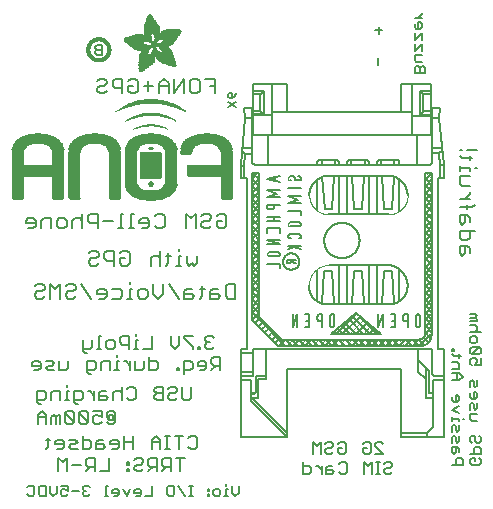
<source format=gbr>
G04 EAGLE Gerber RS-274X export*
G75*
%MOMM*%
%FSLAX34Y34*%
%LPD*%
%INSilkscreen Bottom*%
%IPPOS*%
%AMOC8*
5,1,8,0,0,1.08239X$1,22.5*%
G01*
%ADD10C,0.127000*%
%ADD11C,0.177800*%
%ADD12C,0.152400*%
%ADD13C,0.203200*%
%ADD14C,0.101600*%
%ADD15R,0.914400X0.025400*%
%ADD16R,1.320800X0.025400*%
%ADD17R,1.574800X0.025400*%
%ADD18R,1.803400X0.025400*%
%ADD19R,0.889000X0.025400*%
%ADD20R,1.981200X0.025400*%
%ADD21R,0.990600X0.025400*%
%ADD22R,2.159000X0.025400*%
%ADD23R,1.041400X0.025400*%
%ADD24R,2.311400X0.025400*%
%ADD25R,1.066800X0.025400*%
%ADD26R,2.438400X0.025400*%
%ADD27R,2.590800X0.025400*%
%ADD28R,2.692400X0.025400*%
%ADD29R,2.794000X0.025400*%
%ADD30R,2.895600X0.025400*%
%ADD31R,2.997200X0.025400*%
%ADD32R,3.048000X0.025400*%
%ADD33R,3.149600X0.025400*%
%ADD34R,3.225800X0.025400*%
%ADD35R,3.302000X0.025400*%
%ADD36R,3.352800X0.025400*%
%ADD37R,3.429000X0.025400*%
%ADD38R,3.505200X0.025400*%
%ADD39R,3.556000X0.025400*%
%ADD40R,3.606800X0.025400*%
%ADD41R,3.657600X0.025400*%
%ADD42R,3.708400X0.025400*%
%ADD43R,3.759200X0.025400*%
%ADD44R,3.810000X0.025400*%
%ADD45R,3.835400X0.025400*%
%ADD46R,3.860800X0.025400*%
%ADD47R,3.911600X0.025400*%
%ADD48R,3.962400X0.025400*%
%ADD49R,3.987800X0.025400*%
%ADD50R,4.013200X0.025400*%
%ADD51R,1.676400X0.025400*%
%ADD52R,1.651000X0.025400*%
%ADD53R,1.524000X0.025400*%
%ADD54R,1.549400X0.025400*%
%ADD55R,1.447800X0.025400*%
%ADD56R,1.371600X0.025400*%
%ADD57R,1.397000X0.025400*%
%ADD58R,1.346200X0.025400*%
%ADD59R,1.295400X0.025400*%
%ADD60R,1.270000X0.025400*%
%ADD61R,1.244600X0.025400*%
%ADD62R,1.219200X0.025400*%
%ADD63R,1.193800X0.025400*%
%ADD64R,1.168400X0.025400*%
%ADD65R,1.143000X0.025400*%
%ADD66R,0.101600X0.025400*%
%ADD67R,0.254000X0.025400*%
%ADD68R,0.304800X0.025400*%
%ADD69R,1.117600X0.025400*%
%ADD70R,0.355600X0.025400*%
%ADD71R,0.406400X0.025400*%
%ADD72R,1.092200X0.025400*%
%ADD73R,0.457200X0.025400*%
%ADD74R,0.381000X0.025400*%
%ADD75R,0.228600X0.025400*%
%ADD76R,1.778000X0.025400*%
%ADD77R,1.828800X0.025400*%
%ADD78R,1.854200X0.025400*%
%ADD79R,3.784600X0.025400*%
%ADD80R,4.470400X0.025400*%
%ADD81R,3.886200X0.025400*%
%ADD82R,3.937000X0.025400*%
%ADD83R,1.727200X0.025400*%
%ADD84R,0.431800X0.025400*%
%ADD85R,1.422400X0.025400*%
%ADD86R,1.498600X0.025400*%
%ADD87R,1.600200X0.025400*%
%ADD88R,1.625600X0.025400*%
%ADD89R,3.733800X0.025400*%
%ADD90R,3.683000X0.025400*%
%ADD91R,3.632200X0.025400*%
%ADD92R,3.454400X0.025400*%
%ADD93R,3.378200X0.025400*%
%ADD94R,3.327400X0.025400*%
%ADD95R,3.251200X0.025400*%
%ADD96R,3.175000X0.025400*%
%ADD97R,3.098800X0.025400*%
%ADD98R,3.022600X0.025400*%
%ADD99R,2.921000X0.025400*%
%ADD100R,2.819400X0.025400*%
%ADD101R,2.717800X0.025400*%
%ADD102R,2.616200X0.025400*%
%ADD103R,2.489200X0.025400*%
%ADD104R,2.362200X0.025400*%
%ADD105R,2.336800X0.025400*%
%ADD106R,2.209800X0.025400*%
%ADD107R,2.184400X0.025400*%
%ADD108R,2.057400X0.025400*%
%ADD109R,2.032000X0.025400*%
%ADD110R,1.879600X0.025400*%
%ADD111R,0.482600X0.025400*%
%ADD112R,0.050800X0.025400*%
%ADD113R,0.025400X0.025400*%
%ADD114R,0.076200X0.025400*%
%ADD115R,0.152400X0.025400*%
%ADD116R,0.127000X0.025400*%
%ADD117R,0.177800X0.025400*%
%ADD118R,0.203200X0.025400*%
%ADD119R,0.330200X0.025400*%
%ADD120R,0.609600X0.025400*%
%ADD121R,0.711200X0.025400*%
%ADD122R,0.279400X0.025400*%
%ADD123R,0.508000X0.025400*%
%ADD124R,0.533400X0.025400*%
%ADD125R,0.558800X0.025400*%
%ADD126R,0.635000X0.025400*%
%ADD127R,0.736600X0.025400*%
%ADD128R,2.565400X0.025400*%
%ADD129R,2.286000X0.025400*%
%ADD130R,2.082800X0.025400*%
%ADD131R,1.930400X0.025400*%
%ADD132R,1.473200X0.025400*%
%ADD133R,0.812800X0.025400*%
%ADD134R,0.685800X0.025400*%
%ADD135R,0.762000X0.025400*%
%ADD136R,0.838200X0.025400*%
%ADD137R,1.016000X0.025400*%
%ADD138R,3.403600X0.025400*%
%ADD139R,3.276600X0.025400*%
%ADD140R,2.844800X0.025400*%
%ADD141R,2.667000X0.025400*%
%ADD142R,0.068600X0.007600*%
%ADD143R,0.114300X0.007600*%
%ADD144R,0.152400X0.007700*%
%ADD145R,0.182900X0.007600*%
%ADD146R,0.205700X0.007600*%
%ADD147R,0.228600X0.007600*%
%ADD148R,0.259100X0.007600*%
%ADD149R,0.274300X0.007700*%
%ADD150R,0.289500X0.007600*%
%ADD151R,0.304800X0.007600*%
%ADD152R,0.320100X0.007600*%
%ADD153R,0.342900X0.007600*%
%ADD154R,0.350500X0.007700*%
%ADD155R,0.365800X0.007600*%
%ADD156R,0.381000X0.007600*%
%ADD157R,0.388600X0.007600*%
%ADD158R,0.403800X0.007600*%
%ADD159R,0.419100X0.007700*%
%ADD160R,0.426700X0.007600*%
%ADD161R,0.441900X0.007600*%
%ADD162R,0.449600X0.007600*%
%ADD163R,0.464800X0.007600*%
%ADD164R,0.480000X0.007700*%
%ADD165R,0.487600X0.007600*%
%ADD166R,0.495300X0.007600*%
%ADD167R,0.510500X0.007600*%
%ADD168R,0.518100X0.007600*%
%ADD169R,0.525700X0.007700*%
%ADD170R,0.541000X0.007600*%
%ADD171R,0.548600X0.007600*%
%ADD172R,0.563800X0.007600*%
%ADD173R,0.571500X0.007600*%
%ADD174R,0.579100X0.007700*%
%ADD175R,0.594300X0.007600*%
%ADD176R,0.601900X0.007600*%
%ADD177R,0.609600X0.007600*%
%ADD178R,0.624800X0.007600*%
%ADD179R,0.632400X0.007700*%
%ADD180R,0.640000X0.007600*%
%ADD181R,0.655300X0.007600*%
%ADD182R,0.662900X0.007600*%
%ADD183R,0.678100X0.007600*%
%ADD184R,0.685800X0.007700*%
%ADD185R,0.693400X0.007600*%
%ADD186R,0.708600X0.007600*%
%ADD187R,0.716200X0.007600*%
%ADD188R,0.723900X0.007600*%
%ADD189R,0.739100X0.007700*%
%ADD190R,0.746700X0.007600*%
%ADD191R,0.754300X0.007600*%
%ADD192R,0.769600X0.007600*%
%ADD193R,0.777200X0.007600*%
%ADD194R,0.792400X0.007700*%
%ADD195R,0.800100X0.007600*%
%ADD196R,0.807700X0.007600*%
%ADD197R,0.822900X0.007600*%
%ADD198R,0.830500X0.007600*%
%ADD199R,0.838200X0.007700*%
%ADD200R,0.091500X0.007600*%
%ADD201R,0.853400X0.007600*%
%ADD202R,0.144700X0.007600*%
%ADD203R,0.861000X0.007600*%
%ADD204R,0.190500X0.007600*%
%ADD205R,0.876300X0.007600*%
%ADD206R,0.221000X0.007600*%
%ADD207R,0.883900X0.007600*%
%ADD208R,0.259000X0.007700*%
%ADD209R,0.891500X0.007700*%
%ADD210R,0.289600X0.007600*%
%ADD211R,0.906700X0.007600*%
%ADD212R,0.914400X0.007600*%
%ADD213R,0.350500X0.007600*%
%ADD214R,0.922000X0.007600*%
%ADD215R,0.937200X0.007600*%
%ADD216R,0.411400X0.007700*%
%ADD217R,0.944800X0.007700*%
%ADD218R,0.434300X0.007600*%
%ADD219R,0.952500X0.007600*%
%ADD220R,0.464900X0.007600*%
%ADD221R,0.967700X0.007600*%
%ADD222R,0.975300X0.007600*%
%ADD223R,0.518200X0.007600*%
%ADD224R,0.990600X0.007600*%
%ADD225R,0.548600X0.007700*%
%ADD226R,0.998200X0.007700*%
%ADD227R,1.005800X0.007600*%
%ADD228R,0.594400X0.007600*%
%ADD229R,1.021000X0.007600*%
%ADD230R,0.617200X0.007600*%
%ADD231R,1.028700X0.007600*%
%ADD232R,0.647700X0.007600*%
%ADD233R,1.036300X0.007600*%
%ADD234R,0.670500X0.007700*%
%ADD235R,1.051500X0.007700*%
%ADD236R,1.059100X0.007600*%
%ADD237R,0.716300X0.007600*%
%ADD238R,1.066800X0.007600*%
%ADD239R,0.739100X0.007600*%
%ADD240R,1.074400X0.007600*%
%ADD241R,0.762000X0.007600*%
%ADD242R,1.089600X0.007600*%
%ADD243R,0.784800X0.007700*%
%ADD244R,1.097200X0.007700*%
%ADD245R,1.104900X0.007600*%
%ADD246R,0.830600X0.007600*%
%ADD247R,1.112500X0.007600*%
%ADD248R,0.845800X0.007600*%
%ADD249R,1.120100X0.007600*%
%ADD250R,0.868700X0.007600*%
%ADD251R,1.127700X0.007600*%
%ADD252R,1.135300X0.007700*%
%ADD253R,1.143000X0.007600*%
%ADD254R,0.944900X0.007600*%
%ADD255R,1.150600X0.007600*%
%ADD256R,0.960100X0.007600*%
%ADD257R,1.158200X0.007600*%
%ADD258R,0.983000X0.007600*%
%ADD259R,1.165800X0.007600*%
%ADD260R,1.005900X0.007700*%
%ADD261R,1.173400X0.007700*%
%ADD262R,1.021100X0.007600*%
%ADD263R,1.181100X0.007600*%
%ADD264R,1.044000X0.007600*%
%ADD265R,1.188700X0.007600*%
%ADD266R,1.196300X0.007600*%
%ADD267R,1.082000X0.007600*%
%ADD268R,1.203900X0.007600*%
%ADD269R,1.104900X0.007700*%
%ADD270R,1.211500X0.007700*%
%ADD271R,1.211500X0.007600*%
%ADD272R,1.219200X0.007600*%
%ADD273R,1.226800X0.007600*%
%ADD274R,1.234400X0.007600*%
%ADD275R,1.188700X0.007700*%
%ADD276R,1.242000X0.007700*%
%ADD277R,1.242000X0.007600*%
%ADD278R,1.211600X0.007600*%
%ADD279R,1.249600X0.007600*%
%ADD280R,1.257300X0.007600*%
%ADD281R,1.264900X0.007600*%
%ADD282R,1.242100X0.007700*%
%ADD283R,1.264900X0.007700*%
%ADD284R,1.272500X0.007600*%
%ADD285R,1.265000X0.007600*%
%ADD286R,1.280100X0.007600*%
%ADD287R,1.272600X0.007600*%
%ADD288R,1.287700X0.007600*%
%ADD289R,1.287800X0.007600*%
%ADD290R,1.295400X0.007700*%
%ADD291R,1.303000X0.007600*%
%ADD292R,1.318200X0.007600*%
%ADD293R,1.310600X0.007600*%
%ADD294R,1.325900X0.007600*%
%ADD295R,1.341100X0.007700*%
%ADD296R,1.318200X0.007700*%
%ADD297R,1.341100X0.007600*%
%ADD298R,1.325800X0.007600*%
%ADD299R,1.348700X0.007600*%
%ADD300R,1.364000X0.007600*%
%ADD301R,1.333500X0.007600*%
%ADD302R,1.371600X0.007700*%
%ADD303R,1.379200X0.007600*%
%ADD304R,1.379300X0.007600*%
%ADD305R,1.386900X0.007600*%
%ADD306R,1.394500X0.007600*%
%ADD307R,1.356300X0.007600*%
%ADD308R,1.394400X0.007700*%
%ADD309R,1.356300X0.007700*%
%ADD310R,1.402000X0.007600*%
%ADD311R,1.409700X0.007600*%
%ADD312R,1.363900X0.007600*%
%ADD313R,1.417300X0.007600*%
%ADD314R,1.371600X0.007600*%
%ADD315R,1.424900X0.007700*%
%ADD316R,1.424900X0.007600*%
%ADD317R,1.432600X0.007600*%
%ADD318R,1.440200X0.007600*%
%ADD319R,1.386800X0.007600*%
%ADD320R,1.447800X0.007700*%
%ADD321R,1.386800X0.007700*%
%ADD322R,1.447800X0.007600*%
%ADD323R,1.455500X0.007600*%
%ADD324R,1.394400X0.007600*%
%ADD325R,1.463100X0.007600*%
%ADD326R,1.455400X0.007700*%
%ADD327R,1.463000X0.007600*%
%ADD328R,1.470600X0.007600*%
%ADD329R,1.470600X0.007700*%
%ADD330R,1.409700X0.007700*%
%ADD331R,1.470700X0.007600*%
%ADD332R,1.402100X0.007600*%
%ADD333R,1.478300X0.007600*%
%ADD334R,1.478300X0.007700*%
%ADD335R,1.402100X0.007700*%
%ADD336R,1.485900X0.007600*%
%ADD337R,1.485900X0.007700*%
%ADD338R,1.493500X0.007700*%
%ADD339R,1.493500X0.007600*%
%ADD340R,1.394500X0.007700*%
%ADD341R,1.493600X0.007700*%
%ADD342R,1.386900X0.007700*%
%ADD343R,1.379200X0.007700*%
%ADD344R,2.857500X0.007700*%
%ADD345R,2.857500X0.007600*%
%ADD346R,2.849900X0.007600*%
%ADD347R,2.842300X0.007600*%
%ADD348R,2.834700X0.007700*%
%ADD349R,2.827000X0.007600*%
%ADD350R,2.819400X0.007600*%
%ADD351R,2.811800X0.007600*%
%ADD352R,2.811800X0.007700*%
%ADD353R,2.804100X0.007600*%
%ADD354R,2.796500X0.007600*%
%ADD355R,1.966000X0.007600*%
%ADD356R,1.943100X0.007600*%
%ADD357R,0.754400X0.007600*%
%ADD358R,1.927900X0.007700*%
%ADD359R,0.746700X0.007700*%
%ADD360R,1.912600X0.007600*%
%ADD361R,0.731500X0.007600*%
%ADD362R,1.905000X0.007600*%
%ADD363R,1.882200X0.007600*%
%ADD364R,1.874600X0.007600*%
%ADD365R,1.866900X0.007700*%
%ADD366R,0.708700X0.007700*%
%ADD367R,1.851600X0.007600*%
%ADD368R,0.701100X0.007600*%
%ADD369R,1.844000X0.007600*%
%ADD370R,1.836400X0.007600*%
%ADD371R,1.821200X0.007600*%
%ADD372R,0.685800X0.007600*%
%ADD373R,1.813500X0.007700*%
%ADD374R,1.805900X0.007600*%
%ADD375R,0.678200X0.007600*%
%ADD376R,1.790700X0.007600*%
%ADD377R,0.670600X0.007600*%
%ADD378R,1.775500X0.007600*%
%ADD379R,1.767900X0.007700*%
%ADD380R,0.663000X0.007700*%
%ADD381R,1.760200X0.007600*%
%ADD382R,1.752600X0.007600*%
%ADD383R,0.937300X0.007600*%
%ADD384R,0.792500X0.007600*%
%ADD385R,0.899100X0.007600*%
%ADD386R,0.883900X0.007700*%
%ADD387R,0.716300X0.007700*%
%ADD388R,0.647700X0.007700*%
%ADD389R,0.640100X0.007600*%
%ADD390R,0.632500X0.007600*%
%ADD391R,0.655400X0.007600*%
%ADD392R,0.632400X0.007600*%
%ADD393R,0.845800X0.007700*%
%ADD394R,0.617200X0.007700*%
%ADD395R,0.624800X0.007700*%
%ADD396R,0.602000X0.007600*%
%ADD397R,0.838200X0.007600*%
%ADD398R,0.586700X0.007600*%
%ADD399R,0.548700X0.007600*%
%ADD400R,0.830500X0.007700*%
%ADD401R,0.541000X0.007700*%
%ADD402R,0.594300X0.007700*%
%ADD403R,0.525800X0.007600*%
%ADD404R,0.586800X0.007600*%
%ADD405R,0.815300X0.007600*%
%ADD406R,0.579200X0.007600*%
%ADD407R,0.815400X0.007600*%
%ADD408R,0.815400X0.007700*%
%ADD409R,0.571500X0.007700*%
%ADD410R,0.807800X0.007600*%
%ADD411R,0.563900X0.007600*%
%ADD412R,0.457200X0.007600*%
%ADD413R,0.442000X0.007600*%
%ADD414R,0.556300X0.007600*%
%ADD415R,0.807700X0.007700*%
%ADD416R,0.411500X0.007600*%
%ADD417R,0.533400X0.007600*%
%ADD418R,0.076200X0.007600*%
%ADD419R,0.403900X0.007600*%
%ADD420R,0.525700X0.007600*%
%ADD421R,0.388700X0.007600*%
%ADD422R,0.297200X0.007600*%
%ADD423R,0.373400X0.007700*%
%ADD424R,0.503000X0.007700*%
%ADD425R,0.426800X0.007700*%
%ADD426R,0.358100X0.007600*%
%ADD427R,0.502900X0.007600*%
%ADD428R,0.472400X0.007600*%
%ADD429R,0.487700X0.007600*%
%ADD430R,0.335300X0.007600*%
%ADD431R,0.792500X0.007700*%
%ADD432R,0.327600X0.007700*%
%ADD433R,0.472400X0.007700*%
%ADD434R,0.640000X0.007700*%
%ADD435R,0.784800X0.007600*%
%ADD436R,0.320000X0.007600*%
%ADD437R,0.792400X0.007600*%
%ADD438R,1.173400X0.007600*%
%ADD439R,1.196400X0.007600*%
%ADD440R,0.784900X0.007600*%
%ADD441R,0.784900X0.007700*%
%ADD442R,0.297200X0.007700*%
%ADD443R,1.249700X0.007600*%
%ADD444R,0.281900X0.007600*%
%ADD445R,1.295400X0.007600*%
%ADD446R,0.266700X0.007600*%
%ADD447R,0.777300X0.007700*%
%ADD448R,0.266700X0.007700*%
%ADD449R,1.333500X0.007700*%
%ADD450R,0.777300X0.007600*%
%ADD451R,1.348800X0.007600*%
%ADD452R,0.251500X0.007600*%
%ADD453R,0.243900X0.007700*%
%ADD454R,0.243900X0.007600*%
%ADD455R,1.440100X0.007600*%
%ADD456R,0.236200X0.007600*%
%ADD457R,0.762000X0.007700*%
%ADD458R,0.236200X0.007700*%
%ADD459R,1.508700X0.007700*%
%ADD460R,1.531600X0.007600*%
%ADD461R,1.546900X0.007600*%
%ADD462R,1.569700X0.007600*%
%ADD463R,1.585000X0.007600*%
%ADD464R,0.746800X0.007700*%
%ADD465R,1.607800X0.007700*%
%ADD466R,0.243800X0.007600*%
%ADD467R,1.630700X0.007600*%
%ADD468R,1.653500X0.007600*%
%ADD469R,0.739200X0.007600*%
%ADD470R,1.684000X0.007600*%
%ADD471R,2.019300X0.007600*%
%ADD472R,0.731500X0.007700*%
%ADD473R,2.026900X0.007700*%
%ADD474R,2.049800X0.007600*%
%ADD475R,2.057400X0.007600*%
%ADD476R,0.708700X0.007600*%
%ADD477R,2.072600X0.007600*%
%ADD478R,0.701000X0.007600*%
%ADD479R,2.095500X0.007600*%
%ADD480R,0.693500X0.007700*%
%ADD481R,2.110800X0.007700*%
%ADD482R,2.141200X0.007600*%
%ADD483R,0.060900X0.007600*%
%ADD484R,2.872700X0.007600*%
%ADD485R,3.124200X0.007600*%
%ADD486R,3.177600X0.007600*%
%ADD487R,3.215600X0.007700*%
%ADD488R,3.253700X0.007600*%
%ADD489R,3.284300X0.007600*%
%ADD490R,3.314700X0.007600*%
%ADD491R,3.352800X0.007600*%
%ADD492R,3.375600X0.007700*%
%ADD493R,3.406200X0.007600*%
%ADD494R,3.429000X0.007600*%
%ADD495R,3.451800X0.007600*%
%ADD496R,3.482400X0.007600*%
%ADD497R,1.828800X0.007700*%
%ADD498R,1.539300X0.007700*%
%ADD499R,1.767900X0.007600*%
%ADD500R,1.767800X0.007600*%
%ADD501R,1.760200X0.007700*%
%ADD502R,1.760300X0.007600*%
%ADD503R,1.775400X0.007700*%
%ADD504R,1.379300X0.007700*%
%ADD505R,1.783000X0.007600*%
%ADD506R,1.813500X0.007600*%
%ADD507R,1.821100X0.007700*%
%ADD508R,0.503000X0.007600*%
%ADD509R,1.135400X0.007600*%
%ADD510R,1.127700X0.007700*%
%ADD511R,0.487700X0.007700*%
%ADD512R,1.120200X0.007600*%
%ADD513R,1.097300X0.007600*%
%ADD514R,0.510600X0.007600*%
%ADD515R,1.074400X0.007700*%
%ADD516R,0.525800X0.007700*%
%ADD517R,1.440200X0.007700*%
%ADD518R,1.059200X0.007600*%
%ADD519R,1.051600X0.007600*%
%ADD520R,1.051500X0.007600*%
%ADD521R,1.043900X0.007700*%
%ADD522R,0.602000X0.007700*%
%ADD523R,1.524000X0.007600*%
%ADD524R,1.539300X0.007600*%
%ADD525R,1.592600X0.007600*%
%ADD526R,1.021100X0.007700*%
%ADD527R,1.615400X0.007700*%
%ADD528R,1.013400X0.007600*%
%ADD529R,1.653600X0.007600*%
%ADD530R,1.013500X0.007600*%
%ADD531R,1.699300X0.007600*%
%ADD532R,2.743200X0.007600*%
%ADD533R,1.005900X0.007600*%
%ADD534R,2.415500X0.007600*%
%ADD535R,1.005800X0.007700*%
%ADD536R,0.281900X0.007700*%
%ADD537R,2.408000X0.007700*%
%ADD538R,2.407900X0.007600*%
%ADD539R,0.998200X0.007600*%
%ADD540R,0.282000X0.007600*%
%ADD541R,0.998300X0.007600*%
%ADD542R,2.400300X0.007600*%
%ADD543R,0.289500X0.007700*%
%ADD544R,2.400300X0.007700*%
%ADD545R,0.297100X0.007600*%
%ADD546R,0.312400X0.007600*%
%ADD547R,2.392700X0.007600*%
%ADD548R,0.990600X0.007700*%
%ADD549R,0.327700X0.007700*%
%ADD550R,2.392700X0.007700*%
%ADD551R,2.385100X0.007600*%
%ADD552R,0.381000X0.007700*%
%ADD553R,2.377400X0.007700*%
%ADD554R,2.377400X0.007600*%
%ADD555R,2.369800X0.007600*%
%ADD556R,0.419100X0.007600*%
%ADD557R,2.362200X0.007600*%
%ADD558R,0.426800X0.007600*%
%ADD559R,1.036300X0.007700*%
%ADD560R,0.442000X0.007700*%
%ADD561R,2.354600X0.007700*%
%ADD562R,2.354600X0.007600*%
%ADD563R,0.480100X0.007600*%
%ADD564R,2.347000X0.007600*%
%ADD565R,1.074500X0.007600*%
%ADD566R,2.339400X0.007600*%
%ADD567R,1.082100X0.007700*%
%ADD568R,0.548700X0.007700*%
%ADD569R,2.331800X0.007700*%
%ADD570R,2.331800X0.007600*%
%ADD571R,0.624900X0.007600*%
%ADD572R,2.324100X0.007600*%
%ADD573R,1.859300X0.007600*%
%ADD574R,2.308800X0.007600*%
%ADD575R,2.301200X0.007700*%
%ADD576R,2.301200X0.007600*%
%ADD577R,2.293600X0.007600*%
%ADD578R,2.278400X0.007600*%
%ADD579R,1.889800X0.007600*%
%ADD580R,2.270700X0.007600*%
%ADD581R,1.897400X0.007700*%
%ADD582R,2.255500X0.007700*%
%ADD583R,1.897400X0.007600*%
%ADD584R,2.247900X0.007600*%
%ADD585R,2.232600X0.007600*%
%ADD586R,1.912700X0.007600*%
%ADD587R,2.209800X0.007600*%
%ADD588R,1.920300X0.007600*%
%ADD589R,2.186900X0.007600*%
%ADD590R,1.920300X0.007700*%
%ADD591R,2.171700X0.007700*%
%ADD592R,1.935500X0.007600*%
%ADD593R,2.148800X0.007600*%
%ADD594R,2.126000X0.007600*%
%ADD595R,1.950700X0.007600*%
%ADD596R,1.958400X0.007700*%
%ADD597R,2.042200X0.007700*%
%ADD598R,1.973600X0.007600*%
%ADD599R,1.996500X0.007600*%
%ADD600R,1.981200X0.007600*%
%ADD601R,1.988800X0.007600*%
%ADD602R,1.996400X0.007700*%
%ADD603R,1.996400X0.007600*%
%ADD604R,2.004100X0.007600*%
%ADD605R,1.874500X0.007600*%
%ADD606R,1.425000X0.007600*%
%ADD607R,2.026900X0.007600*%
%ADD608R,0.434400X0.007700*%
%ADD609R,1.364000X0.007700*%
%ADD610R,2.034500X0.007600*%
%ADD611R,0.434400X0.007600*%
%ADD612R,2.049700X0.007600*%
%ADD613R,2.065000X0.007700*%
%ADD614R,0.464800X0.007700*%
%ADD615R,1.196300X0.007700*%
%ADD616R,2.080300X0.007600*%
%ADD617R,1.158300X0.007600*%
%ADD618R,2.087900X0.007600*%
%ADD619R,0.472500X0.007600*%
%ADD620R,2.103100X0.007600*%
%ADD621R,2.118400X0.007600*%
%ADD622R,2.133600X0.007600*%
%ADD623R,2.148800X0.007700*%
%ADD624R,2.164000X0.007600*%
%ADD625R,2.171700X0.007600*%
%ADD626R,2.187000X0.007600*%
%ADD627R,0.556200X0.007600*%
%ADD628R,2.202200X0.007700*%
%ADD629R,0.556200X0.007700*%
%ADD630R,0.640100X0.007700*%
%ADD631R,0.579100X0.007600*%
%ADD632R,0.480000X0.007600*%
%ADD633R,1.752600X0.007700*%
%ADD634R,0.487600X0.007700*%
%ADD635R,0.594400X0.007700*%
%ADD636R,0.358100X0.007700*%
%ADD637R,0.099000X0.007600*%
%ADD638R,1.280200X0.007600*%
%ADD639R,1.745000X0.007600*%
%ADD640R,1.744900X0.007600*%
%ADD641R,1.737300X0.007700*%
%ADD642R,1.737400X0.007600*%
%ADD643R,1.729800X0.007600*%
%ADD644R,1.722200X0.007600*%
%ADD645R,1.722100X0.007600*%
%ADD646R,1.714500X0.007700*%
%ADD647R,1.356400X0.007700*%
%ADD648R,1.706900X0.007600*%
%ADD649R,1.356400X0.007600*%
%ADD650R,1.691700X0.007600*%
%ADD651R,1.668800X0.007700*%
%ADD652R,1.645900X0.007600*%
%ADD653R,1.623100X0.007600*%
%ADD654R,1.577400X0.007600*%
%ADD655R,1.554400X0.007600*%
%ADD656R,1.539200X0.007600*%
%ADD657R,1.524000X0.007700*%
%ADD658R,1.501100X0.007600*%
%ADD659R,1.455400X0.007600*%
%ADD660R,1.348800X0.007700*%
%ADD661R,1.318300X0.007600*%
%ADD662R,1.310600X0.007700*%
%ADD663R,1.287800X0.007700*%
%ADD664R,1.234500X0.007600*%
%ADD665R,1.226900X0.007600*%
%ADD666R,1.173500X0.007700*%
%ADD667R,1.173500X0.007600*%
%ADD668R,1.165900X0.007600*%
%ADD669R,1.143000X0.007700*%
%ADD670R,1.127800X0.007600*%
%ADD671R,1.097200X0.007600*%
%ADD672R,1.028700X0.007700*%
%ADD673R,0.982900X0.007600*%
%ADD674R,0.952500X0.007700*%
%ADD675R,0.929600X0.007600*%
%ADD676R,0.906800X0.007700*%
%ADD677R,0.906800X0.007600*%
%ADD678R,0.899200X0.007600*%
%ADD679R,0.884000X0.007600*%
%ADD680R,0.876300X0.007700*%
%ADD681R,0.830600X0.007700*%
%ADD682R,0.754400X0.007700*%
%ADD683R,0.746800X0.007600*%
%ADD684R,0.708600X0.007700*%
%ADD685R,0.678200X0.007700*%
%ADD686R,0.663000X0.007600*%
%ADD687R,0.632500X0.007700*%
%ADD688R,0.556300X0.007700*%
%ADD689R,0.518200X0.007700*%
%ADD690R,0.434300X0.007700*%
%ADD691R,0.396300X0.007700*%
%ADD692R,0.373300X0.007600*%
%ADD693R,0.365700X0.007600*%
%ADD694R,0.327700X0.007600*%
%ADD695R,0.304800X0.007700*%
%ADD696R,0.274300X0.007600*%
%ADD697R,0.243800X0.007700*%
%ADD698R,0.205800X0.007600*%
%ADD699R,0.152400X0.007600*%
%ADD700R,0.121900X0.007700*%
%ADD701C,0.304800*%


D10*
X318600Y425454D02*
X312668Y425454D01*
X315634Y428420D02*
X315634Y422488D01*
X314964Y402342D02*
X314964Y396410D01*
X346075Y389293D02*
X354973Y389293D01*
X354973Y393742D01*
X353490Y395225D01*
X352007Y395225D01*
X350524Y393742D01*
X349041Y395225D01*
X347558Y395225D01*
X346075Y393742D01*
X346075Y389293D01*
X350524Y389293D02*
X350524Y393742D01*
X352007Y398648D02*
X347558Y398648D01*
X346075Y400131D01*
X346075Y404580D01*
X352007Y404580D01*
X352007Y408003D02*
X352007Y413935D01*
X346075Y408003D01*
X346075Y413935D01*
X352007Y417359D02*
X352007Y423290D01*
X346075Y417359D01*
X346075Y423290D01*
X346075Y428197D02*
X346075Y431163D01*
X346075Y428197D02*
X347558Y426714D01*
X350524Y426714D01*
X352007Y428197D01*
X352007Y431163D01*
X350524Y432646D01*
X349041Y432646D01*
X349041Y426714D01*
X346075Y436069D02*
X352007Y436069D01*
X349041Y436069D02*
X352007Y439035D01*
X352007Y440518D01*
D11*
X180528Y270394D02*
X178452Y268318D01*
X180528Y270394D02*
X184680Y270394D01*
X186756Y268318D01*
X186756Y260013D01*
X184680Y257937D01*
X180528Y257937D01*
X178452Y260013D01*
X178452Y264165D01*
X182604Y264165D01*
X167431Y270394D02*
X165355Y268318D01*
X167431Y270394D02*
X171583Y270394D01*
X173659Y268318D01*
X173659Y266241D01*
X171583Y264165D01*
X167431Y264165D01*
X165355Y262089D01*
X165355Y260013D01*
X167431Y257937D01*
X171583Y257937D01*
X173659Y260013D01*
X160562Y257937D02*
X160562Y270394D01*
X156409Y266241D01*
X152257Y270394D01*
X152257Y257937D01*
X128139Y270394D02*
X126063Y268318D01*
X128139Y270394D02*
X132291Y270394D01*
X134367Y268318D01*
X134367Y260013D01*
X132291Y257937D01*
X128139Y257937D01*
X126063Y260013D01*
X119194Y257937D02*
X115042Y257937D01*
X119194Y257937D02*
X121270Y260013D01*
X121270Y264165D01*
X119194Y266241D01*
X115042Y266241D01*
X112966Y264165D01*
X112966Y262089D01*
X121270Y262089D01*
X108173Y270394D02*
X106097Y270394D01*
X106097Y257937D01*
X108173Y257937D02*
X104020Y257937D01*
X99441Y270394D02*
X97365Y270394D01*
X97365Y257937D01*
X99441Y257937D02*
X95289Y257937D01*
X90710Y264165D02*
X82405Y264165D01*
X77612Y257937D02*
X77612Y270394D01*
X71384Y270394D01*
X69308Y268318D01*
X69308Y264165D01*
X71384Y262089D01*
X77612Y262089D01*
X64515Y257937D02*
X64515Y270394D01*
X62439Y266241D02*
X64515Y264165D01*
X62439Y266241D02*
X58287Y266241D01*
X56211Y264165D01*
X56211Y257937D01*
X49342Y257937D02*
X45190Y257937D01*
X43114Y260013D01*
X43114Y264165D01*
X45190Y266241D01*
X49342Y266241D01*
X51418Y264165D01*
X51418Y260013D01*
X49342Y257937D01*
X38321Y257937D02*
X38321Y266241D01*
X32092Y266241D01*
X30016Y264165D01*
X30016Y257937D01*
X23147Y257937D02*
X18995Y257937D01*
X23147Y257937D02*
X25223Y260013D01*
X25223Y264165D01*
X23147Y266241D01*
X18995Y266241D01*
X16919Y264165D01*
X16919Y262089D01*
X25223Y262089D01*
D10*
X312450Y66993D02*
X319229Y66993D01*
X312450Y73772D01*
X312450Y75466D01*
X314144Y77161D01*
X317534Y77161D01*
X319229Y75466D01*
X303620Y77161D02*
X301925Y75466D01*
X303620Y77161D02*
X307009Y77161D01*
X308704Y75466D01*
X308704Y68687D01*
X307009Y66993D01*
X303620Y66993D01*
X301925Y68687D01*
X301925Y72077D01*
X305315Y72077D01*
X282571Y77161D02*
X280876Y75466D01*
X282571Y77161D02*
X285960Y77161D01*
X287655Y75466D01*
X287655Y68687D01*
X285960Y66993D01*
X282571Y66993D01*
X280876Y68687D01*
X280876Y72077D01*
X284265Y72077D01*
X272046Y77161D02*
X270351Y75466D01*
X272046Y77161D02*
X275436Y77161D01*
X277130Y75466D01*
X277130Y73772D01*
X275436Y72077D01*
X272046Y72077D01*
X270351Y70382D01*
X270351Y68687D01*
X272046Y66993D01*
X275436Y66993D01*
X277130Y68687D01*
X266606Y66993D02*
X266606Y77161D01*
X263216Y73772D01*
X259827Y77161D01*
X259827Y66993D01*
X320343Y58321D02*
X322038Y60016D01*
X325427Y60016D01*
X327122Y58321D01*
X327122Y56627D01*
X325427Y54932D01*
X322038Y54932D01*
X320343Y53237D01*
X320343Y51542D01*
X322038Y49848D01*
X325427Y49848D01*
X327122Y51542D01*
X316598Y49848D02*
X313208Y49848D01*
X314903Y49848D02*
X314903Y60016D01*
X316598Y60016D02*
X313208Y60016D01*
X309581Y60016D02*
X309581Y49848D01*
X306192Y56627D02*
X309581Y60016D01*
X306192Y56627D02*
X302802Y60016D01*
X302802Y49848D01*
X283448Y60016D02*
X281753Y58321D01*
X283448Y60016D02*
X286837Y60016D01*
X288532Y58321D01*
X288532Y51542D01*
X286837Y49848D01*
X283448Y49848D01*
X281753Y51542D01*
X276313Y56627D02*
X272923Y56627D01*
X271228Y54932D01*
X271228Y49848D01*
X276313Y49848D01*
X278007Y51542D01*
X276313Y53237D01*
X271228Y53237D01*
X267483Y49848D02*
X267483Y56627D01*
X267483Y53237D02*
X264093Y56627D01*
X262399Y56627D01*
X251933Y60016D02*
X251933Y49848D01*
X257018Y49848D01*
X258712Y51542D01*
X258712Y54932D01*
X257018Y56627D01*
X251933Y56627D01*
D12*
X156431Y82433D02*
X154567Y80568D01*
X156431Y82433D02*
X160160Y82433D01*
X162024Y80568D01*
X162024Y73111D01*
X160160Y71247D01*
X156431Y71247D01*
X154567Y73111D01*
X146602Y71247D02*
X146602Y82433D01*
X150330Y82433D02*
X142873Y82433D01*
X138636Y71247D02*
X134908Y71247D01*
X136772Y71247D02*
X136772Y82433D01*
X138636Y82433D02*
X134908Y82433D01*
X130840Y78704D02*
X130840Y71247D01*
X130840Y78704D02*
X127112Y82433D01*
X123383Y78704D01*
X123383Y71247D01*
X123383Y76840D02*
X130840Y76840D01*
X107452Y71247D02*
X107452Y82433D01*
X107452Y76840D02*
X99995Y76840D01*
X99995Y82433D02*
X99995Y71247D01*
X93894Y71247D02*
X90165Y71247D01*
X93894Y71247D02*
X95758Y73111D01*
X95758Y76840D01*
X93894Y78704D01*
X90165Y78704D01*
X88301Y76840D01*
X88301Y74976D01*
X95758Y74976D01*
X82200Y78704D02*
X78471Y78704D01*
X76607Y76840D01*
X76607Y71247D01*
X82200Y71247D01*
X84064Y73111D01*
X82200Y74976D01*
X76607Y74976D01*
X64913Y71247D02*
X64913Y82433D01*
X64913Y71247D02*
X70506Y71247D01*
X72370Y73111D01*
X72370Y76840D01*
X70506Y78704D01*
X64913Y78704D01*
X60676Y71247D02*
X55084Y71247D01*
X53219Y73111D01*
X55084Y74976D01*
X58812Y74976D01*
X60676Y76840D01*
X58812Y78704D01*
X53219Y78704D01*
X47118Y71247D02*
X43390Y71247D01*
X47118Y71247D02*
X48982Y73111D01*
X48982Y76840D01*
X47118Y78704D01*
X43390Y78704D01*
X41525Y76840D01*
X41525Y74976D01*
X48982Y74976D01*
X35424Y73111D02*
X35424Y80568D01*
X35424Y73111D02*
X33560Y71247D01*
X33560Y78704D02*
X37288Y78704D01*
X147576Y63383D02*
X147576Y52197D01*
X151304Y63383D02*
X143847Y63383D01*
X139611Y63383D02*
X139611Y52197D01*
X139611Y63383D02*
X134018Y63383D01*
X132153Y61518D01*
X132153Y57790D01*
X134018Y55926D01*
X139611Y55926D01*
X135882Y55926D02*
X132153Y52197D01*
X127917Y52197D02*
X127917Y63383D01*
X122324Y63383D01*
X120460Y61518D01*
X120460Y57790D01*
X122324Y55926D01*
X127917Y55926D01*
X124188Y55926D02*
X120460Y52197D01*
X110630Y63383D02*
X108766Y61518D01*
X110630Y63383D02*
X114358Y63383D01*
X116223Y61518D01*
X116223Y59654D01*
X114358Y57790D01*
X110630Y57790D01*
X108766Y55926D01*
X108766Y54061D01*
X110630Y52197D01*
X114358Y52197D01*
X116223Y54061D01*
X104529Y59654D02*
X102664Y59654D01*
X102664Y57790D01*
X104529Y57790D01*
X104529Y59654D01*
X104529Y54061D02*
X102664Y54061D01*
X102664Y52197D01*
X104529Y52197D01*
X104529Y54061D01*
X86988Y52197D02*
X86988Y63383D01*
X86988Y52197D02*
X79531Y52197D01*
X75294Y52197D02*
X75294Y63383D01*
X69701Y63383D01*
X67837Y61518D01*
X67837Y57790D01*
X69701Y55926D01*
X75294Y55926D01*
X71565Y55926D02*
X67837Y52197D01*
X63600Y57790D02*
X56143Y57790D01*
X51906Y52197D02*
X51906Y63383D01*
X48177Y59654D01*
X44449Y63383D01*
X44449Y52197D01*
D10*
X197258Y40013D02*
X197258Y34081D01*
X194292Y31115D01*
X191326Y34081D01*
X191326Y40013D01*
X187903Y37047D02*
X186420Y37047D01*
X186420Y31115D01*
X187903Y31115D02*
X184937Y31115D01*
X186420Y40013D02*
X186420Y41496D01*
X180183Y31115D02*
X177217Y31115D01*
X175734Y32598D01*
X175734Y35564D01*
X177217Y37047D01*
X180183Y37047D01*
X181666Y35564D01*
X181666Y32598D01*
X180183Y31115D01*
X172311Y37047D02*
X170828Y37047D01*
X170828Y35564D01*
X172311Y35564D01*
X172311Y37047D01*
X172311Y32598D02*
X170828Y32598D01*
X170828Y31115D01*
X172311Y31115D01*
X172311Y32598D01*
X158278Y31115D02*
X155312Y31115D01*
X156795Y31115D02*
X156795Y40013D01*
X158278Y40013D02*
X155312Y40013D01*
X146110Y40013D02*
X152041Y31115D01*
X141203Y40013D02*
X138237Y40013D01*
X141203Y40013D02*
X142686Y38530D01*
X142686Y32598D01*
X141203Y31115D01*
X138237Y31115D01*
X136755Y32598D01*
X136755Y38530D01*
X138237Y40013D01*
X123976Y40013D02*
X123976Y31115D01*
X118044Y31115D01*
X113138Y31115D02*
X110172Y31115D01*
X113138Y31115D02*
X114621Y32598D01*
X114621Y35564D01*
X113138Y37047D01*
X110172Y37047D01*
X108689Y35564D01*
X108689Y34081D01*
X114621Y34081D01*
X105266Y37047D02*
X102300Y31115D01*
X99334Y37047D01*
X94427Y31115D02*
X91462Y31115D01*
X94427Y31115D02*
X95910Y32598D01*
X95910Y35564D01*
X94427Y37047D01*
X91462Y37047D01*
X89979Y35564D01*
X89979Y34081D01*
X95910Y34081D01*
X86555Y40013D02*
X85072Y40013D01*
X85072Y31115D01*
X86555Y31115D02*
X83589Y31115D01*
X70963Y38530D02*
X69480Y40013D01*
X66514Y40013D01*
X65031Y38530D01*
X65031Y37047D01*
X66514Y35564D01*
X67997Y35564D01*
X66514Y35564D02*
X65031Y34081D01*
X65031Y32598D01*
X66514Y31115D01*
X69480Y31115D01*
X70963Y32598D01*
X61608Y35564D02*
X55676Y35564D01*
X52253Y40013D02*
X46321Y40013D01*
X52253Y40013D02*
X52253Y35564D01*
X49287Y37047D01*
X47804Y37047D01*
X46321Y35564D01*
X46321Y32598D01*
X47804Y31115D01*
X50770Y31115D01*
X52253Y32598D01*
X42898Y34081D02*
X42898Y40013D01*
X42898Y34081D02*
X39932Y31115D01*
X36966Y34081D01*
X36966Y40013D01*
X33542Y40013D02*
X33542Y31115D01*
X29094Y31115D01*
X27611Y32598D01*
X27611Y38530D01*
X29094Y40013D01*
X33542Y40013D01*
X19738Y40013D02*
X18256Y38530D01*
X19738Y40013D02*
X22704Y40013D01*
X24187Y38530D01*
X24187Y32598D01*
X22704Y31115D01*
X19738Y31115D01*
X18256Y32598D01*
D11*
X392733Y236645D02*
X392733Y240797D01*
X390657Y242873D01*
X384429Y242873D01*
X384429Y236645D01*
X386505Y234569D01*
X388581Y236645D01*
X388581Y242873D01*
X384429Y255971D02*
X396886Y255971D01*
X384429Y255971D02*
X384429Y249742D01*
X386505Y247666D01*
X390657Y247666D01*
X392733Y249742D01*
X392733Y255971D01*
X392733Y262840D02*
X392733Y266992D01*
X390657Y269068D01*
X384429Y269068D01*
X384429Y262840D01*
X386505Y260764D01*
X388581Y262840D01*
X388581Y269068D01*
X384429Y275937D02*
X394810Y275937D01*
X396886Y278013D01*
X390657Y278013D02*
X390657Y273861D01*
X392733Y282592D02*
X384429Y282592D01*
X388581Y282592D02*
X392733Y286744D01*
X392733Y288821D01*
X392733Y293507D02*
X386505Y293507D01*
X384429Y295583D01*
X384429Y301811D01*
X392733Y301811D01*
X392733Y306604D02*
X392733Y308680D01*
X384429Y308680D01*
X384429Y306604D02*
X384429Y310756D01*
X396886Y308680D02*
X398962Y308680D01*
X394810Y317411D02*
X386505Y317411D01*
X384429Y319488D01*
X392733Y319488D02*
X392733Y315335D01*
X386505Y324067D02*
X384429Y324067D01*
X390657Y324067D02*
X398962Y324067D01*
D12*
X176113Y165023D02*
X174249Y166888D01*
X170521Y166888D01*
X168656Y165023D01*
X168656Y163159D01*
X170521Y161295D01*
X172385Y161295D01*
X170521Y161295D02*
X168656Y159431D01*
X168656Y157566D01*
X170521Y155702D01*
X174249Y155702D01*
X176113Y157566D01*
X164420Y157566D02*
X164420Y155702D01*
X164420Y157566D02*
X162555Y157566D01*
X162555Y155702D01*
X164420Y155702D01*
X158573Y166888D02*
X151116Y166888D01*
X151116Y165023D01*
X158573Y157566D01*
X158573Y155702D01*
X146879Y159431D02*
X146879Y166888D01*
X146879Y159431D02*
X143150Y155702D01*
X139422Y159431D01*
X139422Y166888D01*
X123491Y166888D02*
X123491Y155702D01*
X116034Y155702D01*
X111797Y163159D02*
X109932Y163159D01*
X109932Y155702D01*
X108068Y155702D02*
X111797Y155702D01*
X109932Y166888D02*
X109932Y168752D01*
X104001Y166888D02*
X104001Y155702D01*
X104001Y166888D02*
X98408Y166888D01*
X96544Y165023D01*
X96544Y161295D01*
X98408Y159431D01*
X104001Y159431D01*
X90442Y155702D02*
X86714Y155702D01*
X84850Y157566D01*
X84850Y161295D01*
X86714Y163159D01*
X90442Y163159D01*
X92307Y161295D01*
X92307Y157566D01*
X90442Y155702D01*
X80613Y166888D02*
X78749Y166888D01*
X78749Y155702D01*
X80613Y155702D02*
X76884Y155702D01*
X72817Y157566D02*
X72817Y163159D01*
X72817Y157566D02*
X70953Y155702D01*
X65360Y155702D01*
X65360Y153838D02*
X65360Y163159D01*
X65360Y153838D02*
X67224Y151974D01*
X69088Y151974D01*
D11*
X161434Y228263D02*
X161434Y234491D01*
X161434Y228263D02*
X159358Y226187D01*
X157282Y228263D01*
X155206Y226187D01*
X153130Y228263D01*
X153130Y234491D01*
X148337Y234491D02*
X146261Y234491D01*
X146261Y226187D01*
X148337Y226187D02*
X144185Y226187D01*
X146261Y238644D02*
X146261Y240720D01*
X137530Y236568D02*
X137530Y228263D01*
X135453Y226187D01*
X135453Y234491D02*
X139606Y234491D01*
X130874Y238644D02*
X130874Y226187D01*
X130874Y232415D02*
X128798Y234491D01*
X124646Y234491D01*
X122570Y232415D01*
X122570Y226187D01*
X98451Y238644D02*
X96375Y236568D01*
X98451Y238644D02*
X102604Y238644D01*
X104680Y236568D01*
X104680Y228263D01*
X102604Y226187D01*
X98451Y226187D01*
X96375Y228263D01*
X96375Y232415D01*
X100527Y232415D01*
X91582Y226187D02*
X91582Y238644D01*
X85354Y238644D01*
X83278Y236568D01*
X83278Y232415D01*
X85354Y230339D01*
X91582Y230339D01*
X72257Y238644D02*
X70181Y236568D01*
X72257Y238644D02*
X76409Y238644D01*
X78485Y236568D01*
X78485Y234491D01*
X76409Y232415D01*
X72257Y232415D01*
X70181Y230339D01*
X70181Y228263D01*
X72257Y226187D01*
X76409Y226187D01*
X78485Y228263D01*
X194376Y210704D02*
X194376Y198247D01*
X188148Y198247D01*
X186072Y200323D01*
X186072Y208628D01*
X188148Y210704D01*
X194376Y210704D01*
X179203Y206551D02*
X175051Y206551D01*
X172975Y204475D01*
X172975Y198247D01*
X179203Y198247D01*
X181279Y200323D01*
X179203Y202399D01*
X172975Y202399D01*
X166106Y200323D02*
X166106Y208628D01*
X166106Y200323D02*
X164029Y198247D01*
X164029Y206551D02*
X168182Y206551D01*
X157374Y206551D02*
X153222Y206551D01*
X151146Y204475D01*
X151146Y198247D01*
X157374Y198247D01*
X159450Y200323D01*
X157374Y202399D01*
X151146Y202399D01*
X146353Y198247D02*
X138049Y210704D01*
X133256Y210704D02*
X133256Y202399D01*
X129103Y198247D01*
X124951Y202399D01*
X124951Y210704D01*
X118082Y198247D02*
X113930Y198247D01*
X111854Y200323D01*
X111854Y204475D01*
X113930Y206551D01*
X118082Y206551D01*
X120158Y204475D01*
X120158Y200323D01*
X118082Y198247D01*
X107061Y206551D02*
X104985Y206551D01*
X104985Y198247D01*
X107061Y198247D02*
X102909Y198247D01*
X104985Y210704D02*
X104985Y212780D01*
X96254Y206551D02*
X90025Y206551D01*
X96254Y206551D02*
X98330Y204475D01*
X98330Y200323D01*
X96254Y198247D01*
X90025Y198247D01*
X83156Y198247D02*
X79004Y198247D01*
X83156Y198247D02*
X85232Y200323D01*
X85232Y204475D01*
X83156Y206551D01*
X79004Y206551D01*
X76928Y204475D01*
X76928Y202399D01*
X85232Y202399D01*
X72135Y198247D02*
X63831Y210704D01*
X52810Y210704D02*
X50734Y208628D01*
X52810Y210704D02*
X56962Y210704D01*
X59038Y208628D01*
X59038Y206551D01*
X56962Y204475D01*
X52810Y204475D01*
X50734Y202399D01*
X50734Y200323D01*
X52810Y198247D01*
X56962Y198247D01*
X59038Y200323D01*
X45941Y198247D02*
X45941Y210704D01*
X41788Y206551D01*
X37636Y210704D01*
X37636Y198247D01*
X26615Y210704D02*
X24539Y208628D01*
X26615Y210704D02*
X30767Y210704D01*
X32843Y208628D01*
X32843Y206551D01*
X30767Y204475D01*
X26615Y204475D01*
X24539Y202399D01*
X24539Y200323D01*
X26615Y198247D01*
X30767Y198247D01*
X32843Y200323D01*
D10*
X400480Y63554D02*
X401963Y62071D01*
X401963Y59105D01*
X400480Y57622D01*
X394548Y57622D01*
X393065Y59105D01*
X393065Y62071D01*
X394548Y63554D01*
X397514Y63554D01*
X397514Y60588D01*
X393065Y66977D02*
X401963Y66977D01*
X401963Y71426D01*
X400480Y72909D01*
X397514Y72909D01*
X396031Y71426D01*
X396031Y66977D01*
X401963Y80781D02*
X400480Y82264D01*
X401963Y80781D02*
X401963Y77816D01*
X400480Y76333D01*
X398997Y76333D01*
X397514Y77816D01*
X397514Y80781D01*
X396031Y82264D01*
X394548Y82264D01*
X393065Y80781D01*
X393065Y77816D01*
X394548Y76333D01*
X394548Y95043D02*
X398997Y95043D01*
X394548Y95043D02*
X393065Y96526D01*
X393065Y100975D01*
X398997Y100975D01*
X393065Y104398D02*
X393065Y108847D01*
X394548Y110330D01*
X396031Y108847D01*
X396031Y105881D01*
X397514Y104398D01*
X398997Y105881D01*
X398997Y110330D01*
X393065Y115236D02*
X393065Y118202D01*
X393065Y115236D02*
X394548Y113753D01*
X397514Y113753D01*
X398997Y115236D01*
X398997Y118202D01*
X397514Y119685D01*
X396031Y119685D01*
X396031Y113753D01*
X393065Y123109D02*
X393065Y127557D01*
X394548Y129040D01*
X396031Y127557D01*
X396031Y124592D01*
X397514Y123109D01*
X398997Y124592D01*
X398997Y129040D01*
X401963Y141819D02*
X401963Y147751D01*
X401963Y141819D02*
X397514Y141819D01*
X398997Y144785D01*
X398997Y146268D01*
X397514Y147751D01*
X394548Y147751D01*
X393065Y146268D01*
X393065Y143302D01*
X394548Y141819D01*
X394548Y151174D02*
X400480Y151174D01*
X401963Y152657D01*
X401963Y155623D01*
X400480Y157106D01*
X394548Y157106D01*
X393065Y155623D01*
X393065Y152657D01*
X394548Y151174D01*
X400480Y157106D01*
X393065Y162012D02*
X393065Y164978D01*
X394548Y166461D01*
X397514Y166461D01*
X398997Y164978D01*
X398997Y162012D01*
X397514Y160529D01*
X394548Y160529D01*
X393065Y162012D01*
X393065Y169885D02*
X401963Y169885D01*
X398997Y171367D02*
X397514Y169885D01*
X398997Y171367D02*
X398997Y174333D01*
X397514Y175816D01*
X393065Y175816D01*
X393065Y179240D02*
X398997Y179240D01*
X398997Y180723D01*
X397514Y182206D01*
X393065Y182206D01*
X397514Y182206D02*
X398997Y183689D01*
X397514Y185171D01*
X393065Y185171D01*
X386723Y57622D02*
X377825Y57622D01*
X386723Y57622D02*
X386723Y62071D01*
X385240Y63554D01*
X382274Y63554D01*
X380791Y62071D01*
X380791Y57622D01*
X383757Y68460D02*
X383757Y71426D01*
X382274Y72909D01*
X377825Y72909D01*
X377825Y68460D01*
X379308Y66977D01*
X380791Y68460D01*
X380791Y72909D01*
X377825Y76333D02*
X377825Y80781D01*
X379308Y82264D01*
X380791Y80781D01*
X380791Y77816D01*
X382274Y76333D01*
X383757Y77816D01*
X383757Y82264D01*
X377825Y85688D02*
X377825Y90137D01*
X379308Y91620D01*
X380791Y90137D01*
X380791Y87171D01*
X382274Y85688D01*
X383757Y87171D01*
X383757Y91620D01*
X383757Y95043D02*
X383757Y96526D01*
X377825Y96526D01*
X377825Y95043D02*
X377825Y98009D01*
X386723Y96526D02*
X388206Y96526D01*
X383757Y101280D02*
X377825Y104246D01*
X383757Y107212D01*
X377825Y112118D02*
X377825Y115084D01*
X377825Y112118D02*
X379308Y110635D01*
X382274Y110635D01*
X383757Y112118D01*
X383757Y115084D01*
X382274Y116567D01*
X380791Y116567D01*
X380791Y110635D01*
X377825Y129345D02*
X383757Y129345D01*
X386723Y132311D01*
X383757Y135277D01*
X377825Y135277D01*
X382274Y135277D02*
X382274Y129345D01*
X383757Y138701D02*
X377825Y138701D01*
X383757Y138701D02*
X383757Y143149D01*
X382274Y144632D01*
X377825Y144632D01*
X379308Y149539D02*
X385240Y149539D01*
X379308Y149539D02*
X377825Y151022D01*
X383757Y151022D02*
X383757Y148056D01*
X379308Y154293D02*
X377825Y154293D01*
X379308Y154293D02*
X379308Y155775D01*
X377825Y155775D01*
X377825Y154293D01*
D12*
X87147Y92202D02*
X85283Y94066D01*
X87147Y92202D02*
X90876Y92202D01*
X92740Y94066D01*
X92740Y101523D01*
X90876Y103388D01*
X87147Y103388D01*
X85283Y101523D01*
X85283Y97795D01*
X87147Y95931D01*
X90876Y95931D01*
X90876Y99659D01*
X87147Y99659D01*
X87147Y95931D01*
X81046Y103388D02*
X73589Y103388D01*
X81046Y103388D02*
X81046Y97795D01*
X77318Y99659D01*
X75453Y99659D01*
X73589Y97795D01*
X73589Y94066D01*
X75453Y92202D01*
X79182Y92202D01*
X81046Y94066D01*
X69352Y94066D02*
X69352Y101523D01*
X67488Y103388D01*
X63759Y103388D01*
X61895Y101523D01*
X61895Y94066D01*
X63759Y92202D01*
X67488Y92202D01*
X69352Y94066D01*
X61895Y101523D01*
X57658Y101523D02*
X57658Y94066D01*
X57658Y101523D02*
X55794Y103388D01*
X52065Y103388D01*
X50201Y101523D01*
X50201Y94066D01*
X52065Y92202D01*
X55794Y92202D01*
X57658Y94066D01*
X50201Y101523D01*
X45964Y99659D02*
X45964Y92202D01*
X45964Y99659D02*
X44100Y99659D01*
X42236Y97795D01*
X42236Y92202D01*
X42236Y97795D02*
X40371Y99659D01*
X38507Y97795D01*
X38507Y92202D01*
X34270Y92202D02*
X34270Y99659D01*
X30542Y103388D01*
X26813Y99659D01*
X26813Y92202D01*
X26813Y97795D02*
X34270Y97795D01*
X181426Y137922D02*
X181426Y149108D01*
X175833Y149108D01*
X173969Y147243D01*
X173969Y143515D01*
X175833Y141651D01*
X181426Y141651D01*
X177697Y141651D02*
X173969Y137922D01*
X167868Y137922D02*
X164139Y137922D01*
X167868Y137922D02*
X169732Y139786D01*
X169732Y143515D01*
X167868Y145379D01*
X164139Y145379D01*
X162275Y143515D01*
X162275Y141651D01*
X169732Y141651D01*
X150581Y145379D02*
X150581Y134194D01*
X150581Y145379D02*
X156174Y145379D01*
X158038Y143515D01*
X158038Y139786D01*
X156174Y137922D01*
X150581Y137922D01*
X146344Y137922D02*
X146344Y139786D01*
X144480Y139786D01*
X144480Y137922D01*
X146344Y137922D01*
X121346Y137922D02*
X121346Y149108D01*
X121346Y137922D02*
X126939Y137922D01*
X128803Y139786D01*
X128803Y143515D01*
X126939Y145379D01*
X121346Y145379D01*
X117109Y145379D02*
X117109Y139786D01*
X115245Y137922D01*
X109652Y137922D01*
X109652Y145379D01*
X105415Y145379D02*
X105415Y137922D01*
X105415Y141651D02*
X101687Y145379D01*
X99822Y145379D01*
X95670Y145379D02*
X93806Y145379D01*
X93806Y137922D01*
X95670Y137922D02*
X91942Y137922D01*
X93806Y149108D02*
X93806Y150972D01*
X87874Y145379D02*
X87874Y137922D01*
X87874Y145379D02*
X82282Y145379D01*
X80417Y143515D01*
X80417Y137922D01*
X72452Y134194D02*
X70588Y134194D01*
X68723Y136058D01*
X68723Y145379D01*
X74316Y145379D01*
X76180Y143515D01*
X76180Y139786D01*
X74316Y137922D01*
X68723Y137922D01*
X52792Y139786D02*
X52792Y145379D01*
X52792Y139786D02*
X50928Y137922D01*
X45335Y137922D01*
X45335Y145379D01*
X41098Y137922D02*
X35506Y137922D01*
X33641Y139786D01*
X35506Y141651D01*
X39234Y141651D01*
X41098Y143515D01*
X39234Y145379D01*
X33641Y145379D01*
X27540Y137922D02*
X23812Y137922D01*
X27540Y137922D02*
X29404Y139786D01*
X29404Y143515D01*
X27540Y145379D01*
X23812Y145379D01*
X21947Y143515D01*
X21947Y141651D01*
X29404Y141651D01*
X156648Y123708D02*
X156648Y114386D01*
X154784Y112522D01*
X151056Y112522D01*
X149191Y114386D01*
X149191Y123708D01*
X139362Y123708D02*
X137497Y121843D01*
X139362Y123708D02*
X143090Y123708D01*
X144955Y121843D01*
X144955Y119979D01*
X143090Y118115D01*
X139362Y118115D01*
X137497Y116251D01*
X137497Y114386D01*
X139362Y112522D01*
X143090Y112522D01*
X144955Y114386D01*
X133261Y112522D02*
X133261Y123708D01*
X127668Y123708D01*
X125804Y121843D01*
X125804Y119979D01*
X127668Y118115D01*
X125804Y116251D01*
X125804Y114386D01*
X127668Y112522D01*
X133261Y112522D01*
X133261Y118115D02*
X127668Y118115D01*
X104280Y123708D02*
X102416Y121843D01*
X104280Y123708D02*
X108008Y123708D01*
X109873Y121843D01*
X109873Y114386D01*
X108008Y112522D01*
X104280Y112522D01*
X102416Y114386D01*
X98179Y112522D02*
X98179Y123708D01*
X96314Y119979D02*
X98179Y118115D01*
X96314Y119979D02*
X92586Y119979D01*
X90722Y118115D01*
X90722Y112522D01*
X84620Y119979D02*
X80892Y119979D01*
X79028Y118115D01*
X79028Y112522D01*
X84620Y112522D01*
X86485Y114386D01*
X84620Y116251D01*
X79028Y116251D01*
X74791Y119979D02*
X74791Y112522D01*
X74791Y116251D02*
X71062Y119979D01*
X69198Y119979D01*
X61317Y108794D02*
X59453Y108794D01*
X57589Y110658D01*
X57589Y119979D01*
X63181Y119979D01*
X65046Y118115D01*
X65046Y114386D01*
X63181Y112522D01*
X57589Y112522D01*
X53352Y119979D02*
X51488Y119979D01*
X51488Y112522D01*
X53352Y112522D02*
X49623Y112522D01*
X51488Y123708D02*
X51488Y125572D01*
X45556Y119979D02*
X45556Y112522D01*
X45556Y119979D02*
X39963Y119979D01*
X38099Y118115D01*
X38099Y112522D01*
X30133Y108794D02*
X28269Y108794D01*
X26405Y110658D01*
X26405Y119979D01*
X31998Y119979D01*
X33862Y118115D01*
X33862Y114386D01*
X31998Y112522D01*
X26405Y112522D01*
D11*
X177230Y372237D02*
X177230Y384694D01*
X168926Y384694D01*
X173078Y378465D02*
X177230Y378465D01*
X162057Y384694D02*
X157905Y384694D01*
X162057Y384694D02*
X164133Y382618D01*
X164133Y374313D01*
X162057Y372237D01*
X157905Y372237D01*
X155828Y374313D01*
X155828Y382618D01*
X157905Y384694D01*
X151036Y384694D02*
X151036Y372237D01*
X142731Y372237D02*
X151036Y384694D01*
X142731Y384694D02*
X142731Y372237D01*
X137938Y372237D02*
X137938Y380541D01*
X133786Y384694D01*
X129634Y380541D01*
X129634Y372237D01*
X129634Y378465D02*
X137938Y378465D01*
X124841Y378465D02*
X116537Y378465D01*
X120689Y374313D02*
X120689Y382618D01*
X105516Y384694D02*
X103439Y382618D01*
X105516Y384694D02*
X109668Y384694D01*
X111744Y382618D01*
X111744Y374313D01*
X109668Y372237D01*
X105516Y372237D01*
X103439Y374313D01*
X103439Y378465D01*
X107592Y378465D01*
X98647Y372237D02*
X98647Y384694D01*
X92418Y384694D01*
X90342Y382618D01*
X90342Y378465D01*
X92418Y376389D01*
X98647Y376389D01*
X79321Y384694D02*
X77245Y382618D01*
X79321Y384694D02*
X83473Y384694D01*
X85549Y382618D01*
X85549Y380541D01*
X83473Y378465D01*
X79321Y378465D01*
X77245Y376389D01*
X77245Y374313D01*
X79321Y372237D01*
X83473Y372237D01*
X85549Y374313D01*
D13*
X334647Y380338D02*
X334647Y356709D01*
X334647Y380338D02*
X359731Y380338D01*
X359731Y336715D01*
X209229Y336715D01*
X209229Y380338D01*
X237948Y380338D01*
X237948Y356709D01*
X334647Y356709D01*
X343372Y356709D01*
X343735Y337078D02*
X343735Y379975D01*
X351006Y354164D02*
X359367Y354164D01*
X351006Y354164D02*
X351006Y373795D01*
X359367Y373795D01*
X359367Y371250D02*
X353551Y371250D01*
X351370Y373431D01*
X353915Y357073D02*
X359367Y357073D01*
X353915Y357073D02*
X351370Y354528D01*
X353551Y357073D02*
X353551Y370887D01*
X360458Y359617D02*
X367365Y359617D01*
X366274Y350893D01*
X370637Y311268D01*
X370637Y300725D01*
X365547Y300725D01*
X365547Y155677D01*
X370637Y155677D01*
X370637Y80790D01*
X334647Y80790D01*
X334647Y138955D01*
X238312Y138955D01*
X238312Y80790D01*
X198687Y80790D01*
X198687Y129503D01*
X198687Y155677D01*
X203776Y155677D01*
X203776Y300725D01*
X199050Y300725D01*
X199050Y311268D01*
X202686Y350893D01*
X201959Y359617D01*
X208866Y359617D01*
X208866Y350893D02*
X203049Y350893D01*
X209593Y373795D02*
X218318Y373795D01*
X218318Y354528D01*
X209593Y354528D01*
X209593Y357436D02*
X215409Y357436D01*
X217954Y354891D01*
X215409Y371250D02*
X209593Y371250D01*
X215409Y371250D02*
X215773Y371250D01*
X217954Y373431D01*
X215409Y371250D02*
X215409Y357800D01*
X225588Y337078D02*
X225588Y379611D01*
X226315Y356709D02*
X237585Y356709D01*
X225225Y353437D02*
X209593Y353437D01*
X344099Y353074D02*
X359367Y353074D01*
X208502Y359254D02*
X208502Y313449D01*
X210683Y311268D01*
X357550Y311268D01*
X357656Y311270D01*
X357762Y311276D01*
X357868Y311285D01*
X357973Y311299D01*
X358078Y311316D01*
X358182Y311338D01*
X358286Y311363D01*
X358388Y311391D01*
X358489Y311424D01*
X358589Y311460D01*
X358687Y311500D01*
X358784Y311543D01*
X358880Y311590D01*
X358973Y311640D01*
X359065Y311694D01*
X359155Y311751D01*
X359242Y311811D01*
X359327Y311874D01*
X359410Y311941D01*
X359491Y312010D01*
X359568Y312083D01*
X359643Y312158D01*
X359716Y312235D01*
X359785Y312316D01*
X359852Y312399D01*
X359915Y312484D01*
X359975Y312571D01*
X360032Y312661D01*
X360086Y312753D01*
X360136Y312846D01*
X360183Y312942D01*
X360226Y313039D01*
X360266Y313137D01*
X360302Y313237D01*
X360335Y313338D01*
X360363Y313440D01*
X360388Y313544D01*
X360410Y313648D01*
X360427Y313753D01*
X360441Y313858D01*
X360450Y313964D01*
X360456Y314070D01*
X360458Y314176D01*
X360458Y359254D01*
X360821Y321447D02*
X367001Y321447D01*
X369182Y322901D01*
X366638Y321083D02*
X367728Y311268D01*
X370273Y311268D01*
X365911Y350893D02*
X360821Y350893D01*
X360821Y325809D02*
X368455Y325809D01*
X347734Y336351D02*
X347734Y311631D01*
X221589Y311631D02*
X221589Y336351D01*
X208139Y325809D02*
X200868Y325809D01*
X202322Y321083D02*
X208139Y321083D01*
X202322Y321083D02*
X200505Y322537D01*
X202686Y320720D02*
X201595Y310904D01*
X201595Y301089D01*
X201232Y310904D02*
X199414Y310904D01*
X367728Y311268D02*
X367728Y301089D01*
X267394Y311631D02*
X267394Y315267D01*
X278300Y315267D02*
X278300Y311995D01*
X288842Y311631D02*
X288842Y313812D01*
X288844Y313896D01*
X288850Y313980D01*
X288859Y314063D01*
X288873Y314146D01*
X288890Y314228D01*
X288911Y314310D01*
X288936Y314390D01*
X288965Y314469D01*
X288997Y314546D01*
X289033Y314622D01*
X289072Y314697D01*
X289114Y314769D01*
X289160Y314839D01*
X289209Y314908D01*
X289261Y314973D01*
X289316Y315037D01*
X289374Y315098D01*
X289435Y315156D01*
X289499Y315211D01*
X289564Y315263D01*
X289633Y315312D01*
X289703Y315358D01*
X289775Y315400D01*
X289850Y315439D01*
X289926Y315475D01*
X290003Y315507D01*
X290082Y315536D01*
X290162Y315561D01*
X290244Y315582D01*
X290326Y315599D01*
X290409Y315613D01*
X290492Y315622D01*
X290576Y315628D01*
X290660Y315630D01*
X305565Y315630D01*
X307746Y313449D02*
X307746Y311631D01*
X307746Y313449D02*
X307744Y313542D01*
X307738Y313634D01*
X307728Y313726D01*
X307715Y313818D01*
X307697Y313908D01*
X307676Y313999D01*
X307650Y314088D01*
X307621Y314176D01*
X307589Y314262D01*
X307552Y314347D01*
X307512Y314431D01*
X307469Y314513D01*
X307422Y314593D01*
X307372Y314670D01*
X307319Y314746D01*
X307262Y314819D01*
X307202Y314890D01*
X307140Y314958D01*
X307074Y315024D01*
X307006Y315086D01*
X306935Y315146D01*
X306862Y315203D01*
X306786Y315256D01*
X306709Y315306D01*
X306629Y315353D01*
X306547Y315396D01*
X306463Y315436D01*
X306378Y315473D01*
X306292Y315505D01*
X306204Y315534D01*
X306115Y315560D01*
X306024Y315581D01*
X305934Y315599D01*
X305842Y315612D01*
X305750Y315622D01*
X305658Y315628D01*
X305565Y315630D01*
X292478Y315267D02*
X292478Y311631D01*
X303747Y311631D02*
X303747Y315267D01*
X314289Y313812D02*
X314289Y311631D01*
X314289Y313812D02*
X314291Y313905D01*
X314297Y313997D01*
X314307Y314089D01*
X314320Y314181D01*
X314338Y314272D01*
X314359Y314362D01*
X314385Y314451D01*
X314414Y314539D01*
X314446Y314626D01*
X314483Y314711D01*
X314523Y314794D01*
X314566Y314876D01*
X314613Y314956D01*
X314663Y315034D01*
X314717Y315109D01*
X314773Y315183D01*
X314833Y315254D01*
X314896Y315322D01*
X314961Y315387D01*
X315029Y315450D01*
X315100Y315510D01*
X315174Y315566D01*
X315249Y315620D01*
X315327Y315670D01*
X315407Y315717D01*
X315489Y315760D01*
X315572Y315800D01*
X315657Y315837D01*
X315744Y315869D01*
X315832Y315898D01*
X315921Y315924D01*
X316011Y315945D01*
X316102Y315963D01*
X316194Y315976D01*
X316286Y315986D01*
X316378Y315992D01*
X316471Y315994D01*
X331011Y315994D01*
X333193Y313812D02*
X333193Y311631D01*
X333193Y313812D02*
X333191Y313905D01*
X333185Y313997D01*
X333175Y314089D01*
X333162Y314181D01*
X333144Y314272D01*
X333123Y314362D01*
X333097Y314451D01*
X333068Y314539D01*
X333036Y314626D01*
X332999Y314711D01*
X332959Y314794D01*
X332916Y314876D01*
X332869Y314956D01*
X332819Y315034D01*
X332765Y315109D01*
X332709Y315183D01*
X332649Y315254D01*
X332586Y315322D01*
X332521Y315387D01*
X332453Y315450D01*
X332382Y315510D01*
X332308Y315566D01*
X332233Y315620D01*
X332155Y315670D01*
X332075Y315717D01*
X331993Y315760D01*
X331910Y315800D01*
X331825Y315837D01*
X331738Y315869D01*
X331650Y315898D01*
X331561Y315924D01*
X331471Y315945D01*
X331380Y315963D01*
X331288Y315976D01*
X331196Y315986D01*
X331104Y315992D01*
X331011Y315994D01*
X328831Y315630D02*
X328831Y311631D01*
X317925Y311631D02*
X317925Y315630D01*
X282299Y313812D02*
X282299Y311631D01*
X282299Y313812D02*
X282297Y313896D01*
X282291Y313980D01*
X282282Y314063D01*
X282268Y314146D01*
X282251Y314228D01*
X282230Y314310D01*
X282205Y314390D01*
X282176Y314469D01*
X282144Y314546D01*
X282108Y314622D01*
X282069Y314697D01*
X282027Y314769D01*
X281981Y314839D01*
X281932Y314908D01*
X281880Y314973D01*
X281825Y315037D01*
X281767Y315098D01*
X281706Y315156D01*
X281642Y315211D01*
X281577Y315263D01*
X281508Y315312D01*
X281438Y315358D01*
X281366Y315400D01*
X281291Y315439D01*
X281215Y315475D01*
X281138Y315507D01*
X281059Y315536D01*
X280979Y315561D01*
X280897Y315582D01*
X280815Y315599D01*
X280732Y315613D01*
X280649Y315622D01*
X280565Y315628D01*
X280481Y315630D01*
X265213Y315630D01*
X263395Y313812D02*
X263395Y311631D01*
X263395Y313812D02*
X263397Y313896D01*
X263403Y313980D01*
X263412Y314063D01*
X263426Y314146D01*
X263443Y314228D01*
X263464Y314310D01*
X263489Y314390D01*
X263518Y314469D01*
X263550Y314546D01*
X263586Y314622D01*
X263625Y314697D01*
X263667Y314769D01*
X263713Y314839D01*
X263762Y314908D01*
X263814Y314973D01*
X263869Y315037D01*
X263927Y315098D01*
X263988Y315156D01*
X264052Y315211D01*
X264117Y315263D01*
X264186Y315312D01*
X264256Y315358D01*
X264328Y315400D01*
X264403Y315439D01*
X264479Y315475D01*
X264556Y315507D01*
X264635Y315536D01*
X264715Y315561D01*
X264797Y315582D01*
X264879Y315599D01*
X264962Y315613D01*
X265045Y315622D01*
X265129Y315628D01*
X265213Y315630D01*
D14*
X256852Y285821D02*
X256857Y285434D01*
X256871Y285048D01*
X256894Y284662D01*
X256927Y284277D01*
X256969Y283893D01*
X257020Y283510D01*
X257080Y283128D01*
X257150Y282748D01*
X257229Y282369D01*
X257317Y281993D01*
X257414Y281619D01*
X257520Y281247D01*
X257635Y280878D01*
X257759Y280512D01*
X257891Y280149D01*
X258033Y279789D01*
X258183Y279433D01*
X258342Y279080D01*
X258509Y278732D01*
X258684Y278387D01*
X258868Y278047D01*
X259060Y277712D01*
X259260Y277381D01*
X259468Y277055D01*
X259684Y276734D01*
X259907Y276419D01*
X260138Y276109D01*
X260376Y275805D01*
X260622Y275506D01*
X260875Y275214D01*
X261135Y274927D01*
X261401Y274648D01*
X261675Y274374D01*
X261954Y274108D01*
X262241Y273848D01*
X262533Y273595D01*
X262832Y273349D01*
X263136Y273111D01*
X263446Y272880D01*
X263761Y272657D01*
X264082Y272441D01*
X264408Y272233D01*
X264739Y272033D01*
X265074Y271841D01*
X265414Y271657D01*
X265759Y271482D01*
X266107Y271315D01*
X266460Y271156D01*
X266816Y271006D01*
X267176Y270864D01*
X267539Y270732D01*
X267905Y270608D01*
X268274Y270493D01*
X268646Y270387D01*
X269020Y270290D01*
X269396Y270202D01*
X269775Y270123D01*
X270155Y270053D01*
X270537Y269993D01*
X270920Y269942D01*
X271304Y269900D01*
X271689Y269867D01*
X272075Y269844D01*
X272461Y269830D01*
X272848Y269825D01*
D13*
X256852Y285821D02*
X256857Y286225D01*
X256872Y286629D01*
X256896Y287032D01*
X256930Y287435D01*
X256974Y287837D01*
X257027Y288237D01*
X257091Y288636D01*
X257164Y289034D01*
X257246Y289429D01*
X257338Y289823D01*
X257439Y290214D01*
X257550Y290603D01*
X257670Y290988D01*
X257800Y291371D01*
X257939Y291751D01*
X258087Y292127D01*
X258243Y292499D01*
X258409Y292868D01*
X258584Y293232D01*
X258767Y293592D01*
X258960Y293948D01*
X259160Y294298D01*
X259369Y294644D01*
X259587Y294985D01*
X259812Y295320D01*
X260046Y295650D01*
X260287Y295974D01*
X260536Y296292D01*
X260793Y296604D01*
X261057Y296910D01*
X261329Y297209D01*
X261608Y297502D01*
X261893Y297787D01*
X262186Y298066D01*
X262485Y298338D01*
X262791Y298602D01*
X263103Y298859D01*
X263421Y299108D01*
X263745Y299349D01*
X264075Y299583D01*
X264410Y299808D01*
X264751Y300026D01*
X265097Y300235D01*
X265447Y300435D01*
X265803Y300628D01*
X266163Y300811D01*
X266527Y300986D01*
X266896Y301152D01*
X267268Y301308D01*
X267644Y301456D01*
X268024Y301595D01*
X268407Y301725D01*
X268792Y301845D01*
X269181Y301956D01*
X269572Y302057D01*
X269966Y302149D01*
X270361Y302231D01*
X270759Y302304D01*
X271158Y302368D01*
X271558Y302421D01*
X271960Y302465D01*
X272363Y302499D01*
X272766Y302523D01*
X273170Y302538D01*
X273574Y302543D01*
X313926Y302543D01*
X323378Y302543D01*
X323782Y302538D01*
X324186Y302523D01*
X324589Y302499D01*
X324992Y302465D01*
X325394Y302421D01*
X325794Y302368D01*
X326193Y302304D01*
X326591Y302231D01*
X326986Y302149D01*
X327380Y302057D01*
X327771Y301956D01*
X328160Y301845D01*
X328545Y301725D01*
X328928Y301595D01*
X329308Y301456D01*
X329684Y301308D01*
X330056Y301152D01*
X330425Y300986D01*
X330789Y300811D01*
X331149Y300628D01*
X331505Y300435D01*
X331855Y300235D01*
X332201Y300026D01*
X332542Y299808D01*
X332877Y299583D01*
X333207Y299349D01*
X333531Y299108D01*
X333849Y298859D01*
X334161Y298602D01*
X334467Y298338D01*
X334766Y298066D01*
X335059Y297787D01*
X335344Y297502D01*
X335623Y297209D01*
X335895Y296910D01*
X336159Y296604D01*
X336416Y296292D01*
X336665Y295974D01*
X336906Y295650D01*
X337140Y295320D01*
X337365Y294985D01*
X337583Y294644D01*
X337792Y294298D01*
X337992Y293948D01*
X338185Y293592D01*
X338368Y293232D01*
X338543Y292868D01*
X338709Y292499D01*
X338865Y292127D01*
X339013Y291751D01*
X339152Y291371D01*
X339282Y290988D01*
X339402Y290603D01*
X339513Y290214D01*
X339614Y289823D01*
X339706Y289429D01*
X339788Y289034D01*
X339861Y288636D01*
X339925Y288237D01*
X339978Y287837D01*
X340022Y287435D01*
X340056Y287032D01*
X340080Y286629D01*
X340095Y286225D01*
X340100Y285821D01*
D14*
X340095Y285434D01*
X340081Y285048D01*
X340058Y284662D01*
X340025Y284277D01*
X339983Y283893D01*
X339932Y283510D01*
X339872Y283128D01*
X339802Y282748D01*
X339723Y282369D01*
X339635Y281993D01*
X339538Y281619D01*
X339432Y281247D01*
X339317Y280878D01*
X339193Y280512D01*
X339061Y280149D01*
X338919Y279789D01*
X338769Y279433D01*
X338610Y279080D01*
X338443Y278732D01*
X338268Y278387D01*
X338084Y278047D01*
X337892Y277712D01*
X337692Y277381D01*
X337484Y277055D01*
X337268Y276734D01*
X337045Y276419D01*
X336814Y276109D01*
X336576Y275805D01*
X336330Y275506D01*
X336077Y275214D01*
X335817Y274927D01*
X335551Y274648D01*
X335277Y274374D01*
X334998Y274108D01*
X334711Y273848D01*
X334419Y273595D01*
X334120Y273349D01*
X333816Y273111D01*
X333506Y272880D01*
X333191Y272657D01*
X332870Y272441D01*
X332544Y272233D01*
X332213Y272033D01*
X331878Y271841D01*
X331538Y271657D01*
X331193Y271482D01*
X330845Y271315D01*
X330492Y271156D01*
X330136Y271006D01*
X329776Y270864D01*
X329413Y270732D01*
X329047Y270608D01*
X328678Y270493D01*
X328306Y270387D01*
X327932Y270290D01*
X327556Y270202D01*
X327177Y270123D01*
X326797Y270053D01*
X326415Y269993D01*
X326032Y269942D01*
X325648Y269900D01*
X325263Y269867D01*
X324877Y269844D01*
X324491Y269830D01*
X324104Y269825D01*
D13*
X272848Y269825D01*
X275392Y168037D02*
X317198Y168037D01*
X296476Y185850D02*
X275392Y168037D01*
X296476Y185850D02*
X317561Y168037D01*
X355005Y169491D02*
X355005Y304361D01*
X355005Y169491D02*
X355003Y169339D01*
X354997Y169187D01*
X354987Y169035D01*
X354973Y168883D01*
X354955Y168732D01*
X354933Y168581D01*
X354908Y168431D01*
X354878Y168282D01*
X354844Y168133D01*
X354807Y167986D01*
X354765Y167839D01*
X354720Y167694D01*
X354671Y167550D01*
X354619Y167407D01*
X354562Y167265D01*
X354502Y167125D01*
X354438Y166987D01*
X354371Y166851D01*
X354300Y166716D01*
X354226Y166583D01*
X354148Y166452D01*
X354067Y166323D01*
X353982Y166197D01*
X353894Y166072D01*
X353803Y165950D01*
X353709Y165831D01*
X353612Y165714D01*
X353511Y165599D01*
X353408Y165488D01*
X353302Y165378D01*
X353192Y165272D01*
X353081Y165169D01*
X352966Y165068D01*
X352849Y164971D01*
X352730Y164877D01*
X352608Y164786D01*
X352483Y164698D01*
X352357Y164613D01*
X352228Y164532D01*
X352097Y164454D01*
X351964Y164380D01*
X351829Y164309D01*
X351693Y164242D01*
X351555Y164178D01*
X351415Y164118D01*
X351273Y164061D01*
X351130Y164009D01*
X350986Y163960D01*
X350841Y163915D01*
X350694Y163873D01*
X350547Y163836D01*
X350398Y163802D01*
X350249Y163772D01*
X350099Y163747D01*
X349948Y163725D01*
X349797Y163707D01*
X349645Y163693D01*
X349493Y163683D01*
X349341Y163677D01*
X349189Y163675D01*
X303384Y163675D01*
X233585Y163675D01*
X214682Y182578D01*
X214682Y304361D01*
X212865Y304361D01*
X208502Y304361D01*
X208502Y180034D01*
X230678Y157858D01*
X349552Y157858D01*
X349816Y157861D01*
X350079Y157871D01*
X350342Y157887D01*
X350605Y157909D01*
X350867Y157938D01*
X351128Y157972D01*
X351388Y158014D01*
X351647Y158061D01*
X351905Y158115D01*
X352162Y158175D01*
X352417Y158241D01*
X352671Y158313D01*
X352922Y158392D01*
X353172Y158476D01*
X353419Y158567D01*
X353665Y158663D01*
X353907Y158765D01*
X354148Y158874D01*
X354385Y158988D01*
X354620Y159107D01*
X354852Y159233D01*
X355081Y159363D01*
X355306Y159500D01*
X355529Y159641D01*
X355747Y159789D01*
X355962Y159941D01*
X356174Y160098D01*
X356381Y160261D01*
X356585Y160428D01*
X356784Y160601D01*
X356979Y160778D01*
X357170Y160960D01*
X357356Y161146D01*
X357538Y161337D01*
X357715Y161532D01*
X357888Y161731D01*
X358055Y161935D01*
X358218Y162142D01*
X358375Y162354D01*
X358527Y162569D01*
X358675Y162787D01*
X358816Y163010D01*
X358953Y163235D01*
X359083Y163464D01*
X359209Y163696D01*
X359328Y163931D01*
X359442Y164168D01*
X359551Y164409D01*
X359653Y164651D01*
X359749Y164897D01*
X359840Y165144D01*
X359924Y165394D01*
X360003Y165645D01*
X360075Y165899D01*
X360141Y166154D01*
X360201Y166411D01*
X360255Y166669D01*
X360302Y166928D01*
X360344Y167188D01*
X360378Y167449D01*
X360407Y167711D01*
X360429Y167974D01*
X360445Y168237D01*
X360455Y168500D01*
X360458Y168764D01*
X360458Y272007D01*
X360458Y304361D01*
X355005Y304361D01*
X322650Y226929D02*
X273938Y226929D01*
D14*
X273516Y226924D01*
X273095Y226909D01*
X272674Y226883D01*
X272254Y226848D01*
X271835Y226802D01*
X271417Y226746D01*
X271000Y226680D01*
X270585Y226604D01*
X270173Y226518D01*
X269762Y226422D01*
X269354Y226316D01*
X268948Y226200D01*
X268546Y226075D01*
X268146Y225940D01*
X267750Y225795D01*
X267358Y225641D01*
X266969Y225477D01*
X266585Y225304D01*
X266204Y225122D01*
X265829Y224930D01*
X265458Y224730D01*
X265092Y224520D01*
X264731Y224302D01*
X264375Y224075D01*
X264025Y223840D01*
X263681Y223596D01*
X263343Y223344D01*
X263011Y223084D01*
X262686Y222816D01*
X262367Y222541D01*
X262054Y222257D01*
X261749Y221966D01*
X261451Y221668D01*
X261160Y221363D01*
X260876Y221050D01*
X260601Y220731D01*
X260333Y220406D01*
X260073Y220074D01*
X259821Y219736D01*
X259577Y219392D01*
X259342Y219042D01*
X259115Y218686D01*
X258897Y218325D01*
X258687Y217959D01*
X258487Y217588D01*
X258295Y217213D01*
X258113Y216832D01*
X257940Y216448D01*
X257776Y216059D01*
X257622Y215667D01*
X257477Y215271D01*
X257342Y214871D01*
X257217Y214469D01*
X257101Y214063D01*
X256995Y213655D01*
X256899Y213244D01*
X256813Y212832D01*
X256737Y212417D01*
X256671Y212000D01*
X256615Y211582D01*
X256569Y211163D01*
X256534Y210743D01*
X256508Y210322D01*
X256493Y209901D01*
X256488Y209479D01*
D13*
X256493Y209093D01*
X256507Y208706D01*
X256530Y208320D01*
X256563Y207935D01*
X256605Y207551D01*
X256656Y207168D01*
X256716Y206786D01*
X256786Y206406D01*
X256865Y206028D01*
X256953Y205651D01*
X257050Y205277D01*
X257156Y204905D01*
X257271Y204536D01*
X257395Y204170D01*
X257527Y203807D01*
X257669Y203447D01*
X257819Y203091D01*
X257978Y202739D01*
X258145Y202390D01*
X258320Y202046D01*
X258504Y201706D01*
X258696Y201370D01*
X258896Y201039D01*
X259104Y200714D01*
X259319Y200393D01*
X259543Y200077D01*
X259774Y199767D01*
X260012Y199463D01*
X260258Y199165D01*
X260511Y198872D01*
X260770Y198586D01*
X261037Y198306D01*
X261310Y198033D01*
X261590Y197766D01*
X261876Y197507D01*
X262169Y197254D01*
X262467Y197008D01*
X262771Y196770D01*
X263081Y196539D01*
X263397Y196315D01*
X263718Y196100D01*
X264043Y195892D01*
X264374Y195692D01*
X264710Y195500D01*
X265050Y195316D01*
X265394Y195141D01*
X265743Y194974D01*
X266095Y194815D01*
X266451Y194665D01*
X266811Y194523D01*
X267174Y194391D01*
X267540Y194267D01*
X267909Y194152D01*
X268281Y194046D01*
X268655Y193949D01*
X269032Y193861D01*
X269410Y193782D01*
X269790Y193712D01*
X270172Y193652D01*
X270555Y193601D01*
X270939Y193559D01*
X271324Y193526D01*
X271710Y193503D01*
X272097Y193489D01*
X272483Y193484D01*
X324105Y193484D01*
X324491Y193489D01*
X324878Y193503D01*
X325264Y193526D01*
X325649Y193559D01*
X326033Y193601D01*
X326416Y193652D01*
X326798Y193712D01*
X327178Y193782D01*
X327556Y193861D01*
X327933Y193949D01*
X328307Y194046D01*
X328679Y194152D01*
X329048Y194267D01*
X329414Y194391D01*
X329777Y194523D01*
X330137Y194665D01*
X330493Y194815D01*
X330845Y194974D01*
X331194Y195141D01*
X331538Y195316D01*
X331878Y195500D01*
X332214Y195692D01*
X332545Y195892D01*
X332870Y196100D01*
X333191Y196315D01*
X333507Y196539D01*
X333817Y196770D01*
X334121Y197008D01*
X334419Y197254D01*
X334712Y197507D01*
X334998Y197766D01*
X335278Y198033D01*
X335551Y198306D01*
X335818Y198586D01*
X336077Y198872D01*
X336330Y199165D01*
X336576Y199463D01*
X336814Y199767D01*
X337045Y200077D01*
X337269Y200393D01*
X337484Y200714D01*
X337692Y201039D01*
X337892Y201370D01*
X338084Y201706D01*
X338268Y202046D01*
X338443Y202390D01*
X338610Y202739D01*
X338769Y203091D01*
X338919Y203447D01*
X339061Y203807D01*
X339193Y204170D01*
X339317Y204536D01*
X339432Y204905D01*
X339538Y205277D01*
X339635Y205651D01*
X339723Y206028D01*
X339802Y206406D01*
X339872Y206786D01*
X339932Y207168D01*
X339983Y207551D01*
X340025Y207935D01*
X340058Y208320D01*
X340081Y208706D01*
X340095Y209093D01*
X340100Y209479D01*
X340095Y209901D01*
X340080Y210322D01*
X340054Y210743D01*
X340019Y211163D01*
X339973Y211582D01*
X339917Y212000D01*
X339851Y212417D01*
X339775Y212832D01*
X339689Y213244D01*
X339593Y213655D01*
X339487Y214063D01*
X339371Y214469D01*
X339246Y214871D01*
X339111Y215271D01*
X338966Y215667D01*
X338812Y216059D01*
X338648Y216448D01*
X338475Y216832D01*
X338293Y217213D01*
X338101Y217588D01*
X337901Y217959D01*
X337691Y218325D01*
X337473Y218686D01*
X337246Y219042D01*
X337011Y219392D01*
X336767Y219736D01*
X336515Y220074D01*
X336255Y220406D01*
X335987Y220731D01*
X335712Y221050D01*
X335428Y221363D01*
X335137Y221668D01*
X334839Y221966D01*
X334534Y222257D01*
X334221Y222541D01*
X333902Y222816D01*
X333577Y223084D01*
X333245Y223344D01*
X332907Y223596D01*
X332563Y223840D01*
X332213Y224075D01*
X331857Y224302D01*
X331496Y224520D01*
X331130Y224730D01*
X330759Y224930D01*
X330384Y225122D01*
X330003Y225304D01*
X329619Y225477D01*
X329230Y225641D01*
X328838Y225795D01*
X328442Y225940D01*
X328042Y226075D01*
X327640Y226200D01*
X327234Y226316D01*
X326826Y226422D01*
X326415Y226518D01*
X326003Y226604D01*
X325588Y226680D01*
X325171Y226746D01*
X324753Y226802D01*
X324334Y226848D01*
X323914Y226883D01*
X323493Y226909D01*
X323072Y226924D01*
X322650Y226929D01*
X207412Y111326D02*
X237585Y81153D01*
X207412Y111326D02*
X207412Y129503D01*
X198687Y129503D01*
X208139Y114234D02*
X237948Y84789D01*
X208139Y114234D02*
X208139Y114598D01*
X213592Y114598D01*
X213592Y129866D01*
X220135Y129866D01*
X220135Y155677D01*
X219772Y132411D02*
X212138Y132411D01*
X212138Y119687D01*
X210320Y117870D01*
X207775Y117870D01*
X208866Y132411D02*
X199050Y132411D01*
X208866Y132411D02*
X208866Y155677D01*
X360458Y155677D01*
X360458Y134592D01*
X362639Y132411D01*
X370273Y132411D01*
X349188Y136410D02*
X349188Y155313D01*
X349188Y136410D02*
X355732Y129866D01*
X355732Y114962D01*
X356096Y114598D01*
X361185Y114598D01*
X358277Y136773D02*
X349552Y145498D01*
X358277Y136773D02*
X358277Y118233D01*
X361185Y118233D01*
X355732Y129866D02*
X355732Y138955D01*
X356823Y84789D02*
X335374Y84789D01*
X356823Y84789D02*
X361548Y89514D01*
X361548Y129503D01*
X370273Y129503D01*
X356822Y84425D02*
X356822Y81153D01*
X208502Y152042D02*
X199050Y152042D01*
X199050Y136046D02*
X208502Y136046D01*
X207775Y118597D02*
X210683Y118597D01*
X269939Y273824D02*
X267758Y301089D01*
X269939Y273824D02*
X275755Y273824D01*
X277936Y302180D01*
X292841Y301816D02*
X295022Y274188D01*
X301566Y274188D01*
X303384Y302180D01*
X318288Y302180D02*
X320469Y273824D01*
X326649Y273824D01*
X328831Y301089D01*
X269575Y221476D02*
X267758Y194575D01*
X269575Y221476D02*
X275755Y221476D01*
X277936Y193848D01*
X293205Y193848D02*
X295022Y221476D01*
X301202Y221476D01*
X303384Y193848D01*
X318288Y193848D02*
X320469Y221476D01*
X326649Y221476D01*
X328831Y194575D01*
X263395Y273461D02*
X263395Y298544D01*
X282299Y302180D02*
X282299Y270552D01*
X288479Y270189D02*
X288479Y301816D01*
X307746Y302180D02*
X307746Y270552D01*
X313926Y270189D02*
X313926Y302543D01*
X332829Y298908D02*
X332829Y272734D01*
X332829Y222930D02*
X332829Y196392D01*
X313926Y193848D02*
X313926Y226565D01*
X307746Y226565D02*
X307746Y193848D01*
X288842Y194211D02*
X288842Y226565D01*
X282299Y226565D02*
X282299Y194211D01*
X263395Y196756D02*
X263395Y222566D01*
X213955Y299635D02*
X209229Y303997D01*
X213955Y299635D02*
X208866Y294545D01*
X208866Y293091D02*
X213955Y288365D01*
X208866Y283276D01*
X208866Y281822D02*
X213955Y276732D01*
X213592Y276732D02*
X208866Y272007D01*
X208866Y300362D02*
X212865Y304361D01*
X208866Y298544D02*
X213955Y293818D01*
X208866Y288729D01*
X208866Y287275D02*
X213955Y282549D01*
X209229Y277459D01*
X209229Y276369D02*
X213955Y271279D01*
X208866Y266190D01*
X208866Y264736D02*
X213955Y260010D01*
X209229Y254921D01*
X213955Y265827D02*
X208866Y270552D01*
X213955Y265827D02*
X209229Y261101D01*
X208866Y258919D02*
X213955Y254194D01*
X208866Y249468D01*
X208866Y253466D02*
X213955Y248377D01*
X209229Y243651D01*
X209229Y248014D02*
X213955Y242924D01*
X209229Y238198D01*
X208866Y242197D02*
X213955Y237108D01*
X208866Y232018D01*
X208866Y236744D02*
X213955Y231655D01*
X208866Y226565D01*
X208866Y230564D02*
X213955Y225838D01*
X208866Y220749D01*
X208866Y225475D02*
X213955Y220385D01*
X208866Y215296D01*
X208866Y219658D02*
X213955Y214569D01*
X209229Y209843D01*
X209229Y213842D02*
X213955Y209116D01*
X209229Y204390D01*
X209229Y208389D02*
X213955Y203299D01*
X209229Y198573D01*
X209229Y203299D02*
X214319Y197846D01*
X208866Y192393D01*
X208866Y197119D02*
X213955Y192030D01*
X208866Y186940D01*
X208866Y191303D02*
X213955Y186213D01*
X208866Y181488D01*
X208866Y185850D02*
X236494Y158222D01*
X215046Y181851D02*
X211047Y177852D01*
X213955Y175308D02*
X217590Y178943D01*
X220862Y176035D02*
X217227Y172400D01*
X217227Y172399D01*
X219772Y169855D02*
X223407Y173490D01*
X226315Y170582D02*
X222680Y166947D01*
X222680Y166946D01*
X225225Y163675D02*
X229223Y167673D01*
X231768Y164765D02*
X228133Y161130D01*
X231405Y158222D02*
X236494Y163311D01*
D14*
X236858Y158222D02*
X241947Y163311D01*
D13*
X236858Y163311D02*
X241947Y158222D01*
X242674Y158222D02*
X247763Y163311D01*
X247400Y158222D02*
X242311Y163311D01*
D14*
X248127Y158222D02*
X253216Y163311D01*
D13*
X248127Y163311D02*
X253216Y158222D01*
X253580Y158222D02*
X258669Y163311D01*
X253943Y163311D02*
X259032Y158222D01*
X259033Y158222D01*
D14*
X259396Y158585D02*
X264122Y163311D01*
D13*
X259396Y163311D02*
X264485Y158222D01*
X264486Y158222D01*
D14*
X264849Y158222D02*
X269938Y163311D01*
D13*
X269939Y163311D01*
X269938Y158222D02*
X264849Y163311D01*
X269938Y158222D02*
X269939Y158222D01*
X270302Y158222D02*
X275391Y163311D01*
X275392Y163311D01*
X271029Y163311D02*
X276118Y158222D01*
X276119Y158222D01*
X276119Y158585D02*
X280845Y163311D01*
X276482Y163311D02*
X281571Y158222D01*
X281572Y158222D01*
D14*
X281935Y158585D02*
X286661Y163311D01*
D13*
X281935Y163311D02*
X287024Y158222D01*
X287025Y158222D01*
D14*
X287752Y158585D02*
X292478Y163311D01*
D13*
X287752Y163311D02*
X292841Y158222D01*
X293205Y158585D02*
X297931Y163311D01*
X293568Y163311D02*
X298657Y158222D01*
X298658Y158222D01*
X298658Y158585D02*
X303384Y163311D01*
X303384Y163675D01*
X299021Y163311D02*
X304110Y158222D01*
X304111Y158222D01*
X304474Y158222D02*
X309563Y163311D01*
X309564Y163311D01*
X304838Y163311D02*
X309927Y158222D01*
X315016Y163311D01*
X315017Y163311D01*
X310291Y163311D02*
X315380Y158222D01*
X315744Y158222D02*
X320833Y163311D01*
X316107Y163311D02*
X321196Y158222D01*
X321197Y158222D01*
X321560Y158222D02*
X326649Y163311D01*
X321924Y163311D02*
X327013Y158222D01*
X327377Y163311D02*
X332466Y158222D01*
X327377Y158585D02*
X332102Y163310D01*
X332102Y163311D01*
D14*
X332829Y163311D02*
X337918Y158222D01*
D13*
X337919Y158222D01*
X337918Y163311D02*
X332829Y158222D01*
X337918Y163311D02*
X337919Y163311D01*
X338646Y163311D02*
X343735Y158222D01*
X343371Y163311D02*
X338282Y158222D01*
X343371Y163311D02*
X343372Y163311D01*
X344462Y158585D02*
X349188Y163311D01*
X344462Y163311D02*
X349551Y158222D01*
X349552Y158222D01*
X360094Y168764D01*
X359367Y165129D02*
X355368Y169128D01*
X353551Y165492D02*
X357550Y161493D01*
X353914Y159312D02*
X349915Y163311D01*
X355368Y169491D02*
X360094Y174217D01*
X360094Y170218D02*
X355368Y174944D01*
X355368Y175308D02*
X360093Y180033D01*
X360094Y180033D01*
X360093Y176035D02*
X355368Y180760D01*
X360093Y176035D02*
X360094Y176035D01*
X355368Y180760D02*
X360094Y185486D01*
X360094Y181488D02*
X355369Y186213D01*
X355368Y186213D01*
X360094Y190939D01*
X360094Y187304D02*
X355368Y192030D01*
X360094Y196756D01*
X360094Y192757D02*
X355368Y197483D01*
X360094Y202209D01*
X360094Y198573D02*
X355368Y203299D01*
X360094Y208025D01*
X360094Y204026D02*
X355368Y208752D01*
X360094Y213478D01*
X360094Y209843D02*
X355368Y214569D01*
X360094Y219295D01*
X360094Y215296D02*
X355368Y220022D01*
X360094Y224748D01*
X360094Y220749D02*
X355368Y225475D01*
X360094Y230201D01*
X360094Y226929D02*
X355368Y231655D01*
X360094Y236381D01*
X360094Y232382D02*
X355368Y237108D01*
X360094Y241834D01*
X360094Y238198D02*
X355368Y242924D01*
X360094Y247650D01*
X360094Y243651D02*
X355368Y248377D01*
X360094Y253103D01*
X360094Y249468D02*
X355368Y254194D01*
X360093Y258919D01*
X360094Y258919D01*
X360094Y254921D02*
X355369Y259646D01*
X355368Y259646D01*
X360094Y264372D01*
X360094Y260737D02*
X355368Y265463D01*
X360094Y270189D01*
X360094Y266190D02*
X355368Y270916D01*
X360094Y275642D01*
X360458Y272007D02*
X355369Y277096D01*
X355368Y277096D01*
X360094Y281822D01*
X360094Y277823D02*
X355368Y282549D01*
X360094Y287275D01*
X360094Y283276D02*
X355368Y288002D01*
X360094Y292728D01*
X360094Y289092D02*
X355368Y293818D01*
X360094Y298544D01*
X360094Y294545D02*
X355368Y299271D01*
X360094Y303997D01*
D14*
X360094Y300362D02*
X356459Y303997D01*
D13*
X350642Y183669D02*
X350642Y176035D01*
X350643Y176035D02*
X350641Y175956D01*
X350635Y175877D01*
X350626Y175799D01*
X350613Y175721D01*
X350595Y175643D01*
X350575Y175567D01*
X350550Y175492D01*
X350522Y175418D01*
X350491Y175346D01*
X350456Y175275D01*
X350417Y175206D01*
X350375Y175138D01*
X350331Y175073D01*
X350283Y175011D01*
X350232Y174950D01*
X350178Y174892D01*
X350121Y174837D01*
X350062Y174785D01*
X350000Y174735D01*
X349936Y174689D01*
X349870Y174645D01*
X349802Y174605D01*
X349732Y174568D01*
X349660Y174535D01*
X349587Y174505D01*
X349513Y174479D01*
X349437Y174456D01*
X349360Y174438D01*
X349282Y174422D01*
X349204Y174411D01*
X349126Y174403D01*
X349047Y174399D01*
X348967Y174399D01*
X348888Y174403D01*
X348810Y174411D01*
X348732Y174422D01*
X348654Y174438D01*
X348577Y174456D01*
X348501Y174479D01*
X348427Y174505D01*
X348354Y174535D01*
X348282Y174568D01*
X348212Y174605D01*
X348144Y174645D01*
X348078Y174689D01*
X348014Y174735D01*
X347952Y174785D01*
X347893Y174837D01*
X347836Y174892D01*
X347782Y174950D01*
X347731Y175011D01*
X347683Y175073D01*
X347639Y175138D01*
X347597Y175206D01*
X347558Y175275D01*
X347523Y175346D01*
X347492Y175418D01*
X347464Y175492D01*
X347439Y175567D01*
X347419Y175643D01*
X347401Y175721D01*
X347388Y175799D01*
X347379Y175877D01*
X347373Y175956D01*
X347371Y176035D01*
X347371Y183669D01*
X347373Y183748D01*
X347379Y183827D01*
X347388Y183905D01*
X347401Y183983D01*
X347419Y184061D01*
X347439Y184137D01*
X347464Y184212D01*
X347492Y184286D01*
X347523Y184358D01*
X347558Y184429D01*
X347597Y184498D01*
X347639Y184566D01*
X347683Y184631D01*
X347731Y184693D01*
X347782Y184754D01*
X347836Y184812D01*
X347893Y184867D01*
X347952Y184919D01*
X348014Y184969D01*
X348078Y185015D01*
X348144Y185059D01*
X348212Y185099D01*
X348282Y185136D01*
X348354Y185169D01*
X348427Y185199D01*
X348501Y185225D01*
X348577Y185248D01*
X348654Y185266D01*
X348732Y185282D01*
X348810Y185293D01*
X348888Y185301D01*
X348967Y185305D01*
X349047Y185305D01*
X349126Y185301D01*
X349204Y185293D01*
X349282Y185282D01*
X349360Y185266D01*
X349437Y185248D01*
X349513Y185225D01*
X349587Y185199D01*
X349660Y185169D01*
X349732Y185136D01*
X349802Y185099D01*
X349870Y185059D01*
X349936Y185015D01*
X350000Y184969D01*
X350062Y184919D01*
X350121Y184867D01*
X350178Y184812D01*
X350232Y184754D01*
X350283Y184693D01*
X350331Y184631D01*
X350375Y184566D01*
X350417Y184498D01*
X350456Y184429D01*
X350491Y184358D01*
X350522Y184286D01*
X350550Y184212D01*
X350575Y184137D01*
X350595Y184061D01*
X350613Y183983D01*
X350626Y183905D01*
X350635Y183827D01*
X350641Y183748D01*
X350643Y183669D01*
X340100Y185123D02*
X340100Y174580D01*
X340100Y185123D02*
X338282Y185123D01*
X338282Y185124D02*
X338199Y185122D01*
X338115Y185116D01*
X338031Y185106D01*
X337948Y185093D01*
X337866Y185076D01*
X337785Y185054D01*
X337705Y185030D01*
X337626Y185001D01*
X337548Y184969D01*
X337472Y184933D01*
X337398Y184894D01*
X337326Y184851D01*
X337255Y184806D01*
X337187Y184756D01*
X337121Y184704D01*
X337058Y184649D01*
X336997Y184591D01*
X336939Y184530D01*
X336884Y184467D01*
X336832Y184401D01*
X336783Y184333D01*
X336737Y184263D01*
X336695Y184190D01*
X336655Y184116D01*
X336620Y184040D01*
X336588Y183962D01*
X336559Y183883D01*
X336534Y183803D01*
X336513Y183722D01*
X336496Y183640D01*
X336482Y183557D01*
X336473Y183473D01*
X336467Y183389D01*
X336465Y183305D01*
X336465Y181124D01*
X336467Y181048D01*
X336473Y180972D01*
X336483Y180897D01*
X336497Y180822D01*
X336515Y180748D01*
X336536Y180675D01*
X336562Y180603D01*
X336591Y180533D01*
X336623Y180464D01*
X336660Y180397D01*
X336700Y180332D01*
X336743Y180269D01*
X336789Y180209D01*
X336838Y180151D01*
X336891Y180096D01*
X336946Y180043D01*
X337004Y179994D01*
X337064Y179948D01*
X337127Y179905D01*
X337192Y179865D01*
X337259Y179828D01*
X337328Y179796D01*
X337398Y179767D01*
X337470Y179741D01*
X337543Y179720D01*
X337617Y179702D01*
X337692Y179688D01*
X337767Y179678D01*
X337843Y179672D01*
X337919Y179670D01*
X339737Y179670D01*
X329558Y185123D02*
X325922Y185123D01*
X329558Y185123D02*
X329558Y174580D01*
X325922Y174580D01*
X326649Y179670D02*
X329194Y179670D01*
X319015Y174580D02*
X319015Y185123D01*
X315380Y174580D01*
X315380Y185123D01*
X277936Y183669D02*
X277936Y176035D01*
X277937Y176035D02*
X277935Y175956D01*
X277929Y175877D01*
X277920Y175799D01*
X277907Y175721D01*
X277889Y175643D01*
X277869Y175567D01*
X277844Y175492D01*
X277816Y175418D01*
X277785Y175346D01*
X277750Y175275D01*
X277711Y175206D01*
X277669Y175138D01*
X277625Y175073D01*
X277577Y175011D01*
X277526Y174950D01*
X277472Y174892D01*
X277415Y174837D01*
X277356Y174785D01*
X277294Y174735D01*
X277230Y174689D01*
X277164Y174645D01*
X277096Y174605D01*
X277026Y174568D01*
X276954Y174535D01*
X276881Y174505D01*
X276807Y174479D01*
X276731Y174456D01*
X276654Y174438D01*
X276576Y174422D01*
X276498Y174411D01*
X276420Y174403D01*
X276341Y174399D01*
X276261Y174399D01*
X276182Y174403D01*
X276104Y174411D01*
X276026Y174422D01*
X275948Y174438D01*
X275871Y174456D01*
X275795Y174479D01*
X275721Y174505D01*
X275648Y174535D01*
X275576Y174568D01*
X275506Y174605D01*
X275438Y174645D01*
X275372Y174689D01*
X275308Y174735D01*
X275246Y174785D01*
X275187Y174837D01*
X275130Y174892D01*
X275076Y174950D01*
X275025Y175011D01*
X274977Y175073D01*
X274933Y175138D01*
X274891Y175206D01*
X274852Y175275D01*
X274817Y175346D01*
X274786Y175418D01*
X274758Y175492D01*
X274733Y175567D01*
X274713Y175643D01*
X274695Y175721D01*
X274682Y175799D01*
X274673Y175877D01*
X274667Y175956D01*
X274665Y176035D01*
X274665Y183669D01*
X274667Y183748D01*
X274673Y183827D01*
X274682Y183905D01*
X274695Y183983D01*
X274713Y184061D01*
X274733Y184137D01*
X274758Y184212D01*
X274786Y184286D01*
X274817Y184358D01*
X274852Y184429D01*
X274891Y184498D01*
X274933Y184566D01*
X274977Y184631D01*
X275025Y184693D01*
X275076Y184754D01*
X275130Y184812D01*
X275187Y184867D01*
X275246Y184919D01*
X275308Y184969D01*
X275372Y185015D01*
X275438Y185059D01*
X275506Y185099D01*
X275576Y185136D01*
X275648Y185169D01*
X275721Y185199D01*
X275795Y185225D01*
X275871Y185248D01*
X275948Y185266D01*
X276026Y185282D01*
X276104Y185293D01*
X276182Y185301D01*
X276261Y185305D01*
X276341Y185305D01*
X276420Y185301D01*
X276498Y185293D01*
X276576Y185282D01*
X276654Y185266D01*
X276731Y185248D01*
X276807Y185225D01*
X276881Y185199D01*
X276954Y185169D01*
X277026Y185136D01*
X277096Y185099D01*
X277164Y185059D01*
X277230Y185015D01*
X277294Y184969D01*
X277356Y184919D01*
X277415Y184867D01*
X277472Y184812D01*
X277526Y184754D01*
X277577Y184693D01*
X277625Y184631D01*
X277669Y184566D01*
X277711Y184498D01*
X277750Y184429D01*
X277785Y184358D01*
X277816Y184286D01*
X277844Y184212D01*
X277869Y184137D01*
X277889Y184061D01*
X277907Y183983D01*
X277920Y183905D01*
X277929Y183827D01*
X277935Y183748D01*
X277937Y183669D01*
X267394Y185123D02*
X267394Y174580D01*
X267394Y185123D02*
X265576Y185123D01*
X265576Y185124D02*
X265493Y185122D01*
X265409Y185116D01*
X265325Y185106D01*
X265242Y185093D01*
X265160Y185076D01*
X265079Y185054D01*
X264999Y185030D01*
X264920Y185001D01*
X264842Y184969D01*
X264766Y184933D01*
X264692Y184894D01*
X264620Y184851D01*
X264549Y184806D01*
X264481Y184756D01*
X264415Y184704D01*
X264352Y184649D01*
X264291Y184591D01*
X264233Y184530D01*
X264178Y184467D01*
X264126Y184401D01*
X264077Y184333D01*
X264031Y184263D01*
X263989Y184190D01*
X263949Y184116D01*
X263914Y184040D01*
X263882Y183962D01*
X263853Y183883D01*
X263828Y183803D01*
X263807Y183722D01*
X263790Y183640D01*
X263776Y183557D01*
X263767Y183473D01*
X263761Y183389D01*
X263759Y183305D01*
X263759Y181124D01*
X263761Y181048D01*
X263767Y180972D01*
X263777Y180897D01*
X263791Y180822D01*
X263809Y180748D01*
X263830Y180675D01*
X263856Y180603D01*
X263885Y180533D01*
X263917Y180464D01*
X263954Y180397D01*
X263994Y180332D01*
X264037Y180269D01*
X264083Y180209D01*
X264132Y180151D01*
X264185Y180096D01*
X264240Y180043D01*
X264298Y179994D01*
X264358Y179948D01*
X264421Y179905D01*
X264486Y179865D01*
X264553Y179828D01*
X264622Y179796D01*
X264692Y179767D01*
X264764Y179741D01*
X264837Y179720D01*
X264911Y179702D01*
X264986Y179688D01*
X265061Y179678D01*
X265137Y179672D01*
X265213Y179670D01*
X267031Y179670D01*
X256852Y185123D02*
X253216Y185123D01*
X256852Y185123D02*
X256852Y174580D01*
X253216Y174580D01*
X253943Y179670D02*
X256488Y179670D01*
X246309Y174580D02*
X246309Y185123D01*
X242674Y174580D01*
X242674Y185123D01*
X279391Y168400D02*
X291024Y180033D01*
X296113Y185122D01*
X296113Y185123D01*
X299385Y182941D02*
X284844Y168400D01*
X299385Y182941D02*
X299385Y182942D01*
D14*
X302657Y180397D02*
X290660Y168400D01*
D13*
X296476Y168400D02*
X305565Y177489D01*
D14*
X308473Y174944D02*
X301929Y168400D01*
D13*
X307382Y168400D02*
X311381Y172399D01*
X314653Y169854D02*
X313199Y168400D01*
X314653Y169854D02*
X314653Y169855D01*
X314289Y168400D02*
X300839Y181850D01*
X300839Y181851D01*
X293932Y182941D02*
X308473Y168400D01*
X293932Y182941D02*
X293932Y182942D01*
X291024Y180033D02*
X302657Y168400D01*
X296840Y168400D02*
X287388Y177852D01*
X284480Y175307D02*
X291387Y168400D01*
X284480Y175307D02*
X284480Y175308D01*
X281208Y172763D02*
X285571Y168400D01*
X280118Y168400D02*
X278300Y170218D01*
X232132Y301816D02*
X221226Y299271D01*
X232132Y297090D01*
X227769Y298544D02*
X227769Y300362D01*
X232132Y290183D02*
X221226Y290183D01*
X229223Y287275D01*
X221226Y284367D01*
X232132Y284367D01*
X232132Y277823D02*
X221226Y277823D01*
X221226Y276005D01*
X221228Y275920D01*
X221234Y275835D01*
X221244Y275750D01*
X221257Y275666D01*
X221275Y275583D01*
X221296Y275500D01*
X221321Y275419D01*
X221350Y275339D01*
X221383Y275260D01*
X221419Y275183D01*
X221459Y275108D01*
X221502Y275034D01*
X221548Y274963D01*
X221598Y274894D01*
X221651Y274827D01*
X221706Y274763D01*
X221765Y274701D01*
X221827Y274642D01*
X221891Y274586D01*
X221957Y274533D01*
X222026Y274483D01*
X222098Y274436D01*
X222171Y274393D01*
X222246Y274353D01*
X222323Y274317D01*
X222402Y274284D01*
X222482Y274255D01*
X222563Y274230D01*
X222646Y274208D01*
X222729Y274190D01*
X222813Y274176D01*
X222898Y274166D01*
X222983Y274160D01*
X223068Y274158D01*
X223153Y274160D01*
X223238Y274165D01*
X223322Y274175D01*
X223407Y274188D01*
X224861Y274188D01*
X224946Y274190D01*
X225031Y274196D01*
X225116Y274206D01*
X225200Y274219D01*
X225283Y274237D01*
X225366Y274258D01*
X225447Y274283D01*
X225527Y274312D01*
X225606Y274345D01*
X225683Y274381D01*
X225758Y274421D01*
X225832Y274464D01*
X225903Y274510D01*
X225973Y274560D01*
X226039Y274613D01*
X226104Y274668D01*
X226166Y274727D01*
X226224Y274789D01*
X226281Y274853D01*
X226334Y274919D01*
X226383Y274988D01*
X226430Y275060D01*
X226473Y275133D01*
X226513Y275208D01*
X226550Y275285D01*
X226582Y275364D01*
X226612Y275444D01*
X226637Y275525D01*
X226659Y275608D01*
X226677Y275691D01*
X226690Y275775D01*
X226701Y275860D01*
X226707Y275945D01*
X226709Y276030D01*
X226707Y276115D01*
X226702Y276200D01*
X226692Y276285D01*
X226679Y276369D01*
X226679Y277459D01*
X226679Y267644D02*
X232132Y267644D01*
X226679Y267644D02*
X221226Y267644D01*
X226679Y264372D02*
X232132Y264372D01*
X226679Y264372D02*
X221226Y264372D01*
X226679Y264372D02*
X226679Y267644D01*
X232132Y257829D02*
X232132Y254194D01*
X232132Y257829D02*
X221226Y257829D01*
X221226Y254194D01*
X221226Y248014D02*
X232132Y248014D01*
X232132Y244378D02*
X221226Y248014D01*
X221226Y244378D02*
X232132Y244378D01*
X230314Y237835D02*
X222680Y237835D01*
D14*
X222601Y237833D01*
X222522Y237827D01*
X222444Y237818D01*
X222366Y237805D01*
X222288Y237787D01*
X222212Y237767D01*
X222137Y237742D01*
X222063Y237714D01*
X221991Y237683D01*
X221920Y237648D01*
X221851Y237609D01*
X221783Y237567D01*
X221718Y237523D01*
X221656Y237475D01*
X221595Y237424D01*
X221537Y237370D01*
X221482Y237313D01*
X221430Y237254D01*
X221380Y237192D01*
X221334Y237128D01*
X221290Y237062D01*
X221250Y236994D01*
X221213Y236924D01*
X221180Y236852D01*
X221150Y236779D01*
X221124Y236705D01*
X221101Y236629D01*
X221083Y236552D01*
X221067Y236474D01*
X221056Y236396D01*
X221048Y236318D01*
X221044Y236239D01*
X221044Y236159D01*
X221048Y236080D01*
X221056Y236002D01*
X221067Y235924D01*
X221083Y235846D01*
X221101Y235769D01*
X221124Y235693D01*
X221150Y235619D01*
X221180Y235546D01*
X221213Y235474D01*
X221250Y235404D01*
X221290Y235336D01*
X221334Y235270D01*
X221380Y235206D01*
X221430Y235144D01*
X221482Y235085D01*
X221537Y235028D01*
X221595Y234974D01*
X221656Y234923D01*
X221718Y234875D01*
X221783Y234831D01*
X221851Y234789D01*
X221920Y234750D01*
X221991Y234715D01*
X222063Y234684D01*
X222137Y234656D01*
X222212Y234631D01*
X222288Y234611D01*
X222366Y234593D01*
X222444Y234580D01*
X222522Y234571D01*
X222601Y234565D01*
X222680Y234563D01*
D13*
X230314Y234563D01*
X230393Y234565D01*
X230472Y234571D01*
X230550Y234580D01*
X230628Y234593D01*
X230706Y234611D01*
X230782Y234631D01*
X230857Y234656D01*
X230931Y234684D01*
X231003Y234715D01*
X231074Y234750D01*
X231143Y234789D01*
X231211Y234831D01*
X231276Y234875D01*
X231338Y234923D01*
X231399Y234974D01*
X231457Y235028D01*
X231512Y235085D01*
X231564Y235144D01*
X231614Y235206D01*
X231660Y235270D01*
X231704Y235336D01*
X231744Y235404D01*
X231781Y235474D01*
X231814Y235546D01*
X231844Y235619D01*
X231870Y235693D01*
X231893Y235769D01*
X231911Y235846D01*
X231927Y235924D01*
X231938Y236002D01*
X231946Y236080D01*
X231950Y236159D01*
X231950Y236239D01*
X231946Y236318D01*
X231938Y236396D01*
X231927Y236474D01*
X231911Y236552D01*
X231893Y236629D01*
X231870Y236705D01*
X231844Y236779D01*
X231814Y236852D01*
X231781Y236924D01*
X231744Y236994D01*
X231704Y237062D01*
X231660Y237128D01*
X231614Y237192D01*
X231564Y237254D01*
X231512Y237313D01*
X231457Y237370D01*
X231399Y237424D01*
X231338Y237475D01*
X231276Y237523D01*
X231211Y237567D01*
X231143Y237609D01*
X231074Y237648D01*
X231003Y237683D01*
X230931Y237714D01*
X230857Y237742D01*
X230782Y237767D01*
X230706Y237787D01*
X230628Y237805D01*
X230550Y237818D01*
X230472Y237827D01*
X230393Y237833D01*
X230314Y237835D01*
X231768Y228019D02*
X221226Y228019D01*
X231768Y228019D02*
X231768Y224384D01*
X247400Y301816D02*
X248491Y301816D01*
X248570Y301814D01*
X248649Y301808D01*
X248727Y301799D01*
X248805Y301786D01*
X248883Y301768D01*
X248959Y301748D01*
X249034Y301723D01*
X249108Y301695D01*
X249180Y301664D01*
X249251Y301629D01*
X249320Y301590D01*
X249388Y301548D01*
X249453Y301504D01*
X249515Y301456D01*
X249576Y301405D01*
X249634Y301351D01*
X249689Y301294D01*
X249741Y301235D01*
X249791Y301173D01*
X249837Y301109D01*
X249881Y301043D01*
X249921Y300975D01*
X249958Y300905D01*
X249991Y300833D01*
X250021Y300760D01*
X250047Y300686D01*
X250070Y300610D01*
X250088Y300533D01*
X250104Y300455D01*
X250115Y300377D01*
X250123Y300299D01*
X250127Y300220D01*
X250127Y300140D01*
X250123Y300061D01*
X250115Y299983D01*
X250104Y299905D01*
X250088Y299827D01*
X250070Y299750D01*
X250047Y299674D01*
X250021Y299600D01*
X249991Y299527D01*
X249958Y299455D01*
X249921Y299385D01*
X249881Y299317D01*
X249837Y299251D01*
X249791Y299187D01*
X249741Y299125D01*
X249689Y299066D01*
X249634Y299009D01*
X249576Y298955D01*
X249515Y298904D01*
X249453Y298856D01*
X249388Y298812D01*
X249320Y298770D01*
X249251Y298731D01*
X249180Y298696D01*
X249108Y298665D01*
X249034Y298637D01*
X248959Y298612D01*
X248883Y298592D01*
X248805Y298574D01*
X248727Y298561D01*
X248649Y298552D01*
X248570Y298546D01*
X248491Y298544D01*
X246309Y298544D01*
X246225Y298546D01*
X246142Y298552D01*
X246059Y298561D01*
X245976Y298574D01*
X245894Y298591D01*
X245813Y298611D01*
X245732Y298636D01*
X245653Y298663D01*
X245576Y298695D01*
X245499Y298729D01*
X245425Y298767D01*
X245352Y298809D01*
X245281Y298853D01*
X245212Y298901D01*
X245146Y298952D01*
X245081Y299006D01*
X245020Y299063D01*
X244961Y299122D01*
X244904Y299184D01*
X244851Y299248D01*
X244800Y299315D01*
X244752Y299384D01*
X244708Y299455D01*
X244667Y299528D01*
X244629Y299603D01*
X244595Y299679D01*
X244564Y299757D01*
X244536Y299836D01*
X244512Y299917D01*
X244492Y299998D01*
X244492Y300362D01*
X244490Y300438D01*
X244484Y300514D01*
X244474Y300589D01*
X244460Y300664D01*
X244442Y300738D01*
X244421Y300811D01*
X244395Y300883D01*
X244366Y300953D01*
X244334Y301022D01*
X244297Y301089D01*
X244257Y301154D01*
X244214Y301217D01*
X244168Y301277D01*
X244119Y301335D01*
X244066Y301390D01*
X244011Y301443D01*
X243953Y301492D01*
X243893Y301538D01*
X243830Y301581D01*
X243765Y301621D01*
X243698Y301658D01*
X243629Y301690D01*
X243559Y301719D01*
X243487Y301745D01*
X243414Y301766D01*
X243340Y301784D01*
X243265Y301798D01*
X243190Y301808D01*
X243114Y301814D01*
X243038Y301816D01*
X240493Y301816D01*
D14*
X240414Y301814D01*
X240335Y301808D01*
X240257Y301799D01*
X240179Y301786D01*
X240101Y301768D01*
X240025Y301748D01*
X239950Y301723D01*
X239876Y301695D01*
X239804Y301664D01*
X239733Y301629D01*
X239664Y301590D01*
X239596Y301548D01*
X239531Y301504D01*
X239469Y301456D01*
X239408Y301405D01*
X239350Y301351D01*
X239295Y301294D01*
X239243Y301235D01*
X239193Y301173D01*
X239147Y301109D01*
X239103Y301043D01*
X239063Y300975D01*
X239026Y300905D01*
X238993Y300833D01*
X238963Y300760D01*
X238937Y300686D01*
X238914Y300610D01*
X238896Y300533D01*
X238880Y300455D01*
X238869Y300377D01*
X238861Y300299D01*
X238857Y300220D01*
X238857Y300140D01*
X238861Y300061D01*
X238869Y299983D01*
X238880Y299905D01*
X238896Y299827D01*
X238914Y299750D01*
X238937Y299674D01*
X238963Y299600D01*
X238993Y299527D01*
X239026Y299455D01*
X239063Y299385D01*
X239103Y299317D01*
X239147Y299251D01*
X239193Y299187D01*
X239243Y299125D01*
X239295Y299066D01*
X239350Y299009D01*
X239408Y298955D01*
X239469Y298904D01*
X239531Y298856D01*
X239596Y298812D01*
X239664Y298770D01*
X239733Y298731D01*
X239804Y298696D01*
X239876Y298665D01*
X239950Y298637D01*
X240025Y298612D01*
X240101Y298592D01*
X240179Y298574D01*
X240257Y298561D01*
X240335Y298552D01*
X240414Y298546D01*
X240493Y298544D01*
D13*
X241220Y298544D01*
X239039Y292001D02*
X249945Y292001D01*
X249945Y285457D02*
X239039Y285457D01*
X247400Y282185D01*
X239039Y279277D01*
X249945Y279277D01*
X249945Y272734D02*
X249945Y269098D01*
X249945Y272734D02*
X239039Y272734D01*
X240493Y262918D02*
X248127Y262918D01*
D14*
X240493Y262918D02*
X240414Y262916D01*
X240335Y262910D01*
X240257Y262901D01*
X240179Y262888D01*
X240101Y262870D01*
X240025Y262850D01*
X239950Y262825D01*
X239876Y262797D01*
X239804Y262766D01*
X239733Y262731D01*
X239664Y262692D01*
X239596Y262650D01*
X239531Y262606D01*
X239469Y262558D01*
X239408Y262507D01*
X239350Y262453D01*
X239295Y262396D01*
X239243Y262337D01*
X239193Y262275D01*
X239147Y262211D01*
X239103Y262145D01*
X239063Y262077D01*
X239026Y262007D01*
X238993Y261935D01*
X238963Y261862D01*
X238937Y261788D01*
X238914Y261712D01*
X238896Y261635D01*
X238880Y261557D01*
X238869Y261479D01*
X238861Y261401D01*
X238857Y261322D01*
X238857Y261242D01*
X238861Y261163D01*
X238869Y261085D01*
X238880Y261007D01*
X238896Y260929D01*
X238914Y260852D01*
X238937Y260776D01*
X238963Y260702D01*
X238993Y260629D01*
X239026Y260557D01*
X239063Y260487D01*
X239103Y260419D01*
X239147Y260353D01*
X239193Y260289D01*
X239243Y260227D01*
X239295Y260168D01*
X239350Y260111D01*
X239408Y260057D01*
X239469Y260006D01*
X239531Y259958D01*
X239596Y259914D01*
X239664Y259872D01*
X239733Y259833D01*
X239804Y259798D01*
X239876Y259767D01*
X239950Y259739D01*
X240025Y259714D01*
X240101Y259694D01*
X240179Y259676D01*
X240257Y259663D01*
X240335Y259654D01*
X240414Y259648D01*
X240493Y259646D01*
D13*
X248127Y259646D01*
X248206Y259648D01*
X248285Y259654D01*
X248363Y259663D01*
X248441Y259676D01*
X248519Y259694D01*
X248595Y259714D01*
X248670Y259739D01*
X248744Y259767D01*
X248816Y259798D01*
X248887Y259833D01*
X248956Y259872D01*
X249024Y259914D01*
X249089Y259958D01*
X249151Y260006D01*
X249212Y260057D01*
X249270Y260111D01*
X249325Y260168D01*
X249377Y260227D01*
X249427Y260289D01*
X249473Y260353D01*
X249517Y260419D01*
X249557Y260487D01*
X249594Y260557D01*
X249627Y260629D01*
X249657Y260702D01*
X249683Y260776D01*
X249706Y260852D01*
X249724Y260929D01*
X249740Y261007D01*
X249751Y261085D01*
X249759Y261163D01*
X249763Y261242D01*
X249763Y261322D01*
X249759Y261401D01*
X249751Y261479D01*
X249740Y261557D01*
X249724Y261635D01*
X249706Y261712D01*
X249683Y261788D01*
X249657Y261862D01*
X249627Y261935D01*
X249594Y262007D01*
X249557Y262077D01*
X249517Y262145D01*
X249473Y262211D01*
X249427Y262275D01*
X249377Y262337D01*
X249325Y262396D01*
X249270Y262453D01*
X249212Y262507D01*
X249151Y262558D01*
X249089Y262606D01*
X249024Y262650D01*
X248956Y262692D01*
X248887Y262731D01*
X248816Y262766D01*
X248744Y262797D01*
X248670Y262825D01*
X248595Y262850D01*
X248519Y262870D01*
X248441Y262888D01*
X248363Y262901D01*
X248285Y262910D01*
X248206Y262916D01*
X248127Y262918D01*
X241220Y249468D02*
X240856Y249468D01*
X240772Y249470D01*
X240688Y249476D01*
X240605Y249485D01*
X240522Y249499D01*
X240440Y249516D01*
X240358Y249537D01*
X240278Y249562D01*
X240199Y249591D01*
X240122Y249623D01*
X240046Y249659D01*
X239971Y249698D01*
X239899Y249740D01*
X239829Y249786D01*
X239760Y249835D01*
X239695Y249887D01*
X239631Y249942D01*
X239570Y250000D01*
X239512Y250061D01*
X239457Y250125D01*
X239405Y250190D01*
X239356Y250259D01*
X239310Y250329D01*
X239268Y250401D01*
X239229Y250476D01*
X239193Y250552D01*
X239161Y250629D01*
X239132Y250708D01*
X239107Y250788D01*
X239086Y250870D01*
X239069Y250952D01*
X239055Y251035D01*
X239046Y251118D01*
X239040Y251202D01*
X239038Y251286D01*
X239040Y251370D01*
X239046Y251454D01*
X239055Y251537D01*
X239069Y251620D01*
X239086Y251702D01*
X239107Y251784D01*
X239132Y251864D01*
X239161Y251943D01*
X239193Y252020D01*
X239229Y252096D01*
X239268Y252171D01*
X239310Y252243D01*
X239356Y252313D01*
X239405Y252382D01*
X239457Y252447D01*
X239512Y252511D01*
X239570Y252572D01*
X239631Y252630D01*
X239695Y252685D01*
X239760Y252737D01*
X239829Y252786D01*
X239899Y252832D01*
X239971Y252874D01*
X240046Y252913D01*
X240122Y252949D01*
X240199Y252981D01*
X240278Y253010D01*
X240358Y253035D01*
X240440Y253056D01*
X240522Y253073D01*
X240605Y253087D01*
X240688Y253096D01*
X240772Y253102D01*
X240856Y253104D01*
X240856Y253103D02*
X248127Y253103D01*
X248127Y253104D02*
X248211Y253102D01*
X248295Y253096D01*
X248378Y253087D01*
X248461Y253073D01*
X248543Y253056D01*
X248625Y253035D01*
X248705Y253010D01*
X248784Y252981D01*
X248861Y252949D01*
X248937Y252913D01*
X249012Y252874D01*
X249084Y252832D01*
X249154Y252786D01*
X249223Y252737D01*
X249288Y252685D01*
X249352Y252630D01*
X249413Y252572D01*
X249471Y252511D01*
X249526Y252447D01*
X249578Y252382D01*
X249627Y252313D01*
X249673Y252243D01*
X249715Y252171D01*
X249754Y252096D01*
X249790Y252020D01*
X249822Y251943D01*
X249851Y251864D01*
X249876Y251784D01*
X249897Y251702D01*
X249914Y251620D01*
X249928Y251537D01*
X249937Y251454D01*
X249943Y251370D01*
X249945Y251286D01*
X249943Y251202D01*
X249937Y251118D01*
X249928Y251035D01*
X249914Y250952D01*
X249897Y250870D01*
X249876Y250788D01*
X249851Y250708D01*
X249822Y250629D01*
X249790Y250552D01*
X249754Y250476D01*
X249715Y250401D01*
X249673Y250329D01*
X249627Y250259D01*
X249578Y250190D01*
X249526Y250125D01*
X249471Y250061D01*
X249413Y250000D01*
X249352Y249942D01*
X249288Y249887D01*
X249223Y249835D01*
X249154Y249786D01*
X249084Y249740D01*
X249012Y249698D01*
X248937Y249659D01*
X248861Y249623D01*
X248784Y249591D01*
X248705Y249562D01*
X248625Y249537D01*
X248543Y249516D01*
X248461Y249499D01*
X248378Y249485D01*
X248295Y249476D01*
X248211Y249470D01*
X248127Y249468D01*
X247763Y249468D01*
X246309Y243288D02*
X239039Y243288D01*
X246309Y243288D02*
X249945Y243288D01*
X246309Y243288D02*
X239039Y240016D01*
X243401Y241834D02*
X249945Y240016D01*
X245582Y230928D02*
X237585Y230928D01*
X237585Y229837D01*
X237587Y229761D01*
X237593Y229685D01*
X237603Y229610D01*
X237617Y229535D01*
X237635Y229461D01*
X237656Y229388D01*
X237682Y229316D01*
X237711Y229246D01*
X237743Y229177D01*
X237780Y229110D01*
X237820Y229045D01*
X237863Y228982D01*
X237909Y228922D01*
X237958Y228864D01*
X238011Y228809D01*
X238066Y228756D01*
X238124Y228707D01*
X238184Y228661D01*
X238247Y228618D01*
X238312Y228578D01*
X238379Y228541D01*
X238448Y228509D01*
X238518Y228480D01*
X238590Y228454D01*
X238663Y228433D01*
X238737Y228415D01*
X238812Y228401D01*
X238887Y228391D01*
X238963Y228385D01*
X239039Y228383D01*
X239766Y228383D01*
X239841Y228385D01*
X239916Y228390D01*
X239990Y228400D01*
X240064Y228413D01*
X240137Y228429D01*
X240209Y228449D01*
X240280Y228473D01*
X240350Y228500D01*
X240419Y228531D01*
X240485Y228565D01*
X240551Y228602D01*
X240614Y228642D01*
X240675Y228686D01*
X240734Y228732D01*
X240790Y228782D01*
X240844Y228834D01*
X240895Y228888D01*
X240944Y228945D01*
X240990Y229005D01*
X241032Y229066D01*
X241072Y229130D01*
X241108Y229195D01*
X241141Y229263D01*
X241171Y229331D01*
X241197Y229402D01*
X241220Y229473D01*
X241220Y230564D01*
X241220Y229473D02*
X245582Y228383D01*
X269558Y247650D02*
X269562Y248016D01*
X269576Y248382D01*
X269598Y248748D01*
X269630Y249113D01*
X269670Y249477D01*
X269720Y249840D01*
X269778Y250201D01*
X269845Y250561D01*
X269921Y250919D01*
X270005Y251276D01*
X270099Y251630D01*
X270201Y251982D01*
X270311Y252331D01*
X270430Y252677D01*
X270558Y253020D01*
X270694Y253360D01*
X270838Y253697D01*
X270991Y254030D01*
X271151Y254359D01*
X271320Y254684D01*
X271497Y255005D01*
X271681Y255321D01*
X271873Y255633D01*
X272073Y255940D01*
X272280Y256242D01*
X272495Y256539D01*
X272716Y256830D01*
X272945Y257116D01*
X273181Y257397D01*
X273424Y257671D01*
X273673Y257939D01*
X273929Y258201D01*
X274191Y258457D01*
X274459Y258706D01*
X274733Y258949D01*
X275014Y259185D01*
X275300Y259414D01*
X275591Y259635D01*
X275888Y259850D01*
X276190Y260057D01*
X276497Y260257D01*
X276809Y260449D01*
X277125Y260633D01*
X277446Y260810D01*
X277771Y260979D01*
X278100Y261139D01*
X278433Y261292D01*
X278770Y261436D01*
X279110Y261572D01*
X279453Y261700D01*
X279799Y261819D01*
X280148Y261929D01*
X280500Y262031D01*
X280854Y262125D01*
X281211Y262209D01*
X281569Y262285D01*
X281929Y262352D01*
X282290Y262410D01*
X282653Y262460D01*
X283017Y262500D01*
X283382Y262532D01*
X283748Y262554D01*
X284114Y262568D01*
X284480Y262572D01*
X284846Y262568D01*
X285212Y262554D01*
X285578Y262532D01*
X285943Y262500D01*
X286307Y262460D01*
X286670Y262410D01*
X287031Y262352D01*
X287391Y262285D01*
X287749Y262209D01*
X288106Y262125D01*
X288460Y262031D01*
X288812Y261929D01*
X289161Y261819D01*
X289507Y261700D01*
X289850Y261572D01*
X290190Y261436D01*
X290527Y261292D01*
X290860Y261139D01*
X291189Y260979D01*
X291514Y260810D01*
X291835Y260633D01*
X292151Y260449D01*
X292463Y260257D01*
X292770Y260057D01*
X293072Y259850D01*
X293369Y259635D01*
X293660Y259414D01*
X293946Y259185D01*
X294227Y258949D01*
X294501Y258706D01*
X294769Y258457D01*
X295031Y258201D01*
X295287Y257939D01*
X295536Y257671D01*
X295779Y257397D01*
X296015Y257116D01*
X296244Y256830D01*
X296465Y256539D01*
X296680Y256242D01*
X296887Y255940D01*
X297087Y255633D01*
X297279Y255321D01*
X297463Y255005D01*
X297640Y254684D01*
X297809Y254359D01*
X297969Y254030D01*
X298122Y253697D01*
X298266Y253360D01*
X298402Y253020D01*
X298530Y252677D01*
X298649Y252331D01*
X298759Y251982D01*
X298861Y251630D01*
X298955Y251276D01*
X299039Y250919D01*
X299115Y250561D01*
X299182Y250201D01*
X299240Y249840D01*
X299290Y249477D01*
X299330Y249113D01*
X299362Y248748D01*
X299384Y248382D01*
X299398Y248016D01*
X299402Y247650D01*
X299398Y247284D01*
X299384Y246918D01*
X299362Y246552D01*
X299330Y246187D01*
X299290Y245823D01*
X299240Y245460D01*
X299182Y245099D01*
X299115Y244739D01*
X299039Y244381D01*
X298955Y244024D01*
X298861Y243670D01*
X298759Y243318D01*
X298649Y242969D01*
X298530Y242623D01*
X298402Y242280D01*
X298266Y241940D01*
X298122Y241603D01*
X297969Y241270D01*
X297809Y240941D01*
X297640Y240616D01*
X297463Y240295D01*
X297279Y239979D01*
X297087Y239667D01*
X296887Y239360D01*
X296680Y239058D01*
X296465Y238761D01*
X296244Y238470D01*
X296015Y238184D01*
X295779Y237903D01*
X295536Y237629D01*
X295287Y237361D01*
X295031Y237099D01*
X294769Y236843D01*
X294501Y236594D01*
X294227Y236351D01*
X293946Y236115D01*
X293660Y235886D01*
X293369Y235665D01*
X293072Y235450D01*
X292770Y235243D01*
X292463Y235043D01*
X292151Y234851D01*
X291835Y234667D01*
X291514Y234490D01*
X291189Y234321D01*
X290860Y234161D01*
X290527Y234008D01*
X290190Y233864D01*
X289850Y233728D01*
X289507Y233600D01*
X289161Y233481D01*
X288812Y233371D01*
X288460Y233269D01*
X288106Y233175D01*
X287749Y233091D01*
X287391Y233015D01*
X287031Y232948D01*
X286670Y232890D01*
X286307Y232840D01*
X285943Y232800D01*
X285578Y232768D01*
X285212Y232746D01*
X284846Y232732D01*
X284480Y232728D01*
X284114Y232732D01*
X283748Y232746D01*
X283382Y232768D01*
X283017Y232800D01*
X282653Y232840D01*
X282290Y232890D01*
X281929Y232948D01*
X281569Y233015D01*
X281211Y233091D01*
X280854Y233175D01*
X280500Y233269D01*
X280148Y233371D01*
X279799Y233481D01*
X279453Y233600D01*
X279110Y233728D01*
X278770Y233864D01*
X278433Y234008D01*
X278100Y234161D01*
X277771Y234321D01*
X277446Y234490D01*
X277125Y234667D01*
X276809Y234851D01*
X276497Y235043D01*
X276190Y235243D01*
X275888Y235450D01*
X275591Y235665D01*
X275300Y235886D01*
X275014Y236115D01*
X274733Y236351D01*
X274459Y236594D01*
X274191Y236843D01*
X273929Y237099D01*
X273673Y237361D01*
X273424Y237629D01*
X273181Y237903D01*
X272945Y238184D01*
X272716Y238470D01*
X272495Y238761D01*
X272280Y239058D01*
X272073Y239360D01*
X271873Y239667D01*
X271681Y239979D01*
X271497Y240295D01*
X271320Y240616D01*
X271151Y240941D01*
X270991Y241270D01*
X270838Y241603D01*
X270694Y241940D01*
X270558Y242280D01*
X270430Y242623D01*
X270311Y242969D01*
X270201Y243318D01*
X270099Y243670D01*
X270005Y244024D01*
X269921Y244381D01*
X269845Y244739D01*
X269778Y245099D01*
X269720Y245460D01*
X269670Y245823D01*
X269630Y246187D01*
X269598Y246552D01*
X269576Y246918D01*
X269562Y247284D01*
X269558Y247650D01*
X234667Y229837D02*
X234669Y230007D01*
X234675Y230176D01*
X234686Y230346D01*
X234700Y230515D01*
X234719Y230684D01*
X234742Y230852D01*
X234769Y231019D01*
X234800Y231186D01*
X234835Y231352D01*
X234874Y231517D01*
X234918Y231682D01*
X234965Y231845D01*
X235016Y232006D01*
X235071Y232167D01*
X235130Y232326D01*
X235193Y232484D01*
X235260Y232640D01*
X235331Y232794D01*
X235405Y232947D01*
X235484Y233097D01*
X235565Y233246D01*
X235651Y233393D01*
X235740Y233537D01*
X235833Y233679D01*
X235929Y233819D01*
X236028Y233957D01*
X236131Y234092D01*
X236237Y234224D01*
X236346Y234354D01*
X236459Y234482D01*
X236574Y234606D01*
X236693Y234727D01*
X236814Y234846D01*
X236938Y234961D01*
X237066Y235074D01*
X237196Y235183D01*
X237328Y235289D01*
X237463Y235392D01*
X237601Y235491D01*
X237741Y235587D01*
X237883Y235680D01*
X238027Y235769D01*
X238174Y235855D01*
X238323Y235936D01*
X238473Y236015D01*
X238626Y236089D01*
X238780Y236160D01*
X238936Y236227D01*
X239094Y236290D01*
X239253Y236349D01*
X239414Y236404D01*
X239575Y236455D01*
X239738Y236502D01*
X239903Y236546D01*
X240068Y236585D01*
X240234Y236620D01*
X240401Y236651D01*
X240568Y236678D01*
X240736Y236701D01*
X240905Y236720D01*
X241074Y236734D01*
X241244Y236745D01*
X241413Y236751D01*
X241583Y236753D01*
X241753Y236751D01*
X241922Y236745D01*
X242092Y236734D01*
X242261Y236720D01*
X242430Y236701D01*
X242598Y236678D01*
X242765Y236651D01*
X242932Y236620D01*
X243098Y236585D01*
X243263Y236546D01*
X243428Y236502D01*
X243591Y236455D01*
X243752Y236404D01*
X243913Y236349D01*
X244072Y236290D01*
X244230Y236227D01*
X244386Y236160D01*
X244540Y236089D01*
X244693Y236015D01*
X244843Y235936D01*
X244992Y235855D01*
X245139Y235769D01*
X245283Y235680D01*
X245425Y235587D01*
X245565Y235491D01*
X245703Y235392D01*
X245838Y235289D01*
X245970Y235183D01*
X246100Y235074D01*
X246228Y234961D01*
X246352Y234846D01*
X246473Y234727D01*
X246592Y234606D01*
X246707Y234482D01*
X246820Y234354D01*
X246929Y234224D01*
X247035Y234092D01*
X247138Y233957D01*
X247237Y233819D01*
X247333Y233679D01*
X247426Y233537D01*
X247515Y233393D01*
X247601Y233246D01*
X247682Y233097D01*
X247761Y232947D01*
X247835Y232794D01*
X247906Y232640D01*
X247973Y232484D01*
X248036Y232326D01*
X248095Y232167D01*
X248150Y232006D01*
X248201Y231845D01*
X248248Y231682D01*
X248292Y231517D01*
X248331Y231352D01*
X248366Y231186D01*
X248397Y231019D01*
X248424Y230852D01*
X248447Y230684D01*
X248466Y230515D01*
X248480Y230346D01*
X248491Y230176D01*
X248497Y230007D01*
X248499Y229837D01*
X248497Y229667D01*
X248491Y229498D01*
X248480Y229328D01*
X248466Y229159D01*
X248447Y228990D01*
X248424Y228822D01*
X248397Y228655D01*
X248366Y228488D01*
X248331Y228322D01*
X248292Y228157D01*
X248248Y227992D01*
X248201Y227829D01*
X248150Y227668D01*
X248095Y227507D01*
X248036Y227348D01*
X247973Y227190D01*
X247906Y227034D01*
X247835Y226880D01*
X247761Y226727D01*
X247682Y226577D01*
X247601Y226428D01*
X247515Y226281D01*
X247426Y226137D01*
X247333Y225995D01*
X247237Y225855D01*
X247138Y225717D01*
X247035Y225582D01*
X246929Y225450D01*
X246820Y225320D01*
X246707Y225192D01*
X246592Y225068D01*
X246473Y224947D01*
X246352Y224828D01*
X246228Y224713D01*
X246100Y224600D01*
X245970Y224491D01*
X245838Y224385D01*
X245703Y224282D01*
X245565Y224183D01*
X245425Y224087D01*
X245283Y223994D01*
X245139Y223905D01*
X244992Y223819D01*
X244843Y223738D01*
X244693Y223659D01*
X244540Y223585D01*
X244386Y223514D01*
X244230Y223447D01*
X244072Y223384D01*
X243913Y223325D01*
X243752Y223270D01*
X243591Y223219D01*
X243428Y223172D01*
X243263Y223128D01*
X243098Y223089D01*
X242932Y223054D01*
X242765Y223023D01*
X242598Y222996D01*
X242430Y222973D01*
X242261Y222954D01*
X242092Y222940D01*
X241922Y222929D01*
X241753Y222923D01*
X241583Y222921D01*
X241413Y222923D01*
X241244Y222929D01*
X241074Y222940D01*
X240905Y222954D01*
X240736Y222973D01*
X240568Y222996D01*
X240401Y223023D01*
X240234Y223054D01*
X240068Y223089D01*
X239903Y223128D01*
X239738Y223172D01*
X239575Y223219D01*
X239414Y223270D01*
X239253Y223325D01*
X239094Y223384D01*
X238936Y223447D01*
X238780Y223514D01*
X238626Y223585D01*
X238473Y223659D01*
X238323Y223738D01*
X238174Y223819D01*
X238027Y223905D01*
X237883Y223994D01*
X237741Y224087D01*
X237601Y224183D01*
X237463Y224282D01*
X237328Y224385D01*
X237196Y224491D01*
X237066Y224600D01*
X236938Y224713D01*
X236814Y224828D01*
X236693Y224947D01*
X236574Y225068D01*
X236459Y225192D01*
X236346Y225320D01*
X236237Y225450D01*
X236131Y225582D01*
X236028Y225717D01*
X235929Y225855D01*
X235833Y225995D01*
X235740Y226137D01*
X235651Y226281D01*
X235565Y226428D01*
X235484Y226577D01*
X235405Y226727D01*
X235331Y226880D01*
X235260Y227034D01*
X235193Y227190D01*
X235130Y227348D01*
X235071Y227507D01*
X235016Y227668D01*
X234965Y227829D01*
X234918Y227992D01*
X234874Y228157D01*
X234835Y228322D01*
X234800Y228488D01*
X234769Y228655D01*
X234742Y228822D01*
X234719Y228990D01*
X234700Y229159D01*
X234686Y229328D01*
X234675Y229498D01*
X234669Y229667D01*
X234667Y229837D01*
D12*
X194824Y360444D02*
X188214Y364850D01*
X188214Y360444D02*
X194824Y364850D01*
X193722Y370131D02*
X194824Y372334D01*
X193722Y370131D02*
X191519Y367928D01*
X189316Y367928D01*
X188214Y369029D01*
X188214Y371233D01*
X189316Y372334D01*
X190417Y372334D01*
X191519Y371233D01*
X191519Y367928D01*
D15*
X123063Y281178D03*
D16*
X123063Y281432D03*
D17*
X123063Y281686D03*
D18*
X122936Y281940D03*
D19*
X186944Y282194D03*
D20*
X123063Y282194D03*
D19*
X92202Y282194D03*
X58166Y282194D03*
X44196Y282194D03*
X10160Y282194D03*
D21*
X186944Y282448D03*
D22*
X122936Y282448D03*
D21*
X92202Y282448D03*
X58166Y282448D03*
X44196Y282448D03*
X10160Y282448D03*
D23*
X186944Y282702D03*
D24*
X122936Y282702D03*
D23*
X92202Y282702D03*
X58166Y282702D03*
X44196Y282702D03*
X10160Y282702D03*
D25*
X186817Y282956D03*
D26*
X123063Y282956D03*
D25*
X92075Y282956D03*
D23*
X58166Y282956D03*
X44196Y282956D03*
D25*
X10287Y282956D03*
X186817Y283210D03*
D27*
X123063Y283210D03*
D25*
X92075Y283210D03*
X58039Y283210D03*
X44323Y283210D03*
X10287Y283210D03*
X186817Y283464D03*
D28*
X123063Y283464D03*
D25*
X92075Y283464D03*
X58039Y283464D03*
X44323Y283464D03*
X10287Y283464D03*
X186817Y283718D03*
D29*
X123063Y283718D03*
D25*
X92075Y283718D03*
X58039Y283718D03*
X44323Y283718D03*
X10287Y283718D03*
X186817Y283972D03*
D30*
X123063Y283972D03*
D25*
X92075Y283972D03*
X58039Y283972D03*
X44323Y283972D03*
X10287Y283972D03*
X186817Y284226D03*
D31*
X123063Y284226D03*
D25*
X92075Y284226D03*
X58039Y284226D03*
X44323Y284226D03*
X10287Y284226D03*
X186817Y284480D03*
D32*
X123063Y284480D03*
D25*
X92075Y284480D03*
X58039Y284480D03*
X44323Y284480D03*
X10287Y284480D03*
X186817Y284734D03*
D33*
X123063Y284734D03*
D25*
X92075Y284734D03*
X58039Y284734D03*
X44323Y284734D03*
X10287Y284734D03*
X186817Y284988D03*
D34*
X122936Y284988D03*
D25*
X92075Y284988D03*
X58039Y284988D03*
X44323Y284988D03*
X10287Y284988D03*
X186817Y285242D03*
D35*
X123063Y285242D03*
D25*
X92075Y285242D03*
X58039Y285242D03*
X44323Y285242D03*
X10287Y285242D03*
X186817Y285496D03*
D36*
X123063Y285496D03*
D25*
X92075Y285496D03*
X58039Y285496D03*
X44323Y285496D03*
X10287Y285496D03*
X186817Y285750D03*
D37*
X122936Y285750D03*
D25*
X92075Y285750D03*
X58039Y285750D03*
X44323Y285750D03*
X10287Y285750D03*
X186817Y286004D03*
D38*
X123063Y286004D03*
D25*
X92075Y286004D03*
X58039Y286004D03*
X44323Y286004D03*
X10287Y286004D03*
X186817Y286258D03*
D39*
X123063Y286258D03*
D25*
X92075Y286258D03*
X58039Y286258D03*
X44323Y286258D03*
X10287Y286258D03*
X186817Y286512D03*
D40*
X123063Y286512D03*
D25*
X92075Y286512D03*
X58039Y286512D03*
X44323Y286512D03*
X10287Y286512D03*
X186817Y286766D03*
D41*
X123063Y286766D03*
D25*
X92075Y286766D03*
X58039Y286766D03*
X44323Y286766D03*
X10287Y286766D03*
X186817Y287020D03*
D42*
X123063Y287020D03*
D25*
X92075Y287020D03*
X58039Y287020D03*
X44323Y287020D03*
X10287Y287020D03*
X186817Y287274D03*
D43*
X123063Y287274D03*
D25*
X92075Y287274D03*
X58039Y287274D03*
X44323Y287274D03*
X10287Y287274D03*
X186817Y287528D03*
D44*
X123063Y287528D03*
D25*
X92075Y287528D03*
X58039Y287528D03*
X44323Y287528D03*
X10287Y287528D03*
X186817Y287782D03*
D45*
X122936Y287782D03*
D25*
X92075Y287782D03*
X58039Y287782D03*
X44323Y287782D03*
X10287Y287782D03*
X186817Y288036D03*
D46*
X123063Y288036D03*
D25*
X92075Y288036D03*
X58039Y288036D03*
X44323Y288036D03*
X10287Y288036D03*
X186817Y288290D03*
D47*
X123063Y288290D03*
D25*
X92075Y288290D03*
X58039Y288290D03*
X44323Y288290D03*
X10287Y288290D03*
X186817Y288544D03*
D48*
X123063Y288544D03*
D25*
X92075Y288544D03*
X58039Y288544D03*
X44323Y288544D03*
X10287Y288544D03*
X186817Y288798D03*
D49*
X122936Y288798D03*
D25*
X92075Y288798D03*
X58039Y288798D03*
X44323Y288798D03*
X10287Y288798D03*
X186817Y289052D03*
D50*
X123063Y289052D03*
D25*
X92075Y289052D03*
X58039Y289052D03*
X44323Y289052D03*
X10287Y289052D03*
X186817Y289306D03*
D51*
X135001Y289306D03*
D52*
X110998Y289306D03*
D25*
X92075Y289306D03*
X58039Y289306D03*
X44323Y289306D03*
X10287Y289306D03*
X186817Y289560D03*
D53*
X135763Y289560D03*
D54*
X110236Y289560D03*
D25*
X92075Y289560D03*
X58039Y289560D03*
X44323Y289560D03*
X10287Y289560D03*
X186817Y289814D03*
D55*
X136398Y289814D03*
X109728Y289814D03*
D25*
X92075Y289814D03*
X58039Y289814D03*
X44323Y289814D03*
X10287Y289814D03*
X186817Y290068D03*
D56*
X136779Y290068D03*
D57*
X109220Y290068D03*
D25*
X92075Y290068D03*
X58039Y290068D03*
X44323Y290068D03*
X10287Y290068D03*
X186817Y290322D03*
D58*
X137160Y290322D03*
X108966Y290322D03*
D25*
X92075Y290322D03*
X58039Y290322D03*
X44323Y290322D03*
X10287Y290322D03*
X186817Y290576D03*
D59*
X137414Y290576D03*
D16*
X108585Y290576D03*
D25*
X92075Y290576D03*
X58039Y290576D03*
X44323Y290576D03*
X10287Y290576D03*
X186817Y290830D03*
D60*
X137795Y290830D03*
X108331Y290830D03*
D25*
X92075Y290830D03*
X58039Y290830D03*
X44323Y290830D03*
X10287Y290830D03*
X186817Y291084D03*
D61*
X137922Y291084D03*
D60*
X108077Y291084D03*
D25*
X92075Y291084D03*
X58039Y291084D03*
X44323Y291084D03*
X10287Y291084D03*
X186817Y291338D03*
D61*
X138176Y291338D03*
D62*
X107823Y291338D03*
D25*
X92075Y291338D03*
X58039Y291338D03*
X44323Y291338D03*
X10287Y291338D03*
X186817Y291592D03*
D63*
X138430Y291592D03*
X107696Y291592D03*
D25*
X92075Y291592D03*
X58039Y291592D03*
X44323Y291592D03*
X10287Y291592D03*
X186817Y291846D03*
D63*
X138684Y291846D03*
X107442Y291846D03*
D25*
X92075Y291846D03*
X58039Y291846D03*
X44323Y291846D03*
X10287Y291846D03*
X186817Y292100D03*
D63*
X138684Y292100D03*
D64*
X107315Y292100D03*
D25*
X92075Y292100D03*
X58039Y292100D03*
X44323Y292100D03*
X10287Y292100D03*
X186817Y292354D03*
D64*
X138811Y292354D03*
D65*
X107188Y292354D03*
D25*
X92075Y292354D03*
X58039Y292354D03*
X44323Y292354D03*
X10287Y292354D03*
X186817Y292608D03*
D65*
X138938Y292608D03*
D66*
X123063Y292608D03*
D64*
X107061Y292608D03*
D25*
X92075Y292608D03*
X58039Y292608D03*
X44323Y292608D03*
X10287Y292608D03*
X186817Y292862D03*
D65*
X139192Y292862D03*
D67*
X123063Y292862D03*
D65*
X106934Y292862D03*
D25*
X92075Y292862D03*
X58039Y292862D03*
X44323Y292862D03*
X10287Y292862D03*
X186817Y293116D03*
D65*
X139192Y293116D03*
D68*
X123063Y293116D03*
D69*
X106807Y293116D03*
D25*
X92075Y293116D03*
X58039Y293116D03*
X44323Y293116D03*
X10287Y293116D03*
X186817Y293370D03*
D69*
X139319Y293370D03*
D70*
X123063Y293370D03*
D69*
X106807Y293370D03*
D25*
X92075Y293370D03*
X58039Y293370D03*
X44323Y293370D03*
X10287Y293370D03*
X186817Y293624D03*
D65*
X139446Y293624D03*
D71*
X123063Y293624D03*
D69*
X106553Y293624D03*
D25*
X92075Y293624D03*
X58039Y293624D03*
X44323Y293624D03*
X10287Y293624D03*
X186817Y293878D03*
D69*
X139573Y293878D03*
D71*
X123063Y293878D03*
D69*
X106553Y293878D03*
D25*
X92075Y293878D03*
X58039Y293878D03*
X44323Y293878D03*
X10287Y293878D03*
X186817Y294132D03*
D69*
X139573Y294132D03*
D71*
X123063Y294132D03*
D72*
X106426Y294132D03*
D25*
X92075Y294132D03*
X58039Y294132D03*
X44323Y294132D03*
X10287Y294132D03*
X186817Y294386D03*
D72*
X139700Y294386D03*
D73*
X123063Y294386D03*
D72*
X106426Y294386D03*
D25*
X92075Y294386D03*
X58039Y294386D03*
X44323Y294386D03*
X10287Y294386D03*
X186817Y294640D03*
D72*
X139700Y294640D03*
D73*
X123063Y294640D03*
D72*
X106426Y294640D03*
D25*
X92075Y294640D03*
X58039Y294640D03*
X44323Y294640D03*
X10287Y294640D03*
X186817Y294894D03*
D72*
X139700Y294894D03*
D73*
X123063Y294894D03*
D72*
X106172Y294894D03*
D25*
X92075Y294894D03*
X58039Y294894D03*
X44323Y294894D03*
X10287Y294894D03*
X186817Y295148D03*
X139827Y295148D03*
D73*
X123063Y295148D03*
D72*
X106172Y295148D03*
D25*
X92075Y295148D03*
X58039Y295148D03*
X44323Y295148D03*
X10287Y295148D03*
X186817Y295402D03*
D72*
X139954Y295402D03*
D71*
X123063Y295402D03*
D72*
X106172Y295402D03*
D25*
X92075Y295402D03*
X58039Y295402D03*
X44323Y295402D03*
X10287Y295402D03*
X186817Y295656D03*
D72*
X139954Y295656D03*
D71*
X123063Y295656D03*
D72*
X106172Y295656D03*
D25*
X92075Y295656D03*
X58039Y295656D03*
X44323Y295656D03*
X10287Y295656D03*
X186817Y295910D03*
D72*
X139954Y295910D03*
D74*
X122936Y295910D03*
D72*
X106172Y295910D03*
D25*
X92075Y295910D03*
X58039Y295910D03*
X44323Y295910D03*
X10287Y295910D03*
X186817Y296164D03*
D72*
X139954Y296164D03*
D70*
X123063Y296164D03*
D25*
X106045Y296164D03*
X92075Y296164D03*
X58039Y296164D03*
X44323Y296164D03*
X10287Y296164D03*
X186817Y296418D03*
X140081Y296418D03*
D68*
X123063Y296418D03*
D25*
X106045Y296418D03*
X92075Y296418D03*
X58039Y296418D03*
X44323Y296418D03*
X10287Y296418D03*
X186817Y296672D03*
X140081Y296672D03*
D75*
X122936Y296672D03*
D25*
X106045Y296672D03*
X92075Y296672D03*
X58039Y296672D03*
X44323Y296672D03*
X10287Y296672D03*
X186817Y296926D03*
X140081Y296926D03*
D66*
X123063Y296926D03*
D25*
X106045Y296926D03*
X92075Y296926D03*
X58039Y296926D03*
X44323Y296926D03*
X10287Y296926D03*
X186817Y297180D03*
X140081Y297180D03*
X106045Y297180D03*
X92075Y297180D03*
X58039Y297180D03*
X44323Y297180D03*
X10287Y297180D03*
X186817Y297434D03*
X140081Y297434D03*
X106045Y297434D03*
X92075Y297434D03*
X58039Y297434D03*
X44323Y297434D03*
X10287Y297434D03*
X186817Y297688D03*
X140081Y297688D03*
X106045Y297688D03*
X92075Y297688D03*
X58039Y297688D03*
X44323Y297688D03*
X10287Y297688D03*
X186817Y297942D03*
X140081Y297942D03*
X106045Y297942D03*
X92075Y297942D03*
X58039Y297942D03*
X44323Y297942D03*
X10287Y297942D03*
X186817Y298196D03*
X140081Y298196D03*
X106045Y298196D03*
X92075Y298196D03*
X58039Y298196D03*
X44323Y298196D03*
X10287Y298196D03*
X186817Y298450D03*
X140081Y298450D03*
X106045Y298450D03*
X92075Y298450D03*
X58039Y298450D03*
X44323Y298450D03*
X10287Y298450D03*
X186817Y298704D03*
X140081Y298704D03*
X106045Y298704D03*
X92075Y298704D03*
X58039Y298704D03*
X44323Y298704D03*
X10287Y298704D03*
X186817Y298958D03*
X140081Y298958D03*
X106045Y298958D03*
X92075Y298958D03*
X58039Y298958D03*
X44323Y298958D03*
X10287Y298958D03*
X186817Y299212D03*
X140081Y299212D03*
X106045Y299212D03*
X92075Y299212D03*
X58039Y299212D03*
X44323Y299212D03*
X10287Y299212D03*
X186817Y299466D03*
X140081Y299466D03*
D51*
X123063Y299466D03*
D25*
X106045Y299466D03*
X92075Y299466D03*
X58039Y299466D03*
X44323Y299466D03*
X10287Y299466D03*
X186817Y299720D03*
X140081Y299720D03*
D76*
X123063Y299720D03*
D25*
X106045Y299720D03*
X92075Y299720D03*
X58039Y299720D03*
X44323Y299720D03*
X10287Y299720D03*
X186817Y299974D03*
X140081Y299974D03*
D76*
X123063Y299974D03*
D25*
X106045Y299974D03*
X92075Y299974D03*
X58039Y299974D03*
X44323Y299974D03*
X10287Y299974D03*
X186817Y300228D03*
X140081Y300228D03*
D77*
X123063Y300228D03*
D25*
X106045Y300228D03*
X92075Y300228D03*
X58039Y300228D03*
X44323Y300228D03*
X10287Y300228D03*
X186817Y300482D03*
X140081Y300482D03*
D77*
X123063Y300482D03*
D25*
X106045Y300482D03*
X92075Y300482D03*
X58039Y300482D03*
X44323Y300482D03*
X10287Y300482D03*
X186817Y300736D03*
X140081Y300736D03*
D78*
X122936Y300736D03*
D25*
X106045Y300736D03*
X92075Y300736D03*
X58039Y300736D03*
X44323Y300736D03*
X10287Y300736D03*
X186817Y300990D03*
X140081Y300990D03*
D78*
X122936Y300990D03*
D25*
X106045Y300990D03*
X92075Y300990D03*
X58039Y300990D03*
X44323Y300990D03*
X10287Y300990D03*
X186817Y301244D03*
X140081Y301244D03*
D78*
X122936Y301244D03*
D25*
X106045Y301244D03*
X92075Y301244D03*
X58039Y301244D03*
X44323Y301244D03*
X10287Y301244D03*
D79*
X173228Y301498D03*
D25*
X140081Y301498D03*
D78*
X122936Y301498D03*
D25*
X106045Y301498D03*
X92075Y301498D03*
X58039Y301498D03*
D80*
X27305Y301498D03*
D81*
X172720Y301752D03*
D25*
X140081Y301752D03*
D78*
X122936Y301752D03*
D25*
X106045Y301752D03*
X92075Y301752D03*
X58039Y301752D03*
D80*
X27305Y301752D03*
D47*
X172593Y302006D03*
D25*
X140081Y302006D03*
D78*
X122936Y302006D03*
D25*
X106045Y302006D03*
X92075Y302006D03*
X58039Y302006D03*
D80*
X27305Y302006D03*
D82*
X172466Y302260D03*
D25*
X140081Y302260D03*
D78*
X122936Y302260D03*
D25*
X106045Y302260D03*
X92075Y302260D03*
X58039Y302260D03*
D80*
X27305Y302260D03*
D82*
X172466Y302514D03*
D25*
X140081Y302514D03*
D78*
X122936Y302514D03*
D25*
X106045Y302514D03*
X92075Y302514D03*
X58039Y302514D03*
D80*
X27305Y302514D03*
D82*
X172466Y302768D03*
D25*
X140081Y302768D03*
D78*
X122936Y302768D03*
D25*
X106045Y302768D03*
X92075Y302768D03*
X58039Y302768D03*
D80*
X27305Y302768D03*
D82*
X172466Y303022D03*
D25*
X140081Y303022D03*
D78*
X122936Y303022D03*
D25*
X106045Y303022D03*
X92075Y303022D03*
X58039Y303022D03*
D80*
X27305Y303022D03*
D82*
X172466Y303276D03*
D25*
X140081Y303276D03*
D78*
X122936Y303276D03*
D25*
X106045Y303276D03*
X92075Y303276D03*
X58039Y303276D03*
D80*
X27305Y303276D03*
D82*
X172466Y303530D03*
D25*
X140081Y303530D03*
D78*
X122936Y303530D03*
D25*
X106045Y303530D03*
X92075Y303530D03*
X58039Y303530D03*
D80*
X27305Y303530D03*
D82*
X172466Y303784D03*
D25*
X140081Y303784D03*
D78*
X122936Y303784D03*
D25*
X106045Y303784D03*
X92075Y303784D03*
X58039Y303784D03*
D80*
X27305Y303784D03*
D82*
X172466Y304038D03*
D25*
X140081Y304038D03*
D78*
X122936Y304038D03*
D25*
X106045Y304038D03*
X92075Y304038D03*
X58039Y304038D03*
D80*
X27305Y304038D03*
D82*
X172466Y304292D03*
D25*
X140081Y304292D03*
D78*
X122936Y304292D03*
D25*
X106045Y304292D03*
X92075Y304292D03*
X58039Y304292D03*
D80*
X27305Y304292D03*
D82*
X172466Y304546D03*
D25*
X140081Y304546D03*
D78*
X122936Y304546D03*
D25*
X106045Y304546D03*
X92075Y304546D03*
X58039Y304546D03*
D80*
X27305Y304546D03*
D82*
X172466Y304800D03*
D25*
X140081Y304800D03*
D78*
X122936Y304800D03*
D25*
X106045Y304800D03*
X92075Y304800D03*
X58039Y304800D03*
D80*
X27305Y304800D03*
D82*
X172466Y305054D03*
D25*
X140081Y305054D03*
D78*
X122936Y305054D03*
D25*
X106045Y305054D03*
X92075Y305054D03*
X58039Y305054D03*
D80*
X27305Y305054D03*
D82*
X172466Y305308D03*
D25*
X140081Y305308D03*
D78*
X122936Y305308D03*
D25*
X106045Y305308D03*
X92075Y305308D03*
X58039Y305308D03*
D80*
X27305Y305308D03*
D82*
X172466Y305562D03*
D25*
X140081Y305562D03*
D78*
X122936Y305562D03*
D25*
X106045Y305562D03*
X92075Y305562D03*
X58039Y305562D03*
D80*
X27305Y305562D03*
D82*
X172466Y305816D03*
D25*
X140081Y305816D03*
D78*
X122936Y305816D03*
D25*
X106045Y305816D03*
X92075Y305816D03*
X58039Y305816D03*
D80*
X27305Y305816D03*
D82*
X172466Y306070D03*
D25*
X140081Y306070D03*
D78*
X122936Y306070D03*
D25*
X106045Y306070D03*
X92075Y306070D03*
X58039Y306070D03*
D80*
X27305Y306070D03*
D82*
X172466Y306324D03*
D25*
X140081Y306324D03*
D78*
X122936Y306324D03*
D25*
X106045Y306324D03*
X92075Y306324D03*
X58039Y306324D03*
D80*
X27305Y306324D03*
D82*
X172466Y306578D03*
D25*
X140081Y306578D03*
D78*
X122936Y306578D03*
D25*
X106045Y306578D03*
X92075Y306578D03*
X58039Y306578D03*
D80*
X27305Y306578D03*
D82*
X172466Y306832D03*
D25*
X140081Y306832D03*
D78*
X122936Y306832D03*
D25*
X106045Y306832D03*
X92075Y306832D03*
X58039Y306832D03*
D80*
X27305Y306832D03*
D82*
X172466Y307086D03*
D25*
X140081Y307086D03*
D78*
X122936Y307086D03*
D25*
X106045Y307086D03*
X92075Y307086D03*
X58039Y307086D03*
D80*
X27305Y307086D03*
D82*
X172466Y307340D03*
D25*
X140081Y307340D03*
D78*
X122936Y307340D03*
D25*
X106045Y307340D03*
X92075Y307340D03*
X58039Y307340D03*
D80*
X27305Y307340D03*
D82*
X172466Y307594D03*
D25*
X140081Y307594D03*
D78*
X122936Y307594D03*
D25*
X106045Y307594D03*
X92075Y307594D03*
X58039Y307594D03*
D80*
X27305Y307594D03*
D82*
X172466Y307848D03*
D25*
X140081Y307848D03*
D78*
X122936Y307848D03*
D25*
X106045Y307848D03*
X92075Y307848D03*
X58039Y307848D03*
D80*
X27305Y307848D03*
D82*
X172466Y308102D03*
D25*
X140081Y308102D03*
D78*
X122936Y308102D03*
D25*
X106045Y308102D03*
X92075Y308102D03*
X58039Y308102D03*
D80*
X27305Y308102D03*
D82*
X172466Y308356D03*
D25*
X140081Y308356D03*
D78*
X122936Y308356D03*
D25*
X106045Y308356D03*
X92075Y308356D03*
X58039Y308356D03*
D80*
X27305Y308356D03*
D82*
X172466Y308610D03*
D25*
X140081Y308610D03*
D78*
X122936Y308610D03*
D25*
X106045Y308610D03*
X92075Y308610D03*
X58039Y308610D03*
D80*
X27305Y308610D03*
D82*
X172466Y308864D03*
D25*
X140081Y308864D03*
D78*
X122936Y308864D03*
D25*
X106045Y308864D03*
X92075Y308864D03*
X58039Y308864D03*
D80*
X27305Y308864D03*
D82*
X172466Y309118D03*
D25*
X140081Y309118D03*
D78*
X122936Y309118D03*
D25*
X106045Y309118D03*
X92075Y309118D03*
X58039Y309118D03*
D80*
X27305Y309118D03*
D82*
X172466Y309372D03*
D25*
X140081Y309372D03*
D78*
X122936Y309372D03*
D25*
X106045Y309372D03*
X92075Y309372D03*
X58039Y309372D03*
D80*
X27305Y309372D03*
D82*
X172466Y309626D03*
D25*
X140081Y309626D03*
D78*
X122936Y309626D03*
D25*
X106045Y309626D03*
X92075Y309626D03*
X58039Y309626D03*
D80*
X27305Y309626D03*
D82*
X172466Y309880D03*
D25*
X140081Y309880D03*
D78*
X122936Y309880D03*
D25*
X106045Y309880D03*
X92075Y309880D03*
X58039Y309880D03*
D80*
X27305Y309880D03*
D82*
X172466Y310134D03*
D25*
X140081Y310134D03*
D78*
X122936Y310134D03*
D25*
X106045Y310134D03*
X92075Y310134D03*
X58039Y310134D03*
D80*
X27305Y310134D03*
D47*
X172593Y310388D03*
D25*
X140081Y310388D03*
D78*
X122936Y310388D03*
D25*
X106045Y310388D03*
X92075Y310388D03*
X58039Y310388D03*
D80*
X27305Y310388D03*
D46*
X172847Y310642D03*
D25*
X140081Y310642D03*
D78*
X122936Y310642D03*
D25*
X106045Y310642D03*
X92075Y310642D03*
X58039Y310642D03*
D80*
X27305Y310642D03*
D25*
X186817Y310896D03*
X140081Y310896D03*
D78*
X122936Y310896D03*
D25*
X106045Y310896D03*
X92075Y310896D03*
X58039Y310896D03*
X44323Y310896D03*
X10287Y310896D03*
X186817Y311150D03*
X140081Y311150D03*
D78*
X122936Y311150D03*
D25*
X106045Y311150D03*
X92075Y311150D03*
X58039Y311150D03*
X44323Y311150D03*
X10287Y311150D03*
X186817Y311404D03*
X140081Y311404D03*
D78*
X122936Y311404D03*
D25*
X106045Y311404D03*
X92075Y311404D03*
X58039Y311404D03*
X44323Y311404D03*
X10287Y311404D03*
X186817Y311658D03*
X140081Y311658D03*
D78*
X122936Y311658D03*
D25*
X106045Y311658D03*
X92075Y311658D03*
X58039Y311658D03*
X44323Y311658D03*
X10287Y311658D03*
X186817Y311912D03*
X140081Y311912D03*
D78*
X122936Y311912D03*
D25*
X106045Y311912D03*
X92075Y311912D03*
X58039Y311912D03*
X44323Y311912D03*
X10287Y311912D03*
X186817Y312166D03*
X140081Y312166D03*
D78*
X122936Y312166D03*
D25*
X106045Y312166D03*
X92075Y312166D03*
X58039Y312166D03*
X44323Y312166D03*
X10287Y312166D03*
X186817Y312420D03*
X140081Y312420D03*
D78*
X122936Y312420D03*
D25*
X106045Y312420D03*
X92075Y312420D03*
X58039Y312420D03*
X44323Y312420D03*
X10287Y312420D03*
X186817Y312674D03*
X140081Y312674D03*
D78*
X122936Y312674D03*
D25*
X106045Y312674D03*
X92075Y312674D03*
X58039Y312674D03*
X44323Y312674D03*
X10287Y312674D03*
X186817Y312928D03*
X140081Y312928D03*
D78*
X122936Y312928D03*
D25*
X106045Y312928D03*
X92075Y312928D03*
X58039Y312928D03*
X44323Y312928D03*
X10287Y312928D03*
X186817Y313182D03*
X140081Y313182D03*
D78*
X122936Y313182D03*
D25*
X106045Y313182D03*
X92075Y313182D03*
X58039Y313182D03*
X44323Y313182D03*
X10287Y313182D03*
X186817Y313436D03*
X140081Y313436D03*
D78*
X122936Y313436D03*
D25*
X106045Y313436D03*
X92075Y313436D03*
X58039Y313436D03*
X44323Y313436D03*
X10287Y313436D03*
X186817Y313690D03*
X140081Y313690D03*
D78*
X122936Y313690D03*
D25*
X106045Y313690D03*
X92075Y313690D03*
X58039Y313690D03*
X44323Y313690D03*
X10287Y313690D03*
X186817Y313944D03*
X140081Y313944D03*
D78*
X122936Y313944D03*
D25*
X106045Y313944D03*
X92075Y313944D03*
X58039Y313944D03*
X44323Y313944D03*
X10287Y313944D03*
X186817Y314198D03*
X140081Y314198D03*
D78*
X122936Y314198D03*
D25*
X106045Y314198D03*
X92075Y314198D03*
X58039Y314198D03*
X44323Y314198D03*
X10287Y314198D03*
X186817Y314452D03*
X140081Y314452D03*
D78*
X122936Y314452D03*
D25*
X106045Y314452D03*
X92075Y314452D03*
X58039Y314452D03*
X44323Y314452D03*
X10287Y314452D03*
X186817Y314706D03*
X140081Y314706D03*
D78*
X122936Y314706D03*
D25*
X106045Y314706D03*
X92075Y314706D03*
X58039Y314706D03*
X44323Y314706D03*
X10287Y314706D03*
X186817Y314960D03*
X140081Y314960D03*
D78*
X122936Y314960D03*
D25*
X106045Y314960D03*
X92075Y314960D03*
X58039Y314960D03*
X44323Y314960D03*
X10287Y314960D03*
X186817Y315214D03*
X140081Y315214D03*
D78*
X122936Y315214D03*
D25*
X106045Y315214D03*
X92075Y315214D03*
X58039Y315214D03*
X44323Y315214D03*
X10287Y315214D03*
X186817Y315468D03*
X140081Y315468D03*
D78*
X122936Y315468D03*
D25*
X106045Y315468D03*
X92075Y315468D03*
X58039Y315468D03*
X44323Y315468D03*
X10287Y315468D03*
X186817Y315722D03*
X140081Y315722D03*
D78*
X122936Y315722D03*
D25*
X106045Y315722D03*
X92075Y315722D03*
X58039Y315722D03*
X44323Y315722D03*
X10287Y315722D03*
X186817Y315976D03*
X140081Y315976D03*
D78*
X122936Y315976D03*
D25*
X106045Y315976D03*
X92075Y315976D03*
X58039Y315976D03*
X44323Y315976D03*
X10287Y315976D03*
X186817Y316230D03*
X140081Y316230D03*
D78*
X122936Y316230D03*
D25*
X106045Y316230D03*
X92075Y316230D03*
X58039Y316230D03*
X44323Y316230D03*
X10287Y316230D03*
X186817Y316484D03*
X140081Y316484D03*
D78*
X122936Y316484D03*
D25*
X106045Y316484D03*
X92075Y316484D03*
X58039Y316484D03*
X44323Y316484D03*
X10287Y316484D03*
X186817Y316738D03*
X140081Y316738D03*
D78*
X122936Y316738D03*
D25*
X106045Y316738D03*
X92075Y316738D03*
X58039Y316738D03*
X44323Y316738D03*
X10287Y316738D03*
X186817Y316992D03*
X140081Y316992D03*
D78*
X122936Y316992D03*
D25*
X106045Y316992D03*
X92075Y316992D03*
X58039Y316992D03*
X44323Y316992D03*
X10287Y316992D03*
X186817Y317246D03*
X140081Y317246D03*
D78*
X122936Y317246D03*
D25*
X106045Y317246D03*
X92075Y317246D03*
X58039Y317246D03*
X44323Y317246D03*
X10287Y317246D03*
X186817Y317500D03*
X140081Y317500D03*
D78*
X122936Y317500D03*
D25*
X106045Y317500D03*
X92075Y317500D03*
X58039Y317500D03*
X44323Y317500D03*
X10287Y317500D03*
X186817Y317754D03*
X140081Y317754D03*
D78*
X122936Y317754D03*
D25*
X106045Y317754D03*
X92075Y317754D03*
X58039Y317754D03*
X44323Y317754D03*
X10287Y317754D03*
X186817Y318008D03*
X140081Y318008D03*
D78*
X122936Y318008D03*
D25*
X106045Y318008D03*
X92075Y318008D03*
X58039Y318008D03*
X44323Y318008D03*
X10287Y318008D03*
X186817Y318262D03*
X140081Y318262D03*
D78*
X122936Y318262D03*
D25*
X106045Y318262D03*
X92075Y318262D03*
X58039Y318262D03*
X44323Y318262D03*
X10287Y318262D03*
X186817Y318516D03*
X140081Y318516D03*
D78*
X122936Y318516D03*
D25*
X106045Y318516D03*
X92075Y318516D03*
X58039Y318516D03*
X44323Y318516D03*
X10287Y318516D03*
X186817Y318770D03*
X140081Y318770D03*
D78*
X122936Y318770D03*
D25*
X106045Y318770D03*
X92075Y318770D03*
X58039Y318770D03*
X44323Y318770D03*
X10287Y318770D03*
X186817Y319024D03*
X140081Y319024D03*
D78*
X122936Y319024D03*
D25*
X106045Y319024D03*
X92075Y319024D03*
X58039Y319024D03*
X44323Y319024D03*
X10287Y319024D03*
X186817Y319278D03*
X140081Y319278D03*
D78*
X122936Y319278D03*
D25*
X106045Y319278D03*
X92075Y319278D03*
X58039Y319278D03*
X44323Y319278D03*
X10287Y319278D03*
X186817Y319532D03*
X140081Y319532D03*
D78*
X122936Y319532D03*
D25*
X106045Y319532D03*
X92075Y319532D03*
X58039Y319532D03*
X44323Y319532D03*
X10287Y319532D03*
X186817Y319786D03*
X140081Y319786D03*
D78*
X122936Y319786D03*
D25*
X106045Y319786D03*
X92075Y319786D03*
X58039Y319786D03*
X44323Y319786D03*
X10287Y319786D03*
X186817Y320040D03*
X140081Y320040D03*
D78*
X122936Y320040D03*
D25*
X106045Y320040D03*
X92075Y320040D03*
X58039Y320040D03*
X44323Y320040D03*
X10287Y320040D03*
X186817Y320294D03*
D19*
X152908Y320294D03*
D25*
X140081Y320294D03*
D78*
X122936Y320294D03*
D25*
X106045Y320294D03*
X92075Y320294D03*
X58039Y320294D03*
X44323Y320294D03*
X10287Y320294D03*
X186817Y320548D03*
D21*
X152908Y320548D03*
D25*
X140081Y320548D03*
D77*
X123063Y320548D03*
D25*
X106045Y320548D03*
X92075Y320548D03*
X58039Y320548D03*
X44323Y320548D03*
X10287Y320548D03*
X186817Y320802D03*
D23*
X152908Y320802D03*
D25*
X140081Y320802D03*
D77*
X123063Y320802D03*
D25*
X106045Y320802D03*
X92075Y320802D03*
X58039Y320802D03*
X44323Y320802D03*
X10287Y320802D03*
X186817Y321056D03*
D23*
X152908Y321056D03*
D25*
X140081Y321056D03*
D77*
X123063Y321056D03*
D25*
X106045Y321056D03*
X92075Y321056D03*
X58039Y321056D03*
X44323Y321056D03*
X10287Y321056D03*
X186817Y321310D03*
X152781Y321310D03*
X140081Y321310D03*
D76*
X123063Y321310D03*
D25*
X106045Y321310D03*
X92075Y321310D03*
X58039Y321310D03*
D72*
X44196Y321310D03*
D25*
X10287Y321310D03*
X186817Y321564D03*
X152781Y321564D03*
X140081Y321564D03*
D83*
X123063Y321564D03*
D25*
X106045Y321564D03*
X92075Y321564D03*
D72*
X58166Y321564D03*
X44196Y321564D03*
D25*
X10287Y321564D03*
X186817Y321818D03*
X152781Y321818D03*
X140081Y321818D03*
D51*
X123063Y321818D03*
D25*
X106045Y321818D03*
X92075Y321818D03*
D72*
X58166Y321818D03*
X44196Y321818D03*
D25*
X10287Y321818D03*
X186817Y322072D03*
D23*
X152908Y322072D03*
D72*
X139954Y322072D03*
D25*
X106045Y322072D03*
X92075Y322072D03*
D72*
X58166Y322072D03*
X44196Y322072D03*
D25*
X10287Y322072D03*
X186817Y322326D03*
X153035Y322326D03*
D72*
X139954Y322326D03*
X106172Y322326D03*
D25*
X92075Y322326D03*
D72*
X58166Y322326D03*
D25*
X44069Y322326D03*
X10287Y322326D03*
X186817Y322580D03*
X153035Y322580D03*
D72*
X139954Y322580D03*
X106172Y322580D03*
D25*
X92075Y322580D03*
X58293Y322580D03*
X44069Y322580D03*
X10287Y322580D03*
D72*
X186690Y322834D03*
D25*
X153035Y322834D03*
D72*
X139954Y322834D03*
X106172Y322834D03*
X91948Y322834D03*
D25*
X58293Y322834D03*
X44069Y322834D03*
D72*
X10414Y322834D03*
X186690Y323088D03*
D25*
X153035Y323088D03*
D72*
X139954Y323088D03*
X106172Y323088D03*
X91948Y323088D03*
D25*
X58293Y323088D03*
D72*
X43942Y323088D03*
X10414Y323088D03*
X186690Y323342D03*
D25*
X153035Y323342D03*
D72*
X139700Y323342D03*
X106172Y323342D03*
X91948Y323342D03*
X58420Y323342D03*
X43942Y323342D03*
X10414Y323342D03*
X186690Y323596D03*
D25*
X153035Y323596D03*
D72*
X139700Y323596D03*
X106426Y323596D03*
X91948Y323596D03*
X58420Y323596D03*
X43942Y323596D03*
X10414Y323596D03*
D69*
X186563Y323850D03*
D72*
X153162Y323850D03*
X139700Y323850D03*
X106426Y323850D03*
D69*
X91821Y323850D03*
D72*
X58420Y323850D03*
X43942Y323850D03*
D69*
X10541Y323850D03*
D72*
X186436Y324104D03*
D25*
X153289Y324104D03*
D72*
X139700Y324104D03*
X106426Y324104D03*
X91694Y324104D03*
D69*
X58547Y324104D03*
X43815Y324104D03*
D72*
X10668Y324104D03*
X186436Y324358D03*
D25*
X153289Y324358D03*
D69*
X139573Y324358D03*
D70*
X123063Y324358D03*
D69*
X106553Y324358D03*
X91567Y324358D03*
X58547Y324358D03*
X43815Y324358D03*
D72*
X10668Y324358D03*
D69*
X186309Y324612D03*
D72*
X153416Y324612D03*
D69*
X139573Y324612D03*
D71*
X123063Y324612D03*
D69*
X106553Y324612D03*
X91567Y324612D03*
X58801Y324612D03*
X43561Y324612D03*
X10795Y324612D03*
X186309Y324866D03*
D72*
X153416Y324866D03*
D69*
X139319Y324866D03*
D73*
X123063Y324866D03*
D65*
X106680Y324866D03*
X91440Y324866D03*
D69*
X58801Y324866D03*
X43561Y324866D03*
X10795Y324866D03*
D65*
X186182Y325120D03*
D69*
X153543Y325120D03*
X139319Y325120D03*
D73*
X123063Y325120D03*
D69*
X106807Y325120D03*
X91313Y325120D03*
D65*
X58928Y325120D03*
X43434Y325120D03*
X10922Y325120D03*
X185928Y325374D03*
D72*
X153670Y325374D03*
D65*
X139192Y325374D03*
D84*
X122936Y325374D03*
D65*
X106934Y325374D03*
X91186Y325374D03*
X58928Y325374D03*
X43434Y325374D03*
X11176Y325374D03*
X185928Y325628D03*
D69*
X153797Y325628D03*
D64*
X139065Y325628D03*
D71*
X123063Y325628D03*
D64*
X107061Y325628D03*
D65*
X91186Y325628D03*
X59182Y325628D03*
X43180Y325628D03*
X11176Y325628D03*
D64*
X185801Y325882D03*
D65*
X153924Y325882D03*
X138938Y325882D03*
X107188Y325882D03*
D64*
X91059Y325882D03*
X59309Y325882D03*
X43053Y325882D03*
X11303Y325882D03*
X185547Y326136D03*
D69*
X154051Y326136D03*
D64*
X138811Y326136D03*
X107315Y326136D03*
X90805Y326136D03*
X59309Y326136D03*
D63*
X42926Y326136D03*
D64*
X11557Y326136D03*
D63*
X185420Y326390D03*
D65*
X154178Y326390D03*
D63*
X138684Y326390D03*
X107442Y326390D03*
X90678Y326390D03*
D64*
X59563Y326390D03*
X42799Y326390D03*
D63*
X11684Y326390D03*
D62*
X185293Y326644D03*
D64*
X154305Y326644D03*
D63*
X138430Y326644D03*
X107696Y326644D03*
D62*
X90551Y326644D03*
D63*
X59690Y326644D03*
X42672Y326644D03*
D62*
X11811Y326644D03*
X185039Y326898D03*
D64*
X154559Y326898D03*
D62*
X138303Y326898D03*
X107823Y326898D03*
X90297Y326898D03*
D61*
X59944Y326898D03*
X42418Y326898D03*
D62*
X12065Y326898D03*
D61*
X184912Y327152D03*
D62*
X154813Y327152D03*
D61*
X137922Y327152D03*
X107950Y327152D03*
X90170Y327152D03*
X60198Y327152D03*
X42164Y327152D03*
X12192Y327152D03*
D60*
X184531Y327406D03*
D61*
X154940Y327406D03*
D60*
X137795Y327406D03*
X108331Y327406D03*
X89789Y327406D03*
X60325Y327406D03*
X42037Y327406D03*
X12573Y327406D03*
D59*
X184404Y327660D03*
D60*
X155321Y327660D03*
D16*
X137541Y327660D03*
X108585Y327660D03*
D59*
X89662Y327660D03*
X60706Y327660D03*
X41656Y327660D03*
X12700Y327660D03*
D58*
X184150Y327914D03*
D16*
X155575Y327914D03*
D58*
X137160Y327914D03*
D16*
X108839Y327914D03*
D58*
X89408Y327914D03*
X60960Y327914D03*
X41402Y327914D03*
X12954Y327914D03*
D56*
X183769Y328168D03*
D58*
X155956Y328168D03*
D57*
X136906Y328168D03*
X109220Y328168D03*
D56*
X89027Y328168D03*
X61341Y328168D03*
X41021Y328168D03*
X13335Y328168D03*
D55*
X183388Y328422D03*
D85*
X156337Y328422D03*
X136525Y328422D03*
X109601Y328422D03*
X88519Y328422D03*
D55*
X61722Y328422D03*
X40640Y328422D03*
X13716Y328422D03*
D86*
X182880Y328676D03*
X156972Y328676D03*
D53*
X136017Y328676D03*
X110109Y328676D03*
D86*
X88138Y328676D03*
X62230Y328676D03*
X40132Y328676D03*
X14224Y328676D03*
D87*
X182118Y328930D03*
D88*
X157607Y328930D03*
X135255Y328930D03*
X110871Y328930D03*
D87*
X87376Y328930D03*
D88*
X62865Y328930D03*
X39497Y328930D03*
D87*
X14986Y328930D03*
D78*
X180848Y329184D03*
X159004Y329184D03*
X133858Y329184D03*
D77*
X112141Y329184D03*
D78*
X86106Y329184D03*
X64262Y329184D03*
X38100Y329184D03*
X16256Y329184D03*
D49*
X169926Y329438D03*
D50*
X123063Y329438D03*
D49*
X75184Y329438D03*
X27178Y329438D03*
D48*
X169799Y329692D03*
X123063Y329692D03*
X75057Y329692D03*
X27305Y329692D03*
D82*
X169926Y329946D03*
D47*
X123063Y329946D03*
D82*
X75184Y329946D03*
X27178Y329946D03*
D81*
X169926Y330200D03*
D47*
X123063Y330200D03*
D81*
X75184Y330200D03*
X27178Y330200D03*
D45*
X169926Y330454D03*
D46*
X123063Y330454D03*
X75057Y330454D03*
D45*
X27178Y330454D03*
D44*
X169799Y330708D03*
X123063Y330708D03*
X75057Y330708D03*
X27305Y330708D03*
D43*
X169799Y330962D03*
X123063Y330962D03*
X75057Y330962D03*
X27305Y330962D03*
D89*
X169926Y331216D03*
D42*
X123063Y331216D03*
X75057Y331216D03*
D89*
X27178Y331216D03*
D90*
X169926Y331470D03*
D41*
X123063Y331470D03*
X75057Y331470D03*
D90*
X27178Y331470D03*
D91*
X169926Y331724D03*
D40*
X123063Y331724D03*
X75057Y331724D03*
D91*
X27178Y331724D03*
D39*
X169799Y331978D03*
X123063Y331978D03*
X75057Y331978D03*
X27305Y331978D03*
D38*
X169799Y332232D03*
X123063Y332232D03*
X75057Y332232D03*
X27305Y332232D03*
D92*
X169799Y332486D03*
X123063Y332486D03*
X75057Y332486D03*
D37*
X27178Y332486D03*
D93*
X169926Y332740D03*
X122936Y332740D03*
X75184Y332740D03*
X27178Y332740D03*
D94*
X169926Y332994D03*
D35*
X123063Y332994D03*
D94*
X75184Y332994D03*
X27178Y332994D03*
D95*
X169799Y333248D03*
X123063Y333248D03*
X75057Y333248D03*
X27305Y333248D03*
D96*
X169926Y333502D03*
D33*
X123063Y333502D03*
D96*
X75184Y333502D03*
X27178Y333502D03*
D97*
X169799Y333756D03*
X123063Y333756D03*
X75057Y333756D03*
X27305Y333756D03*
D98*
X169926Y334010D03*
D31*
X123063Y334010D03*
X75057Y334010D03*
D98*
X27178Y334010D03*
D99*
X169926Y334264D03*
X122936Y334264D03*
X75184Y334264D03*
X27178Y334264D03*
D100*
X169926Y334518D03*
X122936Y334518D03*
X75184Y334518D03*
X27178Y334518D03*
D101*
X169926Y334772D03*
X122936Y334772D03*
X75184Y334772D03*
X27178Y334772D03*
D102*
X169926Y335026D03*
D27*
X123063Y335026D03*
D102*
X75184Y335026D03*
X27178Y335026D03*
D103*
X169799Y335280D03*
X123063Y335280D03*
X75057Y335280D03*
X27305Y335280D03*
D104*
X169926Y335534D03*
D105*
X123063Y335534D03*
D104*
X75184Y335534D03*
X27178Y335534D03*
D106*
X169926Y335788D03*
D107*
X123063Y335788D03*
D106*
X75184Y335788D03*
X27178Y335788D03*
D108*
X169926Y336042D03*
D109*
X123063Y336042D03*
D108*
X75184Y336042D03*
X27178Y336042D03*
D110*
X169799Y336296D03*
X123063Y336296D03*
D78*
X75184Y336296D03*
X27178Y336296D03*
D52*
X169926Y336550D03*
X122936Y336550D03*
X75184Y336550D03*
X27178Y336550D03*
D57*
X169926Y336804D03*
D56*
X123063Y336804D03*
D57*
X75184Y336804D03*
X27178Y336804D03*
D25*
X169799Y337058D03*
X123063Y337058D03*
D23*
X75184Y337058D03*
X27178Y337058D03*
D111*
X169926Y337312D03*
D73*
X123063Y337312D03*
D111*
X75184Y337312D03*
X27178Y337312D03*
D112*
X137287Y341376D03*
D113*
X108712Y341376D03*
D112*
X136779Y341630D03*
X109347Y341630D03*
D114*
X136144Y341884D03*
X109982Y341884D03*
D66*
X135509Y342138D03*
X110617Y342138D03*
D115*
X134747Y342392D03*
D116*
X111252Y342392D03*
D117*
X134112Y342646D03*
X112014Y342646D03*
D118*
X133223Y342900D03*
X112903Y342900D03*
D67*
X132461Y343154D03*
X113665Y343154D03*
D119*
X131318Y343408D03*
X114808Y343408D03*
D71*
X130175Y343662D03*
X115951Y343662D03*
D120*
X128397Y343916D03*
X117729Y343916D03*
D86*
X122936Y344170D03*
D60*
X123063Y344424D03*
D23*
X122936Y344678D03*
D121*
X123063Y344932D03*
D113*
X144272Y348234D03*
X101854Y348234D03*
D112*
X143891Y348488D03*
X102235Y348488D03*
D114*
X143256Y348742D03*
D66*
X102743Y348742D03*
X142875Y348996D03*
X103251Y348996D03*
D115*
X142367Y349250D03*
X103759Y349250D03*
D117*
X141732Y349504D03*
D115*
X104267Y349504D03*
D117*
X141224Y349758D03*
D118*
X104775Y349758D03*
D75*
X140716Y350012D03*
X105410Y350012D03*
D67*
X140081Y350266D03*
X106045Y350266D03*
D122*
X139446Y350520D03*
X106680Y350520D03*
D70*
X138811Y350774D03*
X107315Y350774D03*
D74*
X138176Y351028D03*
X107950Y351028D03*
D84*
X137414Y351282D03*
X108712Y351282D03*
D123*
X136525Y351536D03*
D111*
X109474Y351536D03*
D124*
X135636Y351790D03*
D125*
X110363Y351790D03*
D126*
X134620Y352044D03*
X111506Y352044D03*
D127*
X133604Y352298D03*
X112522Y352298D03*
D19*
X132080Y352552D03*
X114046Y352552D03*
D128*
X122936Y352806D03*
D26*
X123063Y353060D03*
D129*
X123063Y353314D03*
D130*
X123063Y353568D03*
D131*
X123063Y353822D03*
D83*
X123063Y354076D03*
D132*
X123063Y354330D03*
D63*
X122936Y354584D03*
D133*
X123063Y354838D03*
D113*
X152400Y356108D03*
D112*
X93599Y356108D03*
X152019Y356362D03*
X94107Y356362D03*
D114*
X151638Y356616D03*
X94488Y356616D03*
D66*
X151257Y356870D03*
X94869Y356870D03*
X150749Y357124D03*
D116*
X95250Y357124D03*
D115*
X150241Y357378D03*
X95885Y357378D03*
D117*
X149860Y357632D03*
X96266Y357632D03*
X149352Y357886D03*
D118*
X96647Y357886D03*
D75*
X148844Y358140D03*
X97282Y358140D03*
D67*
X148463Y358394D03*
X97663Y358394D03*
D122*
X147828Y358648D03*
D68*
X98171Y358648D03*
X147447Y358902D03*
X98679Y358902D03*
D119*
X146812Y359156D03*
D70*
X99187Y359156D03*
D74*
X146304Y359410D03*
X99822Y359410D03*
X145796Y359664D03*
D71*
X100203Y359664D03*
D84*
X145288Y359918D03*
X100838Y359918D03*
D73*
X144653Y360172D03*
X101473Y360172D03*
D123*
X143891Y360426D03*
D124*
X102108Y360426D03*
D125*
X143383Y360680D03*
X102743Y360680D03*
D120*
X142621Y360934D03*
X103505Y360934D03*
D126*
X141986Y361188D03*
X104140Y361188D03*
D134*
X141224Y361442D03*
X104902Y361442D03*
D135*
X140335Y361696D03*
X105791Y361696D03*
D136*
X139446Y361950D03*
X106680Y361950D03*
D15*
X138557Y362204D03*
X107569Y362204D03*
D137*
X137541Y362458D03*
X108585Y362458D03*
D64*
X136271Y362712D03*
D65*
X109728Y362712D03*
D58*
X134620Y362966D03*
D16*
X111379Y362966D03*
D39*
X123063Y363220D03*
D138*
X123063Y363474D03*
D139*
X122936Y363728D03*
D33*
X123063Y363982D03*
D31*
X123063Y364236D03*
D140*
X123063Y364490D03*
D141*
X122936Y364744D03*
D103*
X123063Y364998D03*
D129*
X123063Y365252D03*
D108*
X122936Y365506D03*
D77*
X123063Y365760D03*
D53*
X123063Y366014D03*
D64*
X123063Y366268D03*
D126*
X123190Y366522D03*
D142*
X114452Y389890D03*
D143*
X114453Y389966D03*
D144*
X114490Y390043D03*
D145*
X114491Y390119D03*
D146*
X114453Y390195D03*
D147*
X114490Y390271D03*
D148*
X114491Y390347D03*
D149*
X114491Y390424D03*
D150*
X114491Y390500D03*
D151*
X114567Y390576D03*
D152*
X114567Y390652D03*
D153*
X114605Y390728D03*
D154*
X114643Y390805D03*
D155*
X114643Y390881D03*
D156*
X114719Y390957D03*
D157*
X114757Y391033D03*
D158*
X114757Y391109D03*
D159*
X114834Y391186D03*
D160*
X114872Y391262D03*
D161*
X114948Y391338D03*
D162*
X114986Y391414D03*
D163*
X114986Y391490D03*
D164*
X115062Y391567D03*
D165*
X115100Y391643D03*
D166*
X115139Y391719D03*
D167*
X115215Y391795D03*
D168*
X115253Y391871D03*
D169*
X115291Y391948D03*
D170*
X115367Y392024D03*
D171*
X115405Y392100D03*
D172*
X115481Y392176D03*
D173*
X115520Y392252D03*
D174*
X115558Y392329D03*
D175*
X115634Y392405D03*
D176*
X115672Y392481D03*
D177*
X115710Y392557D03*
D178*
X115786Y392633D03*
D179*
X115824Y392710D03*
D180*
X115862Y392786D03*
D181*
X115939Y392862D03*
D182*
X115977Y392938D03*
D183*
X116053Y393014D03*
D184*
X116091Y393091D03*
D185*
X116129Y393167D03*
D186*
X116205Y393243D03*
D187*
X116243Y393319D03*
D188*
X116282Y393395D03*
D189*
X116358Y393472D03*
D190*
X116396Y393548D03*
D191*
X116434Y393624D03*
D192*
X116510Y393700D03*
D193*
X116548Y393776D03*
D194*
X116624Y393853D03*
D195*
X116663Y393929D03*
D196*
X116701Y394005D03*
D197*
X116777Y394081D03*
D198*
X116815Y394157D03*
D199*
X116853Y394234D03*
D200*
X142380Y394310D03*
D201*
X116929Y394310D03*
D202*
X142342Y394386D03*
D203*
X116967Y394386D03*
D204*
X142266Y394462D03*
D205*
X117044Y394462D03*
D206*
X142189Y394538D03*
D207*
X117082Y394538D03*
D208*
X142151Y394615D03*
D209*
X117120Y394615D03*
D210*
X142075Y394691D03*
D211*
X117196Y394691D03*
D152*
X141999Y394767D03*
D212*
X117234Y394767D03*
D213*
X141923Y394843D03*
D214*
X117272Y394843D03*
D156*
X141846Y394919D03*
D215*
X117348Y394919D03*
D216*
X141770Y394996D03*
D217*
X117386Y394996D03*
D218*
X141656Y395072D03*
D219*
X117425Y395072D03*
D220*
X141580Y395148D03*
D221*
X117501Y395148D03*
D166*
X141504Y395224D03*
D222*
X117539Y395224D03*
D223*
X141389Y395300D03*
D224*
X117615Y395300D03*
D225*
X141313Y395377D03*
D226*
X117653Y395377D03*
D173*
X141199Y395453D03*
D227*
X117691Y395453D03*
D228*
X141084Y395529D03*
D229*
X117767Y395529D03*
D230*
X140970Y395605D03*
D231*
X117806Y395605D03*
D232*
X140894Y395681D03*
D233*
X117844Y395681D03*
D234*
X140780Y395758D03*
D235*
X117920Y395758D03*
D185*
X140665Y395834D03*
D236*
X117958Y395834D03*
D237*
X140551Y395910D03*
D238*
X117996Y395910D03*
D239*
X140437Y395986D03*
D240*
X118034Y395986D03*
D241*
X140322Y396062D03*
D242*
X118110Y396062D03*
D243*
X140208Y396139D03*
D244*
X118148Y396139D03*
D196*
X140094Y396215D03*
D245*
X118187Y396215D03*
D246*
X139979Y396291D03*
D247*
X118225Y396291D03*
D248*
X139827Y396367D03*
D249*
X118263Y396367D03*
D250*
X139713Y396443D03*
D251*
X118301Y396443D03*
D209*
X139599Y396520D03*
D252*
X118339Y396520D03*
D214*
X139446Y396596D03*
D253*
X118377Y396596D03*
D254*
X139332Y396672D03*
D255*
X118415Y396672D03*
D256*
X139180Y396748D03*
D257*
X118453Y396748D03*
D258*
X139065Y396824D03*
D259*
X118491Y396824D03*
D260*
X138951Y396901D03*
D261*
X118529Y396901D03*
D262*
X138799Y396977D03*
D263*
X118568Y396977D03*
D264*
X138684Y397053D03*
D265*
X118606Y397053D03*
D238*
X138570Y397129D03*
D266*
X118644Y397129D03*
D267*
X138417Y397205D03*
D268*
X118682Y397205D03*
D269*
X138303Y397282D03*
D270*
X118720Y397282D03*
D249*
X138227Y397358D03*
D271*
X118720Y397358D03*
D253*
X138112Y397434D03*
D272*
X118758Y397434D03*
D255*
X137998Y397510D03*
D273*
X118796Y397510D03*
D259*
X137922Y397586D03*
D274*
X118834Y397586D03*
D275*
X137808Y397663D03*
D276*
X118872Y397663D03*
D266*
X137694Y397739D03*
D277*
X118872Y397739D03*
D278*
X137617Y397815D03*
D279*
X118910Y397815D03*
D273*
X137541Y397891D03*
D280*
X118949Y397891D03*
D273*
X137465Y397967D03*
D281*
X118987Y397967D03*
D282*
X137389Y398044D03*
D283*
X118987Y398044D03*
D280*
X137313Y398120D03*
D284*
X119025Y398120D03*
D285*
X137198Y398196D03*
D286*
X119063Y398196D03*
D287*
X137160Y398272D03*
D288*
X119101Y398272D03*
D289*
X137084Y398348D03*
D288*
X119101Y398348D03*
D290*
X136969Y398425D03*
X119139Y398425D03*
D291*
X136931Y398501D03*
X119177Y398501D03*
D292*
X136855Y398577D03*
D291*
X119177Y398577D03*
D292*
X136779Y398653D03*
D293*
X119215Y398653D03*
D294*
X136741Y398729D03*
D293*
X119215Y398729D03*
D295*
X136665Y398806D03*
D296*
X119253Y398806D03*
D297*
X136589Y398882D03*
D298*
X119291Y398882D03*
D299*
X136551Y398958D03*
D298*
X119291Y398958D03*
D300*
X136474Y399034D03*
D301*
X119330Y399034D03*
D300*
X136398Y399110D03*
D301*
X119330Y399110D03*
D302*
X136360Y399187D03*
D295*
X119368Y399187D03*
D303*
X136322Y399263D03*
D297*
X119368Y399263D03*
D304*
X136246Y399339D03*
D299*
X119406Y399339D03*
D305*
X136208Y399415D03*
D299*
X119406Y399415D03*
D306*
X136170Y399491D03*
D307*
X119444Y399491D03*
D308*
X136093Y399568D03*
D309*
X119444Y399568D03*
D310*
X136055Y399644D03*
D307*
X119444Y399644D03*
D311*
X136017Y399720D03*
D312*
X119482Y399720D03*
D311*
X135941Y399796D03*
D312*
X119482Y399796D03*
D313*
X135903Y399872D03*
D314*
X119520Y399872D03*
D315*
X135865Y399949D03*
D302*
X119520Y399949D03*
D316*
X135789Y400025D03*
D314*
X119520Y400025D03*
D317*
X135750Y400101D03*
D303*
X119558Y400101D03*
D318*
X135712Y400177D03*
D303*
X119558Y400177D03*
D318*
X135636Y400253D03*
D319*
X119596Y400253D03*
D320*
X135598Y400330D03*
D321*
X119596Y400330D03*
D322*
X135598Y400406D03*
D319*
X119596Y400406D03*
D322*
X135522Y400482D03*
D319*
X119596Y400482D03*
D323*
X135484Y400558D03*
D324*
X119634Y400558D03*
D325*
X135446Y400634D03*
D324*
X119634Y400634D03*
D326*
X135407Y400711D03*
D308*
X119634Y400711D03*
D327*
X135369Y400787D03*
D310*
X119672Y400787D03*
D328*
X135331Y400863D03*
D310*
X119672Y400863D03*
D327*
X135293Y400939D03*
D310*
X119672Y400939D03*
D328*
X135255Y401015D03*
D310*
X119672Y401015D03*
D329*
X135255Y401092D03*
D330*
X119711Y401092D03*
D331*
X135179Y401168D03*
D332*
X119749Y401168D03*
D333*
X135141Y401244D03*
D332*
X119749Y401244D03*
D333*
X135141Y401320D03*
D332*
X119749Y401320D03*
D333*
X135065Y401396D03*
D332*
X119749Y401396D03*
D334*
X135065Y401473D03*
D335*
X119749Y401473D03*
D336*
X135027Y401549D03*
D311*
X119787Y401549D03*
D333*
X134989Y401625D03*
D311*
X119787Y401625D03*
D336*
X134951Y401701D03*
D311*
X119787Y401701D03*
D336*
X134951Y401777D03*
D311*
X119787Y401777D03*
D337*
X134874Y401854D03*
D330*
X119787Y401854D03*
D336*
X134874Y401930D03*
D311*
X119787Y401930D03*
D336*
X134874Y402006D03*
D311*
X119787Y402006D03*
D336*
X134798Y402082D03*
D332*
X119825Y402082D03*
D336*
X134798Y402158D03*
D332*
X119825Y402158D03*
D338*
X134760Y402235D03*
D335*
X119825Y402235D03*
D336*
X134722Y402311D03*
D332*
X119825Y402311D03*
D336*
X134722Y402387D03*
D332*
X119825Y402387D03*
D339*
X134684Y402463D03*
D332*
X119825Y402463D03*
D336*
X134646Y402539D03*
D332*
X119825Y402539D03*
D337*
X134646Y402616D03*
D340*
X119863Y402616D03*
D339*
X134608Y402692D03*
D306*
X119863Y402692D03*
D336*
X134570Y402768D03*
D306*
X119863Y402768D03*
D336*
X134570Y402844D03*
D306*
X119863Y402844D03*
D336*
X134570Y402920D03*
D306*
X119863Y402920D03*
D341*
X134531Y402997D03*
D342*
X119901Y402997D03*
D336*
X134493Y403073D03*
D305*
X119901Y403073D03*
D336*
X134493Y403149D03*
D305*
X119901Y403149D03*
D339*
X134455Y403225D03*
D305*
X119901Y403225D03*
D336*
X134417Y403301D03*
D303*
X119939Y403301D03*
D337*
X134417Y403378D03*
D343*
X119939Y403378D03*
D339*
X134379Y403454D03*
D303*
X119939Y403454D03*
D336*
X134341Y403530D03*
D303*
X119939Y403530D03*
D336*
X134341Y403606D03*
D314*
X119977Y403606D03*
D336*
X134341Y403682D03*
D314*
X119977Y403682D03*
D344*
X127407Y403759D03*
D345*
X127407Y403835D03*
D346*
X127445Y403911D03*
D347*
X127407Y403987D03*
X127407Y404063D03*
D348*
X127445Y404140D03*
D349*
X127406Y404216D03*
X127406Y404292D03*
D350*
X127444Y404368D03*
D351*
X127406Y404444D03*
D352*
X127406Y404521D03*
D353*
X127445Y404597D03*
D354*
X127407Y404673D03*
D355*
X131559Y404749D03*
D192*
X117348Y404749D03*
D356*
X131674Y404825D03*
D357*
X117272Y404825D03*
D358*
X131674Y404902D03*
D359*
X117234Y404902D03*
D360*
X131750Y404978D03*
D361*
X117234Y404978D03*
D362*
X131788Y405054D03*
D361*
X117234Y405054D03*
D363*
X131826Y405130D03*
D237*
X117234Y405130D03*
D364*
X131864Y405206D03*
D237*
X117234Y405206D03*
D365*
X131903Y405283D03*
D366*
X117272Y405283D03*
D367*
X131902Y405359D03*
D368*
X117234Y405359D03*
D369*
X131940Y405435D03*
D185*
X117272Y405435D03*
D370*
X131978Y405511D03*
D185*
X117272Y405511D03*
D371*
X131978Y405587D03*
D372*
X117310Y405587D03*
D373*
X132017Y405664D03*
D184*
X117310Y405664D03*
D374*
X132055Y405740D03*
D375*
X117348Y405740D03*
D376*
X132055Y405816D03*
D375*
X117348Y405816D03*
D376*
X132055Y405892D03*
D377*
X117386Y405892D03*
D378*
X132055Y405968D03*
D377*
X117386Y405968D03*
D379*
X132093Y406045D03*
D380*
X117424Y406045D03*
D381*
X132131Y406121D03*
D181*
X117463Y406121D03*
D382*
X132093Y406197D03*
D181*
X117463Y406197D03*
D383*
X136170Y406273D03*
D384*
X127369Y406273D03*
D232*
X117501Y406273D03*
D385*
X136284Y406349D03*
D239*
X127178Y406349D03*
D232*
X117577Y406349D03*
D386*
X136360Y406426D03*
D387*
X127064Y406426D03*
D388*
X117577Y406426D03*
D250*
X136360Y406502D03*
D185*
X127025Y406502D03*
D389*
X117615Y406502D03*
D250*
X136360Y406578D03*
D377*
X126987Y406578D03*
D390*
X117653Y406578D03*
D201*
X136360Y406654D03*
D391*
X126911Y406654D03*
D178*
X117691Y406654D03*
D201*
X136360Y406730D03*
D392*
X126873Y406730D03*
D178*
X117691Y406730D03*
D393*
X136322Y406807D03*
D394*
X126797Y406807D03*
D395*
X117767Y406807D03*
D248*
X136322Y406883D03*
D396*
X126797Y406883D03*
D230*
X117805Y406883D03*
D397*
X136284Y406959D03*
D398*
X126721Y406959D03*
D177*
X117843Y406959D03*
D397*
X136284Y407035D03*
D173*
X126721Y407035D03*
D396*
X117881Y407035D03*
D198*
X136246Y407111D03*
D399*
X126683Y407111D03*
D176*
X117958Y407111D03*
D400*
X136246Y407188D03*
D401*
X126644Y407188D03*
D402*
X117996Y407188D03*
D197*
X136208Y407264D03*
D403*
X126644Y407264D03*
D398*
X118034Y407264D03*
D197*
X136208Y407340D03*
D223*
X126606Y407340D03*
D404*
X118110Y407340D03*
D405*
X136170Y407416D03*
D166*
X126569Y407416D03*
D406*
X118148Y407416D03*
D407*
X136093Y407492D03*
D165*
X126530Y407492D03*
D173*
X118187Y407492D03*
D408*
X136093Y407569D03*
D164*
X126492Y407569D03*
D409*
X118263Y407569D03*
D410*
X136055Y407645D03*
D163*
X126492Y407645D03*
D411*
X118301Y407645D03*
D407*
X136017Y407721D03*
D412*
X126454Y407721D03*
D411*
X118377Y407721D03*
D196*
X135979Y407797D03*
D413*
X126454Y407797D03*
D414*
X118415Y407797D03*
D195*
X135941Y407873D03*
D218*
X126416Y407873D03*
D170*
X118491Y407873D03*
D415*
X135903Y407950D03*
D159*
X126416Y407950D03*
D401*
X118567Y407950D03*
D195*
X135865Y408026D03*
D416*
X126378Y408026D03*
D417*
X118605Y408026D03*
D418*
X113652Y408026D03*
D195*
X135789Y408102D03*
D419*
X126340Y408102D03*
D420*
X118720Y408102D03*
D206*
X113614Y408102D03*
D195*
X135789Y408178D03*
D421*
X126340Y408178D03*
D168*
X118758Y408178D03*
D422*
X113614Y408178D03*
D195*
X135713Y408254D03*
D156*
X126301Y408254D03*
D223*
X118834Y408254D03*
D155*
X113576Y408254D03*
D194*
X135674Y408331D03*
D423*
X126263Y408331D03*
D424*
X118910Y408331D03*
D425*
X113576Y408331D03*
D384*
X135598Y408407D03*
D426*
X126264Y408407D03*
D427*
X118987Y408407D03*
D428*
X113576Y408407D03*
D195*
X135560Y408483D03*
D426*
X126264Y408483D03*
D429*
X119063Y408483D03*
D223*
X113576Y408483D03*
D384*
X135522Y408559D03*
D213*
X126226Y408559D03*
D429*
X119139Y408559D03*
D172*
X113576Y408559D03*
D384*
X135446Y408635D03*
D430*
X126226Y408635D03*
D428*
X119215Y408635D03*
D396*
X113538Y408635D03*
D431*
X135370Y408712D03*
D432*
X126187Y408712D03*
D433*
X119291Y408712D03*
D434*
X113576Y408712D03*
D435*
X135331Y408788D03*
D436*
X126149Y408788D03*
D412*
X119367Y408788D03*
D372*
X113576Y408788D03*
D437*
X135293Y408864D03*
D436*
X126149Y408864D03*
D438*
X115862Y408864D03*
D384*
X135217Y408940D03*
D151*
X126149Y408940D03*
D439*
X115824Y408940D03*
D440*
X135179Y409016D03*
D422*
X126111Y409016D03*
D278*
X115748Y409016D03*
D441*
X135103Y409093D03*
D442*
X126111Y409093D03*
D282*
X115672Y409093D03*
D440*
X135027Y409169D03*
D210*
X126073Y409169D03*
D443*
X115634Y409169D03*
D435*
X134950Y409245D03*
D444*
X126035Y409245D03*
D284*
X115596Y409245D03*
D435*
X134874Y409321D03*
D444*
X126035Y409321D03*
D445*
X115557Y409321D03*
D193*
X134836Y409397D03*
D446*
X126035Y409397D03*
D293*
X115481Y409397D03*
D447*
X134760Y409474D03*
D448*
X126035Y409474D03*
D449*
X115443Y409474D03*
D450*
X134684Y409550D03*
D148*
X125997Y409550D03*
D451*
X115443Y409550D03*
D193*
X134607Y409626D03*
D148*
X125997Y409626D03*
D314*
X115405Y409626D03*
D193*
X134531Y409702D03*
D452*
X125959Y409702D03*
D305*
X115329Y409702D03*
D193*
X134455Y409778D03*
D452*
X125959Y409778D03*
D332*
X115329Y409778D03*
D447*
X134379Y409855D03*
D453*
X125921Y409855D03*
D315*
X115291Y409855D03*
D192*
X134264Y409931D03*
D454*
X125921Y409931D03*
D455*
X115291Y409931D03*
D192*
X134188Y410007D03*
D456*
X125882Y410007D03*
D323*
X115291Y410007D03*
D192*
X134112Y410083D03*
D456*
X125882Y410083D03*
D333*
X115253Y410083D03*
D192*
X134036Y410159D03*
D147*
X125844Y410159D03*
D339*
X115253Y410159D03*
D457*
X133921Y410236D03*
D458*
X125806Y410236D03*
D459*
X115253Y410236D03*
D241*
X133845Y410312D03*
D456*
X125806Y410312D03*
D460*
X115214Y410312D03*
D241*
X133693Y410388D03*
D456*
X125806Y410388D03*
D461*
X115215Y410388D03*
D241*
X133617Y410464D03*
D147*
X125768Y410464D03*
D462*
X115177Y410464D03*
D357*
X133502Y410540D03*
D456*
X125730Y410540D03*
D463*
X115176Y410540D03*
D464*
X133388Y410617D03*
D458*
X125730Y410617D03*
D465*
X115214Y410617D03*
D190*
X133236Y410693D03*
D466*
X125692Y410693D03*
D467*
X115177Y410693D03*
D190*
X133160Y410769D03*
D452*
X125654Y410769D03*
D468*
X115215Y410769D03*
D469*
X132969Y410845D03*
D446*
X125578Y410845D03*
D470*
X115214Y410845D03*
D361*
X132855Y410921D03*
D471*
X116815Y410921D03*
D472*
X132703Y410998D03*
D473*
X116777Y410998D03*
D188*
X132512Y411074D03*
D474*
X116738Y411074D03*
D237*
X132322Y411150D03*
D475*
X116700Y411150D03*
D476*
X132131Y411226D03*
D477*
X116700Y411226D03*
D478*
X131940Y411302D03*
D479*
X116663Y411302D03*
D480*
X131674Y411379D03*
D481*
X116662Y411379D03*
D185*
X131445Y411455D03*
D482*
X116662Y411455D03*
D483*
X135903Y411531D03*
D484*
X120244Y411531D03*
D485*
X121425Y411607D03*
D486*
X121539Y411683D03*
D487*
X121653Y411760D03*
D488*
X121692Y411836D03*
D489*
X121768Y411912D03*
D490*
X121844Y411988D03*
D491*
X121882Y412064D03*
D492*
X121920Y412141D03*
D493*
X121920Y412217D03*
D494*
X121958Y412293D03*
D495*
X121996Y412369D03*
D496*
X121996Y412445D03*
D497*
X130416Y412522D03*
D498*
X112205Y412522D03*
D376*
X130760Y412598D03*
D336*
X111862Y412598D03*
D499*
X130950Y412674D03*
D327*
X111595Y412674D03*
D500*
X131102Y412750D03*
D318*
X111404Y412750D03*
D499*
X131255Y412826D03*
D316*
X111176Y412826D03*
D501*
X131369Y412903D03*
D330*
X111024Y412903D03*
D381*
X131521Y412979D03*
D324*
X110871Y412979D03*
D381*
X131597Y413055D03*
D306*
X110719Y413055D03*
D502*
X131674Y413131D03*
D319*
X110604Y413131D03*
D378*
X131750Y413207D03*
D303*
X110414Y413207D03*
D503*
X131826Y413284D03*
D504*
X110338Y413284D03*
D505*
X131864Y413360D03*
D314*
X110223Y413360D03*
D376*
X131903Y413436D03*
D314*
X110071Y413436D03*
D374*
X131979Y413512D03*
D314*
X109995Y413512D03*
D506*
X132017Y413588D03*
D300*
X109880Y413588D03*
D507*
X132055Y413665D03*
D302*
X109766Y413665D03*
D272*
X135141Y413741D03*
D420*
X125578Y413741D03*
D314*
X109690Y413741D03*
D263*
X135408Y413817D03*
D508*
X125387Y413817D03*
D304*
X109576Y413817D03*
D257*
X135598Y413893D03*
D429*
X125311Y413893D03*
D303*
X109499Y413893D03*
D509*
X135788Y413969D03*
D429*
X125235Y413969D03*
D319*
X109461Y413969D03*
D510*
X135903Y414046D03*
D511*
X125159Y414046D03*
D308*
X109347Y414046D03*
D512*
X136093Y414122D03*
D166*
X125121Y414122D03*
D306*
X109271Y414122D03*
D247*
X136208Y414198D03*
D166*
X125045Y414198D03*
D311*
X109195Y414198D03*
D513*
X136360Y414274D03*
D508*
X125006Y414274D03*
D313*
X109157Y414274D03*
D267*
X136436Y414350D03*
D514*
X124968Y414350D03*
D316*
X109119Y414350D03*
D515*
X136550Y414427D03*
D516*
X124892Y414427D03*
D517*
X109042Y414427D03*
D238*
X136665Y414503D03*
D417*
X124854Y414503D03*
D322*
X109004Y414503D03*
D518*
X136779Y414579D03*
D399*
X124778Y414579D03*
D327*
X108928Y414579D03*
D519*
X136893Y414655D03*
D411*
X124702Y414655D03*
D331*
X108890Y414655D03*
D520*
X136970Y414731D03*
D406*
X124625Y414731D03*
D336*
X108890Y414731D03*
D521*
X137084Y414808D03*
D522*
X124587Y414808D03*
D459*
X108852Y414808D03*
D264*
X137160Y414884D03*
D230*
X124511Y414884D03*
D523*
X108852Y414884D03*
D233*
X137275Y414960D03*
D232*
X124435Y414960D03*
D524*
X108852Y414960D03*
D233*
X137351Y415036D03*
D377*
X124320Y415036D03*
D462*
X108852Y415036D03*
D262*
X137427Y415112D03*
D478*
X124244Y415112D03*
D525*
X108890Y415112D03*
D526*
X137503Y415189D03*
D189*
X124130Y415189D03*
D527*
X108928Y415189D03*
D528*
X137617Y415265D03*
D193*
X123939Y415265D03*
D529*
X108966Y415265D03*
D530*
X137694Y415341D03*
D246*
X123749Y415341D03*
D531*
X109119Y415341D03*
D530*
X137770Y415417D03*
D532*
X114262Y415417D03*
D533*
X137808Y415493D03*
D210*
X126606Y415493D03*
D534*
X112548Y415493D03*
D535*
X137884Y415570D03*
D536*
X126721Y415570D03*
D537*
X112433Y415570D03*
D227*
X137960Y415646D03*
D444*
X126797Y415646D03*
D538*
X112357Y415646D03*
D539*
X137998Y415722D03*
D540*
X126873Y415722D03*
D538*
X112281Y415722D03*
D539*
X138074Y415798D03*
D210*
X126911Y415798D03*
D538*
X112205Y415798D03*
D541*
X138151Y415874D03*
D210*
X126987Y415874D03*
D542*
X112167Y415874D03*
D226*
X138227Y415951D03*
D543*
X127064Y415951D03*
D544*
X112091Y415951D03*
D224*
X138265Y416027D03*
D545*
X127102Y416027D03*
D542*
X112014Y416027D03*
D224*
X138341Y416103D03*
D151*
X127216Y416103D03*
D542*
X112014Y416103D03*
D539*
X138379Y416179D03*
D546*
X127254Y416179D03*
D547*
X111976Y416179D03*
D539*
X138455Y416255D03*
D436*
X127292Y416255D03*
D547*
X111900Y416255D03*
D548*
X138493Y416332D03*
D549*
X127407Y416332D03*
D550*
X111900Y416332D03*
D541*
X138532Y416408D03*
D430*
X127445Y416408D03*
D551*
X111862Y416408D03*
D539*
X138608Y416484D03*
D213*
X127521Y416484D03*
D551*
X111862Y416484D03*
D227*
X138646Y416560D03*
D426*
X127559Y416560D03*
D551*
X111786Y416560D03*
D539*
X138684Y416636D03*
D155*
X127673Y416636D03*
D551*
X111786Y416636D03*
D535*
X138722Y416713D03*
D552*
X127749Y416713D03*
D553*
X111747Y416713D03*
D528*
X138760Y416789D03*
D157*
X127787Y416789D03*
D554*
X111747Y416789D03*
D528*
X138760Y416865D03*
D419*
X127864Y416865D03*
D555*
X111709Y416865D03*
D262*
X138799Y416941D03*
D556*
X127940Y416941D03*
D557*
X111747Y416941D03*
D231*
X138837Y417017D03*
D558*
X128054Y417017D03*
D557*
X111747Y417017D03*
D559*
X138875Y417094D03*
D560*
X128130Y417094D03*
D561*
X111709Y417094D03*
D233*
X138875Y417170D03*
D220*
X128245Y417170D03*
D562*
X111709Y417170D03*
D520*
X138875Y417246D03*
D563*
X128321Y417246D03*
D564*
X111671Y417246D03*
D236*
X138913Y417322D03*
D508*
X128435Y417322D03*
D564*
X111671Y417322D03*
D565*
X138913Y417398D03*
D403*
X128549Y417398D03*
D566*
X111709Y417398D03*
D567*
X138875Y417475D03*
D568*
X128664Y417475D03*
D569*
X111671Y417475D03*
D245*
X138837Y417551D03*
D406*
X128816Y417551D03*
D570*
X111671Y417551D03*
D253*
X138722Y417627D03*
D571*
X129045Y417627D03*
D572*
X111710Y417627D03*
D573*
X135217Y417703D03*
D572*
X111710Y417703D03*
D573*
X135217Y417779D03*
D574*
X111709Y417779D03*
D365*
X135255Y417856D03*
D575*
X111747Y417856D03*
D364*
X135293Y417932D03*
D576*
X111747Y417932D03*
D364*
X135293Y418008D03*
D577*
X111785Y418008D03*
D363*
X135331Y418084D03*
D578*
X111785Y418084D03*
D579*
X135369Y418160D03*
D580*
X111824Y418160D03*
D581*
X135407Y418237D03*
D582*
X111900Y418237D03*
D583*
X135407Y418313D03*
D584*
X111938Y418313D03*
D362*
X135445Y418389D03*
D585*
X112014Y418389D03*
D586*
X135484Y418465D03*
D587*
X112052Y418465D03*
D588*
X135522Y418541D03*
D589*
X112167Y418541D03*
D590*
X135522Y418618D03*
D591*
X112243Y418618D03*
D592*
X135522Y418694D03*
D593*
X112357Y418694D03*
D356*
X135560Y418770D03*
D594*
X112471Y418770D03*
D595*
X135598Y418846D03*
D479*
X112624Y418846D03*
D595*
X135598Y418922D03*
D477*
X112738Y418922D03*
D596*
X135636Y418999D03*
D597*
X112814Y418999D03*
D355*
X135674Y419075D03*
D471*
X112929Y419075D03*
D598*
X135712Y419151D03*
D599*
X113043Y419151D03*
D600*
X135674Y419227D03*
D598*
X113157Y419227D03*
D601*
X135712Y419303D03*
D595*
X113272Y419303D03*
D602*
X135750Y419380D03*
D358*
X113386Y419380D03*
D603*
X135750Y419456D03*
D583*
X113538Y419456D03*
D604*
X135789Y419532D03*
D605*
X113653Y419532D03*
D471*
X135789Y419608D03*
D556*
X120930Y419608D03*
D606*
X111633Y419608D03*
D607*
X135827Y419684D03*
D160*
X120892Y419684D03*
D324*
X111709Y419684D03*
D473*
X135827Y419761D03*
D608*
X120853Y419761D03*
D609*
X111785Y419761D03*
D610*
X135865Y419837D03*
D611*
X120853Y419837D03*
D301*
X111862Y419837D03*
D612*
X135865Y419913D03*
D413*
X120815Y419913D03*
D445*
X111900Y419913D03*
D475*
X135903Y419989D03*
D162*
X120777Y419989D03*
D280*
X112014Y419989D03*
D475*
X135903Y420065D03*
D412*
X120739Y420065D03*
D273*
X112090Y420065D03*
D613*
X135941Y420142D03*
D614*
X120701Y420142D03*
D615*
X112167Y420142D03*
D616*
X135941Y420218D03*
D163*
X120701Y420218D03*
D617*
X112205Y420218D03*
D618*
X135979Y420294D03*
D619*
X120663Y420294D03*
D251*
X112281Y420294D03*
D618*
X135979Y420370D03*
D563*
X120625Y420370D03*
D513*
X112357Y420370D03*
D620*
X135979Y420446D03*
D429*
X120587Y420446D03*
D518*
X112395Y420446D03*
D481*
X136017Y420523D03*
D511*
X120587Y420523D03*
D526*
X112510Y420523D03*
D621*
X135979Y420599D03*
D166*
X120549Y420599D03*
D258*
X112547Y420599D03*
D594*
X136017Y420675D03*
D167*
X120549Y420675D03*
D219*
X112624Y420675D03*
D622*
X136055Y420751D03*
D223*
X120510Y420751D03*
D212*
X112662Y420751D03*
D593*
X136055Y420827D03*
D223*
X120510Y420827D03*
D207*
X112738Y420827D03*
D623*
X136055Y420904D03*
D516*
X120472Y420904D03*
D393*
X112776Y420904D03*
D624*
X136055Y420980D03*
D417*
X120434Y420980D03*
D410*
X112814Y420980D03*
D625*
X136094Y421056D03*
D417*
X120434Y421056D03*
D192*
X112852Y421056D03*
D626*
X136093Y421132D03*
D171*
X120434Y421132D03*
D188*
X112929Y421132D03*
D626*
X136093Y421208D03*
D627*
X120396Y421208D03*
D372*
X112966Y421208D03*
D628*
X136093Y421285D03*
D629*
X120396Y421285D03*
D630*
X112967Y421285D03*
D382*
X138417Y421361D03*
D162*
X127330Y421361D03*
D173*
X120396Y421361D03*
D176*
X113005Y421361D03*
D382*
X138493Y421437D03*
D163*
X127330Y421437D03*
D173*
X120396Y421437D03*
D414*
X113005Y421437D03*
D382*
X138493Y421513D03*
D428*
X127292Y421513D03*
D631*
X120358Y421513D03*
D166*
X113005Y421513D03*
D382*
X138570Y421589D03*
D632*
X127330Y421589D03*
D404*
X120396Y421589D03*
D218*
X113081Y421589D03*
D633*
X138646Y421666D03*
D634*
X127292Y421666D03*
D635*
X120358Y421666D03*
D636*
X113081Y421666D03*
D382*
X138646Y421742D03*
D166*
X127254Y421742D03*
D396*
X120396Y421742D03*
D148*
X113119Y421742D03*
D382*
X138722Y421818D03*
D514*
X127254Y421818D03*
D177*
X120358Y421818D03*
D637*
X113157Y421818D03*
D382*
X138798Y421894D03*
D223*
X127216Y421894D03*
D230*
X120396Y421894D03*
D381*
X138836Y421970D03*
D403*
X127178Y421970D03*
D392*
X120396Y421970D03*
D633*
X138874Y422047D03*
D401*
X127178Y422047D03*
D434*
X120434Y422047D03*
D382*
X138951Y422123D03*
D414*
X127102Y422123D03*
D391*
X120434Y422123D03*
D381*
X138989Y422199D03*
D638*
X123558Y422199D03*
D381*
X139065Y422275D03*
D638*
X123558Y422275D03*
D382*
X139103Y422351D03*
D289*
X123520Y422351D03*
D633*
X139179Y422428D03*
D290*
X123558Y422428D03*
D381*
X139217Y422504D03*
D291*
X123520Y422504D03*
D382*
X139255Y422580D03*
D291*
X123520Y422580D03*
D382*
X139332Y422656D03*
D293*
X123558Y422656D03*
D382*
X139408Y422732D03*
D292*
X123520Y422732D03*
D633*
X139408Y422809D03*
D296*
X123520Y422809D03*
D382*
X139484Y422885D03*
D292*
X123520Y422885D03*
D382*
X139560Y422961D03*
D294*
X123559Y422961D03*
D639*
X139598Y423037D03*
D301*
X123521Y423037D03*
D640*
X139675Y423113D03*
D301*
X123521Y423113D03*
D641*
X139713Y423190D03*
D295*
X123559Y423190D03*
D642*
X139789Y423266D03*
D297*
X123559Y423266D03*
D643*
X139827Y423342D03*
D451*
X123520Y423342D03*
D644*
X139865Y423418D03*
D451*
X123520Y423418D03*
D645*
X139942Y423494D03*
D451*
X123520Y423494D03*
D646*
X139980Y423571D03*
D647*
X123558Y423571D03*
D648*
X140018Y423647D03*
D649*
X123558Y423647D03*
D650*
X140094Y423723D03*
D300*
X123520Y423723D03*
D470*
X140132Y423799D03*
D300*
X123520Y423799D03*
D470*
X140208Y423875D03*
D300*
X123520Y423875D03*
D651*
X140208Y423952D03*
D609*
X123520Y423952D03*
D529*
X140284Y424028D03*
D300*
X123520Y424028D03*
D652*
X140323Y424104D03*
D314*
X123558Y424104D03*
D467*
X140399Y424180D03*
D303*
X123520Y424180D03*
D653*
X140437Y424256D03*
D303*
X123520Y424256D03*
D465*
X140513Y424333D03*
D343*
X123520Y424333D03*
D463*
X140551Y424409D03*
D303*
X123520Y424409D03*
D654*
X140589Y424485D03*
D303*
X123520Y424485D03*
D655*
X140627Y424561D03*
D303*
X123520Y424561D03*
D656*
X140703Y424637D03*
D303*
X123520Y424637D03*
D657*
X140779Y424714D03*
D343*
X123520Y424714D03*
D658*
X140818Y424790D03*
D303*
X123520Y424790D03*
D331*
X140894Y424866D03*
D303*
X123520Y424866D03*
D659*
X140970Y424942D03*
D303*
X123520Y424942D03*
D606*
X141046Y425018D03*
D303*
X123520Y425018D03*
D340*
X141123Y425095D03*
D343*
X123520Y425095D03*
D314*
X141237Y425171D03*
D303*
X123520Y425171D03*
D297*
X141313Y425247D03*
D303*
X123520Y425247D03*
D445*
X141389Y425323D03*
D303*
X123520Y425323D03*
D280*
X141504Y425399D03*
D303*
X123520Y425399D03*
D270*
X141580Y425476D03*
D343*
X123520Y425476D03*
D255*
X141732Y425552D03*
D314*
X123482Y425552D03*
D240*
X141884Y425628D03*
D314*
X123482Y425628D03*
D396*
X143637Y425704D03*
D314*
X123482Y425704D03*
X123482Y425780D03*
D302*
X123482Y425857D03*
D314*
X123482Y425933D03*
X123482Y426009D03*
D300*
X123444Y426085D03*
X123444Y426161D03*
D609*
X123444Y426238D03*
D300*
X123444Y426314D03*
D649*
X123482Y426390D03*
D451*
X123444Y426466D03*
X123444Y426542D03*
D660*
X123444Y426619D03*
D451*
X123444Y426695D03*
D297*
X123406Y426771D03*
X123406Y426847D03*
X123406Y426923D03*
D449*
X123444Y427000D03*
D294*
X123406Y427076D03*
X123406Y427152D03*
X123406Y427228D03*
D661*
X123368Y427304D03*
D662*
X123406Y427381D03*
D293*
X123406Y427457D03*
D291*
X123368Y427533D03*
X123368Y427609D03*
X123368Y427685D03*
D663*
X123368Y427762D03*
D289*
X123368Y427838D03*
X123368Y427914D03*
D286*
X123330Y427990D03*
D284*
X123368Y428066D03*
D283*
X123330Y428143D03*
D281*
X123330Y428219D03*
X123330Y428295D03*
D443*
X123330Y428371D03*
X123330Y428447D03*
D282*
X123292Y428524D03*
D664*
X123330Y428600D03*
D665*
X123292Y428676D03*
X123292Y428752D03*
D271*
X123292Y428828D03*
D270*
X123292Y428905D03*
D268*
X123254Y428981D03*
D266*
X123292Y429057D03*
D265*
X123254Y429133D03*
X123254Y429209D03*
D666*
X123254Y429286D03*
D667*
X123254Y429362D03*
D668*
X123216Y429438D03*
X123216Y429514D03*
D255*
X123215Y429590D03*
D669*
X123177Y429667D03*
D253*
X123177Y429743D03*
D670*
X123177Y429819D03*
X123177Y429895D03*
D512*
X123139Y429971D03*
D269*
X123140Y430048D03*
D245*
X123140Y430124D03*
D671*
X123101Y430200D03*
D267*
X123101Y430276D03*
X123101Y430352D03*
D515*
X123063Y430429D03*
D518*
X123063Y430505D03*
D519*
X123025Y430581D03*
X123025Y430657D03*
D233*
X123025Y430733D03*
D672*
X122987Y430810D03*
D262*
X122949Y430886D03*
D530*
X122987Y430962D03*
D533*
X122949Y431038D03*
D541*
X122911Y431114D03*
D548*
X122949Y431191D03*
D673*
X122911Y431267D03*
D222*
X122873Y431343D03*
D256*
X122873Y431419D03*
X122873Y431495D03*
D674*
X122835Y431572D03*
D254*
X122797Y431648D03*
D383*
X122835Y431724D03*
D675*
X122796Y431800D03*
D214*
X122758Y431876D03*
D676*
X122758Y431953D03*
D677*
X122758Y432029D03*
D678*
X122720Y432105D03*
D679*
X122720Y432181D03*
X122720Y432257D03*
D680*
X122682Y432334D03*
D203*
X122682Y432410D03*
D201*
X122644Y432486D03*
X122644Y432562D03*
D397*
X122644Y432638D03*
D681*
X122606Y432715D03*
D246*
X122606Y432791D03*
D405*
X122606Y432867D03*
D196*
X122568Y432943D03*
D195*
X122530Y433019D03*
D431*
X122568Y433096D03*
D440*
X122530Y433172D03*
D450*
X122492Y433248D03*
D241*
X122491Y433324D03*
X122491Y433400D03*
D682*
X122453Y433477D03*
D683*
X122415Y433553D03*
D239*
X122454Y433629D03*
D361*
X122416Y433705D03*
D188*
X122378Y433781D03*
D684*
X122377Y433858D03*
D186*
X122377Y433934D03*
D478*
X122339Y434010D03*
D372*
X122339Y434086D03*
X122339Y434162D03*
D685*
X122301Y434239D03*
D686*
X122301Y434315D03*
D181*
X122263Y434391D03*
X122263Y434467D03*
D389*
X122263Y434543D03*
D687*
X122225Y434620D03*
D390*
X122225Y434696D03*
D230*
X122225Y434772D03*
D177*
X122187Y434848D03*
D176*
X122149Y434924D03*
D402*
X122187Y435001D03*
D398*
X122149Y435077D03*
D631*
X122111Y435153D03*
D173*
X122149Y435229D03*
D411*
X122111Y435305D03*
D688*
X122073Y435382D03*
D170*
X122072Y435458D03*
X122072Y435534D03*
D417*
X122034Y435610D03*
D403*
X121996Y435686D03*
D689*
X122034Y435763D03*
D514*
X121996Y435839D03*
D508*
X121958Y435915D03*
D165*
X121958Y435991D03*
X121958Y436067D03*
D164*
X121920Y436144D03*
D163*
X121920Y436220D03*
D412*
X121882Y436296D03*
X121882Y436372D03*
D413*
X121882Y436448D03*
D690*
X121844Y436525D03*
D218*
X121844Y436601D03*
D556*
X121844Y436677D03*
D416*
X121806Y436753D03*
D419*
X121768Y436829D03*
D691*
X121806Y436906D03*
D421*
X121768Y436982D03*
D156*
X121729Y437058D03*
D692*
X121768Y437134D03*
D693*
X121730Y437210D03*
D154*
X121730Y437287D03*
D153*
X121692Y437363D03*
X121692Y437439D03*
D694*
X121692Y437515D03*
D436*
X121653Y437591D03*
D695*
X121653Y437668D03*
D210*
X121653Y437744D03*
X121653Y437820D03*
D696*
X121654Y437896D03*
D148*
X121654Y437972D03*
D697*
X121653Y438049D03*
D147*
X121653Y438125D03*
D698*
X121615Y438201D03*
D145*
X121654Y438277D03*
D699*
X121653Y438353D03*
D700*
X121654Y438430D03*
D483*
X121730Y438506D03*
D701*
X69760Y408940D02*
X69763Y409160D01*
X69771Y409381D01*
X69784Y409601D01*
X69803Y409820D01*
X69828Y410039D01*
X69857Y410258D01*
X69892Y410475D01*
X69933Y410692D01*
X69978Y410908D01*
X70029Y411122D01*
X70085Y411335D01*
X70147Y411547D01*
X70213Y411757D01*
X70285Y411965D01*
X70362Y412172D01*
X70444Y412376D01*
X70530Y412579D01*
X70622Y412779D01*
X70719Y412978D01*
X70820Y413173D01*
X70927Y413366D01*
X71038Y413557D01*
X71153Y413744D01*
X71273Y413929D01*
X71398Y414111D01*
X71527Y414289D01*
X71661Y414465D01*
X71798Y414637D01*
X71940Y414805D01*
X72086Y414971D01*
X72236Y415132D01*
X72390Y415290D01*
X72548Y415444D01*
X72709Y415594D01*
X72875Y415740D01*
X73043Y415882D01*
X73215Y416019D01*
X73391Y416153D01*
X73569Y416282D01*
X73751Y416407D01*
X73936Y416527D01*
X74123Y416642D01*
X74314Y416753D01*
X74507Y416860D01*
X74702Y416961D01*
X74901Y417058D01*
X75101Y417150D01*
X75304Y417236D01*
X75508Y417318D01*
X75715Y417395D01*
X75923Y417467D01*
X76133Y417533D01*
X76345Y417595D01*
X76558Y417651D01*
X76772Y417702D01*
X76988Y417747D01*
X77205Y417788D01*
X77422Y417823D01*
X77641Y417852D01*
X77860Y417877D01*
X78079Y417896D01*
X78299Y417909D01*
X78520Y417917D01*
X78740Y417920D01*
X78960Y417917D01*
X79181Y417909D01*
X79401Y417896D01*
X79620Y417877D01*
X79839Y417852D01*
X80058Y417823D01*
X80275Y417788D01*
X80492Y417747D01*
X80708Y417702D01*
X80922Y417651D01*
X81135Y417595D01*
X81347Y417533D01*
X81557Y417467D01*
X81765Y417395D01*
X81972Y417318D01*
X82176Y417236D01*
X82379Y417150D01*
X82579Y417058D01*
X82778Y416961D01*
X82973Y416860D01*
X83166Y416753D01*
X83357Y416642D01*
X83544Y416527D01*
X83729Y416407D01*
X83911Y416282D01*
X84089Y416153D01*
X84265Y416019D01*
X84437Y415882D01*
X84605Y415740D01*
X84771Y415594D01*
X84932Y415444D01*
X85090Y415290D01*
X85244Y415132D01*
X85394Y414971D01*
X85540Y414805D01*
X85682Y414637D01*
X85819Y414465D01*
X85953Y414289D01*
X86082Y414111D01*
X86207Y413929D01*
X86327Y413744D01*
X86442Y413557D01*
X86553Y413366D01*
X86660Y413173D01*
X86761Y412978D01*
X86858Y412779D01*
X86950Y412579D01*
X87036Y412376D01*
X87118Y412172D01*
X87195Y411965D01*
X87267Y411757D01*
X87333Y411547D01*
X87395Y411335D01*
X87451Y411122D01*
X87502Y410908D01*
X87547Y410692D01*
X87588Y410475D01*
X87623Y410258D01*
X87652Y410039D01*
X87677Y409820D01*
X87696Y409601D01*
X87709Y409381D01*
X87717Y409160D01*
X87720Y408940D01*
X87717Y408720D01*
X87709Y408499D01*
X87696Y408279D01*
X87677Y408060D01*
X87652Y407841D01*
X87623Y407622D01*
X87588Y407405D01*
X87547Y407188D01*
X87502Y406972D01*
X87451Y406758D01*
X87395Y406545D01*
X87333Y406333D01*
X87267Y406123D01*
X87195Y405915D01*
X87118Y405708D01*
X87036Y405504D01*
X86950Y405301D01*
X86858Y405101D01*
X86761Y404902D01*
X86660Y404707D01*
X86553Y404514D01*
X86442Y404323D01*
X86327Y404136D01*
X86207Y403951D01*
X86082Y403769D01*
X85953Y403591D01*
X85819Y403415D01*
X85682Y403243D01*
X85540Y403075D01*
X85394Y402909D01*
X85244Y402748D01*
X85090Y402590D01*
X84932Y402436D01*
X84771Y402286D01*
X84605Y402140D01*
X84437Y401998D01*
X84265Y401861D01*
X84089Y401727D01*
X83911Y401598D01*
X83729Y401473D01*
X83544Y401353D01*
X83357Y401238D01*
X83166Y401127D01*
X82973Y401020D01*
X82778Y400919D01*
X82579Y400822D01*
X82379Y400730D01*
X82176Y400644D01*
X81972Y400562D01*
X81765Y400485D01*
X81557Y400413D01*
X81347Y400347D01*
X81135Y400285D01*
X80922Y400229D01*
X80708Y400178D01*
X80492Y400133D01*
X80275Y400092D01*
X80058Y400057D01*
X79839Y400028D01*
X79620Y400003D01*
X79401Y399984D01*
X79181Y399971D01*
X78960Y399963D01*
X78740Y399960D01*
X78520Y399963D01*
X78299Y399971D01*
X78079Y399984D01*
X77860Y400003D01*
X77641Y400028D01*
X77422Y400057D01*
X77205Y400092D01*
X76988Y400133D01*
X76772Y400178D01*
X76558Y400229D01*
X76345Y400285D01*
X76133Y400347D01*
X75923Y400413D01*
X75715Y400485D01*
X75508Y400562D01*
X75304Y400644D01*
X75101Y400730D01*
X74901Y400822D01*
X74702Y400919D01*
X74507Y401020D01*
X74314Y401127D01*
X74123Y401238D01*
X73936Y401353D01*
X73751Y401473D01*
X73569Y401598D01*
X73391Y401727D01*
X73215Y401861D01*
X73043Y401998D01*
X72875Y402140D01*
X72709Y402286D01*
X72548Y402436D01*
X72390Y402590D01*
X72236Y402748D01*
X72086Y402909D01*
X71940Y403075D01*
X71798Y403243D01*
X71661Y403415D01*
X71527Y403591D01*
X71398Y403769D01*
X71273Y403951D01*
X71153Y404136D01*
X71038Y404323D01*
X70927Y404514D01*
X70820Y404707D01*
X70719Y404902D01*
X70622Y405101D01*
X70530Y405301D01*
X70444Y405504D01*
X70362Y405708D01*
X70285Y405915D01*
X70213Y406123D01*
X70147Y406333D01*
X70085Y406545D01*
X70029Y406758D01*
X69978Y406972D01*
X69933Y407188D01*
X69892Y407405D01*
X69857Y407622D01*
X69828Y407841D01*
X69803Y408060D01*
X69784Y408279D01*
X69771Y408499D01*
X69763Y408720D01*
X69760Y408940D01*
D13*
X81280Y404876D02*
X81280Y413011D01*
X77213Y413011D01*
X75857Y411655D01*
X75857Y410299D01*
X77213Y408943D01*
X75857Y407588D01*
X75857Y406232D01*
X77213Y404876D01*
X81280Y404876D01*
X81280Y408943D02*
X77213Y408943D01*
M02*

</source>
